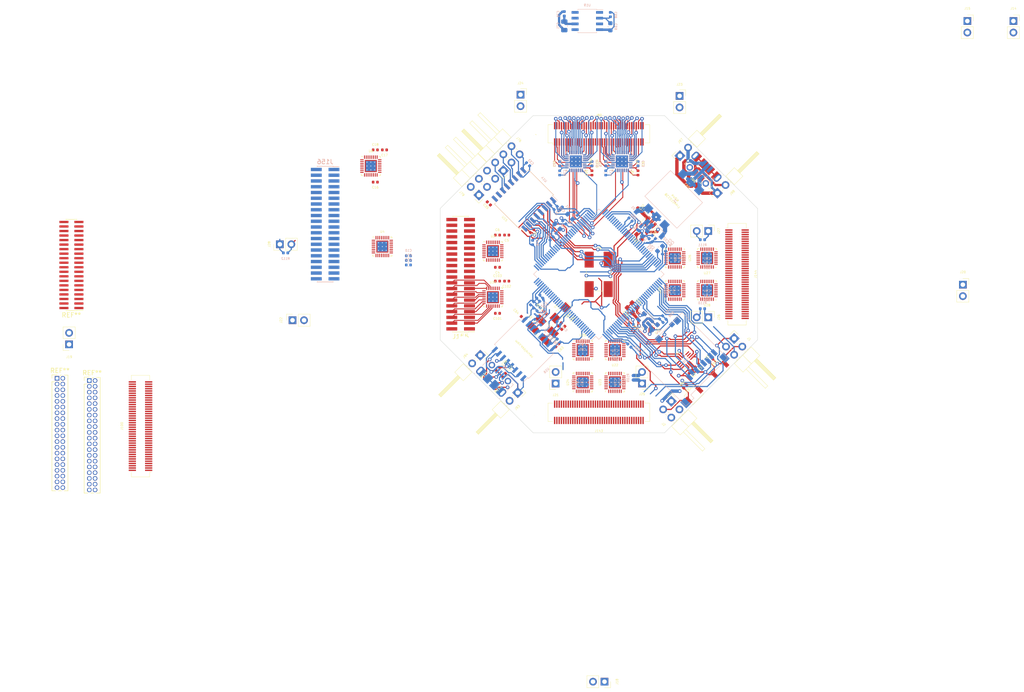
<source format=kicad_pcb>
(kicad_pcb (version 20210623) (generator pcbnew)
  (layers (0 "F.Cu" signal) (1 "In1.Cu" power) (2 "In2.Cu" power) (31 "B.Cu" signal) (34 "B.Paste" user) (35 "F.Paste" user) (36 "B.SilkS" user "B.Silkscreen") (37 "F.SilkS" user "F.Silkscreen") (38 "B.Mask" user) (39 "F.Mask" user) (44 "Edge.Cuts" user))
  (net 0 "")
  (net 1 "Net-(D1-Pad2)")
  (net 2 "Net-(D2-Pad2)")
  (net 3 "ADC1_15_AVDD")
  (net 4 "MCU_120_VSS")
  (net 5 "ADC10_15_AVDD")
  (net 6 "ADC10_13_AGND")
  (net 7 "/ADC_9_10_11_12/ADC10/24_CAP")
  (net 8 "ADC10_25_DGND")
  (net 9 "ADC10_26_DVDD")
  (net 10 "/MCU/71_VCAP_1")
  (net 11 "/MCU/106_VCAP_2")
  (net 12 "ADC1_13_AGND")
  (net 13 "/ADC_1_2_3_4/ADC1/24_CAP")
  (net 14 "ADC1_25_DGND")
  (net 15 "ADC1_26_DVDD")
  (net 16 "/REF/8_TP")
  (net 17 "ADC13_15_AVDD")
  (net 18 "ADC13_13_AGND")
  (net 19 "/CRYSTAL/1_NC")
  (net 20 "/MCU/35_PA1")
  (net 21 "/ADC_13_14_15_16/ADC13/24_CAP")
  (net 22 "/MCU/24_PH1")
  (net 23 "/MCU/9_PC15")
  (net 24 "/MCU/8_PC14")
  (net 25 "/MCU/37_PA3")
  (net 26 "/MCU/44_PC4")
  (net 27 "/MCU/50_PF12")
  (net 28 "/MCU/53_PF13")
  (net 29 "/MCU/56_PG0")
  (net 30 "/MCU/57_PG1")
  (net 31 "/MCU/59_PE8")
  (net 32 "/MCU/63_PE10")
  (net 33 "ADC13_25_DGND")
  (net 34 "ADC13_26_DVDD")
  (net 35 "ADC5_15_AVDD")
  (net 36 "/MCU/86_PD15")
  (net 37 "/MCU/85_PD14")
  (net 38 "/MCU/92_PG7")
  (net 39 "/MCU/91_PG6")
  (net 40 "/MCU/132_PG15")
  (net 41 "ADC5_13_AGND")
  (net 42 "/ADC_5_6_7_8/ADC5/24_CAP")
  (net 43 "/ACCEL&GYRO/3_SCx")
  (net 44 "/ACCEL&GYRO/2_SDx")
  (net 45 "ADC5_25_DGND")
  (net 46 "ADC5_26_DVDD")
  (net 47 "/ADC_9_10_11_12/ADC11/24_CAP")
  (net 48 "/ADC_9_10_11_12/ADC12/24_CAP")
  (net 49 "AVDD")
  (net 50 "AVDD_1_IN")
  (net 51 "ISO_USB_2_GND1")
  (net 52 "ISO_USB_3_VDD1")
  (net 53 "ISO_USB_1_VBUS1")
  (net 54 "ISO_USB_7_UD+")
  (net 55 "ISO_USB_6_UD–")
  (net 56 "/ADC_9_10_11_12/ADC9/24_CAP")
  (net 57 "MCU_138_BOOT0")
  (net 58 "ISO_UART_13_OUTB")
  (net 59 "ISO_UART_11_IND")
  (net 60 "ISO_UART_14_OUTA")
  (net 61 "ISO_UART_12_INC")
  (net 62 "ISO_USB_10_DD+")
  (net 63 "ISO_USB_11_DD–")
  (net 64 "ISO_SPI_12_OUTC")
  (net 65 "ISO_SPI_11_IND")
  (net 66 "ISO_SPI_13_OUTB")
  (net 67 "ISO_SPI_14_OUTA")
  (net 68 "MCU_25_NRST")
  (net 69 "ACC_9_INT2")
  (net 70 "ACC_4_INT1")
  (net 71 "ACC_13_SCL")
  (net 72 "ACC_14_SDA")
  (net 73 "ACC_12_CS")
  (net 74 "ACC_1_SDO_SAO")
  (net 75 "ISO_UART_3_INA")
  (net 76 "ISO_UART_4_INB")
  (net 77 "ISO_UART_6_OUTD")
  (net 78 "ISO_UART_7_EN1")
  (net 79 "ISO_UART_8_GND1")
  (net 80 "ISO_UART_9_GND2")
  (net 81 "ISO_UART_10_EN2")
  (net 82 "ISO_SPI_3_INA")
  (net 83 "ISO_SPI_4_INB")
  (net 84 "ISO_SPI_5_INC")
  (net 85 "ISO_SPI_6_OUTD")
  (net 86 "ISO_SPI_7_EN1")
  (net 87 "ISO_SPI_8_GND1")
  (net 88 "ISO_SPI_9_GND2")
  (net 89 "ISO_SPI_10_EN2")
  (net 90 "POWER_1_GND")
  (net 91 "POWER_2_VCC")
  (net 92 "/USB_POWER/6_Shield")
  (net 93 "/USB_POWER/4_ID")
  (net 94 "/USB_DATA/6_Shield")
  (net 95 "/USB_DATA/4_ID")
  (net 96 "ISO_UART_5_OUTC")
  (net 97 "AINREF-")
  (net 98 "/ADC_13_14_15_16/ADC14/24_CAP")
  (net 99 "/ADC_1_2_3_4/ADC2/24_CAP")
  (net 100 "/ADC_5_6_7_8/ADC6/24_CAP")
  (net 101 "/MCU/126_PG11")
  (net 102 "/MCU/123_PD7")
  (net 103 "MCU_116_PD2_SDMMC1_CMD")
  (net 104 "MCU_113_PC12_SDMMC1_CK")
  (net 105 "MCU_112_PC11_SDMMC1_D3")
  (net 106 "MCU_111_PC10_SDMMC1_D2")
  (net 107 "MCU_109_PA14_SYS_JTCK-SWCLK")
  (net 108 "MCU_105_PA13_SYS_JTMS-SWDIO")
  (net 109 "/ADC_13_14_15_16/ADC15/24_CAP")
  (net 110 "MCU_99_PC9_SDMMC1_D1")
  (net 111 "MCU_98_PC8_SDMMC1_D0")
  (net 112 "MCU_97_PC7_SDMMC1_DETECT")
  (net 113 "/MCU/49_PF11")
  (net 114 "MCU_48_PB2_BOOT1")
  (net 115 "/MCU/26_PC0")
  (net 116 "MCU_11_PF1_I2C2_SCL")
  (net 117 "MCU_10_PF0_I2C2_SDA")
  (net 118 "/MCU/5_PE6")
  (net 119 "/MCU/1_PE2")
  (net 120 "CRYSTAL_3_OUT")
  (net 121 "/USB_POWER/3_D+")
  (net 122 "/USB_POWER/2_D-")
  (net 123 "CRYSTAL_4_Vin")
  (net 124 "/MCU/141_PE0")
  (net 125 "/MCU/90_PG5")
  (net 126 "ISO_SPI_15_GND2")
  (net 127 "ISO_SPI_16_VCC2")
  (net 128 "ISO_UART_15_GND2")
  (net 129 "ISO_UART_16_VCC2")
  (net 130 "/ADC_1_2_3_4/ADC3/24_CAP")
  (net 131 "/ADC_5_6_7_8/ADC7/24_CAP")
  (net 132 "/MCU/55_PF15")
  (net 133 "/MCU/54_PF14")
  (net 134 "ISO_USB_12_PIN")
  (net 135 "Net-(T1-Pad1)")
  (net 136 "Net-(T1-Pad3)")
  (net 137 "/ADC_13_14_15_16/ADC16/24_CAP")
  (net 138 "/ADC_1_2_3_4/ADC4/24_CAP")
  (net 139 "/ADC_5_6_7_8/ADC8/24_CAP")
  (net 140 "IOVDD_5_OUT")
  (net 141 "REF_6_OUT")
  (net 142 "MCU_23_RCC_OSC_IN")
  (net 143 "ADC10_16_SYNC{slash}RESET")
  (net 144 "MCU_118_PD4_ADC1_SYNC{slash}RESET")
  (net 145 "AINREF+")
  (net 146 "ADC13_11_AIN7N")
  (net 147 "ADC13_10_AIN6N")
  (net 148 "ADC13_07_AIN5N")
  (net 149 "ADC13_06_AIN4N")
  (net 150 "ADC13_03_AIN3N")
  (net 151 "ADC13_02_AIN2N")
  (net 152 "ADC13_31_AIN1N")
  (net 153 "ADC13_30_AIN0N")
  (net 154 "AGND")
  (net 155 "ADC14_11_AIN7N")
  (net 156 "ADC14_10_AIN6N")
  (net 157 "ADC14_07_AIN5N")
  (net 158 "ADC14_06_AIN4N")
  (net 159 "ADC14_03_AIN3N")
  (net 160 "ADC14_02_AIN2N")
  (net 161 "ADC14_31_AIN1N")
  (net 162 "ADC14_30_AIN0N")
  (net 163 "ADC15_11_AIN7N")
  (net 164 "ADC15_10_AIN6N")
  (net 165 "ADC15_07_AIN5N")
  (net 166 "ADC15_06_AIN4N")
  (net 167 "ADC15_03_AIN3N")
  (net 168 "ADC15_02_AIN2N")
  (net 169 "ADC15_31_AIN1N")
  (net 170 "ADC15_30_AIN0N")
  (net 171 "ADC16_11_AIN7N")
  (net 172 "ADC16_10_AIN6N")
  (net 173 "ADC16_07_AIN5N")
  (net 174 "ADC16_06_AIN4N")
  (net 175 "ADC16_03_AIN3N")
  (net 176 "ADC16_02_AIN2N")
  (net 177 "ADC16_31_AIN1N")
  (net 178 "ADC16_30_AIN0N")
  (net 179 "ADC13_12_AIN7P")
  (net 180 "ADC13_09_AIN6P")
  (net 181 "ADC13_08_AIN5P")
  (net 182 "ADC13_05_AIN4P")
  (net 183 "ADC13_04_AIN3P")
  (net 184 "ADC13_01_AIN2P")
  (net 185 "ADC13_32_AIN1P")
  (net 186 "ADC13_29_AIN0P")
  (net 187 "ADC14_12_AIN7P")
  (net 188 "ADC14_09_AIN6P")
  (net 189 "ADC14_08_AIN5P")
  (net 190 "ADC14_05_AIN4P")
  (net 191 "ADC14_04_AIN3P")
  (net 192 "ADC14_01_AIN2P")
  (net 193 "ADC14_32_AIN1P")
  (net 194 "ADC14_29_AIN0P")
  (net 195 "ADC15_12_AIN7P")
  (net 196 "ADC15_09_AIN6P")
  (net 197 "ADC15_08_AIN5P")
  (net 198 "ADC15_05_AIN4P")
  (net 199 "ADC15_04_AIN3P")
  (net 200 "ADC15_01_AIN2P")
  (net 201 "ADC15_32_AIN1P")
  (net 202 "ADC15_29_AIN0P")
  (net 203 "ADC16_12_AIN7P")
  (net 204 "ADC16_09_AIN6P")
  (net 205 "ADC16_08_AIN5P")
  (net 206 "ADC16_05_AIN4P")
  (net 207 "ADC16_04_AIN3P")
  (net 208 "ADC16_01_AIN2P")
  (net 209 "ADC16_32_AIN1P")
  (net 210 "ADC16_29_AIN0P")
  (net 211 "ADC1_11_AIN7N")
  (net 212 "ADC1_10_AIN6N")
  (net 213 "ADC1_07_AIN5N")
  (net 214 "ADC1_06_AIN4N")
  (net 215 "ADC1_03_AIN3N")
  (net 216 "ADC1_02_AIN2N")
  (net 217 "ADC1_31_AIN1N")
  (net 218 "ADC1_30_AIN0N")
  (net 219 "ADC2_11_AIN7N")
  (net 220 "ADC2_10_AIN6N")
  (net 221 "ADC2_07_AIN5N")
  (net 222 "ADC2_06_AIN4N")
  (net 223 "ADC2_03_AIN3N")
  (net 224 "ADC2_02_AIN2N")
  (net 225 "ADC2_31_AIN1N")
  (net 226 "ADC2_30_AIN0N")
  (net 227 "ADC3_11_AIN7N")
  (net 228 "ADC3_10_AIN6N")
  (net 229 "ADC3_07_AIN5N")
  (net 230 "ADC3_06_AIN4N")
  (net 231 "ADC3_03_AIN3N")
  (net 232 "ADC3_02_AIN2N")
  (net 233 "ADC3_31_AIN1N")
  (net 234 "ADC3_30_AIN0N")
  (net 235 "ADC4_11_AIN7N")
  (net 236 "ADC4_10_AIN6N")
  (net 237 "ADC4_07_AIN5N")
  (net 238 "ADC4_06_AIN4N")
  (net 239 "ADC4_03_AIN3N")
  (net 240 "ADC4_02_AIN2N")
  (net 241 "ADC4_31_AIN1N")
  (net 242 "ADC4_30_AIN0N")
  (net 243 "ADC1_12_AIN7P")
  (net 244 "ADC1_09_AIN6P")
  (net 245 "ADC1_08_AIN5P")
  (net 246 "ADC1_05_AIN4P")
  (net 247 "ADC1_04_AIN3P")
  (net 248 "ADC1_01_AIN2P")
  (net 249 "ADC1_32_AIN1P")
  (net 250 "ADC1_29_AIN0P")
  (net 251 "ADC2_12_AIN7P")
  (net 252 "ADC2_09_AIN6P")
  (net 253 "ADC2_08_AIN5P")
  (net 254 "ADC2_05_AIN4P")
  (net 255 "ADC2_04_AIN3P")
  (net 256 "ADC2_01_AIN2P")
  (net 257 "ADC2_32_AIN1P")
  (net 258 "ADC2_29_AIN0P")
  (net 259 "ADC3_12_AIN7P")
  (net 260 "ADC3_09_AIN6P")
  (net 261 "ADC3_08_AIN5P")
  (net 262 "ADC3_05_AIN4P")
  (net 263 "ADC3_04_AIN3P")
  (net 264 "ADC3_01_AIN2P")
  (net 265 "ADC3_32_AIN1P")
  (net 266 "ADC3_29_AIN0P")
  (net 267 "ADC4_12_AIN7P")
  (net 268 "ADC4_09_AIN6P")
  (net 269 "ADC4_08_AIN5P")
  (net 270 "ADC4_05_AIN4P")
  (net 271 "ADC4_04_AIN3P")
  (net 272 "ADC4_01_AIN2P")
  (net 273 "ADC4_32_AIN1P")
  (net 274 "ADC4_29_AIN0P")
  (net 275 "ADC5_11_AIN7N")
  (net 276 "ADC5_10_AIN6N")
  (net 277 "ADC5_07_AIN5N")
  (net 278 "ADC5_06_AIN4N")
  (net 279 "ADC5_03_AIN3N")
  (net 280 "ADC5_02_AIN2N")
  (net 281 "ADC5_31_AIN1N")
  (net 282 "ADC5_30_AIN0N")
  (net 283 "ADC6_11_AIN7N")
  (net 284 "ADC6_10_AIN6N")
  (net 285 "ADC6_07_AIN5N")
  (net 286 "ADC6_06_AIN4N")
  (net 287 "ADC6_03_AIN3N")
  (net 288 "ADC6_02_AIN2N")
  (net 289 "ADC6_31_AIN1N")
  (net 290 "ADC6_30_AIN0N")
  (net 291 "ADC7_11_AIN7N")
  (net 292 "ADC7_10_AIN6N")
  (net 293 "ADC7_07_AIN5N")
  (net 294 "ADC7_06_AIN4N")
  (net 295 "ADC7_03_AIN3N")
  (net 296 "ADC7_02_AIN2N")
  (net 297 "ADC7_31_AIN1N")
  (net 298 "ADC7_30_AIN0N")
  (net 299 "ADC8_11_AIN7N")
  (net 300 "ADC8_10_AIN6N")
  (net 301 "ADC8_07_AIN5N")
  (net 302 "ADC8_06_AIN4N")
  (net 303 "ADC8_03_AIN3N")
  (net 304 "ADC8_02_AIN2N")
  (net 305 "ADC8_31_AIN1N")
  (net 306 "ADC8_30_AIN0N")
  (net 307 "ADC5_12_AIN7P")
  (net 308 "ADC5_09_AIN6P")
  (net 309 "ADC5_08_AIN5P")
  (net 310 "ADC5_05_AIN4P")
  (net 311 "ADC5_04_AIN3P")
  (net 312 "ADC5_01_AIN2P")
  (net 313 "ADC5_32_AIN1P")
  (net 314 "ADC5_29_AIN0P")
  (net 315 "ADC6_12_AIN7P")
  (net 316 "ADC6_09_AIN6P")
  (net 317 "ADC6_08_AIN5P")
  (net 318 "ADC6_05_AIN4P")
  (net 319 "ADC6_04_AIN3P")
  (net 320 "ADC6_01_AIN2P")
  (net 321 "ADC6_32_AIN1P")
  (net 322 "ADC6_29_AIN0P")
  (net 323 "ADC7_12_AIN7P")
  (net 324 "ADC7_09_AIN6P")
  (net 325 "ADC7_08_AIN5P")
  (net 326 "ADC7_05_AIN4P")
  (net 327 "ADC7_04_AIN3P")
  (net 328 "ADC7_01_AIN2P")
  (net 329 "ADC7_32_AIN1P")
  (net 330 "ADC7_29_AIN0P")
  (net 331 "ADC8_12_AIN7P")
  (net 332 "ADC8_09_AIN6P")
  (net 333 "ADC8_08_AIN5P")
  (net 334 "ADC8_05_AIN4P")
  (net 335 "ADC8_04_AIN3P")
  (net 336 "ADC8_01_AIN2P")
  (net 337 "ADC8_32_AIN1P")
  (net 338 "ADC8_29_AIN0P")
  (net 339 "ADC9_11_AIN7N")
  (net 340 "ADC9_10_AIN6N")
  (net 341 "ADC9_07_AIN5N")
  (net 342 "ADC9_06_AIN4N")
  (net 343 "ADC9_03_AIN3N")
  (net 344 "ADC9_02_AIN2N")
  (net 345 "ADC9_31_AIN1N")
  (net 346 "ADC9_30_AIN0N")
  (net 347 "ADC9_12_AIN7P")
  (net 348 "ADC9_09_AIN6P")
  (net 349 "ADC9_08_AIN5P")
  (net 350 "ADC9_05_AIN4P")
  (net 351 "ADC9_04_AIN3P")
  (net 352 "ADC9_01_AIN2P")
  (net 353 "ADC9_32_AIN1P")
  (net 354 "ADC9_29_AIN0P")
  (net 355 "ADC1_14_REFIN")
  (net 356 "ADC1_17_CS")
  (net 357 "ADC1_18_DRDY")
  (net 358 "/ADC_1_2_3_4/ADC1/22_XTAL2")
  (net 359 "ADC10_23_XTAL1{slash}CLKIN")
  (net 360 "/ADC_1_2_3_4/ADC1/27_NC")
  (net 361 "ADC13_14_REFIN")
  (net 362 "ADC13_17_CS")
  (net 363 "ADC13_18_DRDY")
  (net 364 "/ADC_13_14_15_16/ADC13/22_XTAL2")
  (net 365 "/ADC_13_14_15_16/ADC13/27_NC")
  (net 366 "ADC5_14_REFIN")
  (net 367 "ADC5_17_CS")
  (net 368 "ADC5_18_DRDY")
  (net 369 "/ADC_5_6_7_8/ADC5/22_XTAL2")
  (net 370 "/ADC_5_6_7_8/ADC5/27_NC")
  (net 371 "ADC9_17_CS")
  (net 372 "ADC9_18_DRDY")
  (net 373 "ADC10_19_SCLK")
  (net 374 "ADC10_21_DIN")
  (net 375 "/ADC_9_10_11_12/ADC9/22_XTAL2")
  (net 376 "/ADC_9_10_11_12/ADC9/27_NC")
  (net 377 "Net-(C64-Pad1)")
  (net 378 "/MCU/2_PE3")
  (net 379 "/MCU/3_PE4")
  (net 380 "/MCU/4_PE5")
  (net 381 "MCU_7_PC13_ADC2_DRDY")
  (net 382 "MCU_22_PF10_ADC3_DRDY")
  (net 383 "/MCU/27_PC1")
  (net 384 "MCU_34_PA0_TIM8_ETR")
  (net 385 "/MCU/36_PA2")
  (net 386 "/MCU/45_PC5")
  (net 387 "/MCU/47_PB1")
  (net 388 "MCU_58_PE7_TIM1_ETR")
  (net 389 "ADC4_18_DRDY")
  (net 390 "ADC14_17_CS")
  (net 391 "ADC15_17_CS")
  (net 392 "ADC16_17_CS")
  (net 393 "ADC10_17_CS")
  (net 394 "ADC11_17_CS")
  (net 395 "ADC12_17_CS")
  (net 396 "/MCU/80_PD11")
  (net 397 "/MCU/81_PD12")
  (net 398 "/MCU/82_PD13")
  (net 399 "/MCU/87_PG2")
  (net 400 "/MCU/88_PG3")
  (net 401 "MCU_89_PG4_ADC4_DRDY")
  (net 402 "MCU_93_PG8_SPI6_NSS")
  (net 403 "/MCU/119_PD5")
  (net 404 "MCU_122_PD6_SAI4_SD_A")
  (net 405 "/MCU/124_PG9")
  (net 406 "/MCU/125_PG10")
  (net 407 "MCU_127_PG12_SPI6_MISO")
  (net 408 "MCU_128_PG13_SPI6_SCK")
  (net 409 "MCU_129_PG14_SPI6_MOSI")
  (net 411 "ADC14_18_DRDY")
  (net 412 "/ADC_13_14_15_16/ADC14/22_XTAL2")
  (net 413 "/ADC_13_14_15_16/ADC14/27_NC")
  (net 414 "ADC2_18_DRDY")
  (net 415 "/ADC_1_2_3_4/ADC2/22_XTAL2")
  (net 416 "/ADC_1_2_3_4/ADC2/27_NC")
  (net 417 "ADC6_18_DRDY")
  (net 418 "/ADC_5_6_7_8/ADC6/22_XTAL2")
  (net 419 "/ADC_5_6_7_8/ADC6/27_NC")
  (net 420 "ADC15_18_DRDY")
  (net 421 "/ADC_13_14_15_16/ADC15/22_XTAL2")
  (net 422 "/ADC_13_14_15_16/ADC15/27_NC")
  (net 423 "ADC3_18_DRDY")
  (net 424 "/ADC_1_2_3_4/ADC3/22_XTAL2")
  (net 425 "/ADC_1_2_3_4/ADC3/27_NC")
  (net 426 "ADC7_18_DRDY")
  (net 427 "/ADC_5_6_7_8/ADC7/22_XTAL2")
  (net 428 "/ADC_5_6_7_8/ADC7/27_NC")
  (net 429 "ADC16_18_DRDY")
  (net 430 "/ADC_13_14_15_16/ADC16/22_XTAL2")
  (net 431 "/ADC_13_14_15_16/ADC16/27_NC")
  (net 432 "/ADC_1_2_3_4/ADC4/22_XTAL2")
  (net 433 "/ADC_1_2_3_4/ADC4/27_NC")
  (net 434 "ADC8_18_DRDY")
  (net 435 "/ADC_5_6_7_8/ADC8/22_XTAL2")
  (net 436 "/ADC_5_6_7_8/ADC8/27_NC")
  (net 439 "unconnected-(J27-Pad1)")
  (net 440 "unconnected-(J27-Pad2)")
  (net 441 "ADC10_11_AIN7N")
  (net 442 "ADC10_10_AIN6N")
  (net 443 "ADC10_07_AIN5N")
  (net 444 "ADC10_06_AIN4N")
  (net 445 "ADC10_03_AIN3N")
  (net 446 "ADC10_02_AIN2N")
  (net 447 "ADC10_31_AIN1N")
  (net 448 "ADC10_30_AIN0N")
  (net 449 "ADC11_11_AIN7N")
  (net 450 "ADC11_10_AIN6N")
  (net 451 "ADC11_07_AIN5N")
  (net 452 "ADC11_06_AIN4N")
  (net 453 "ADC11_03_AIN3N")
  (net 454 "ADC11_02_AIN2N")
  (net 455 "ADC11_31_AIN1N")
  (net 456 "ADC11_30_AIN0N")
  (net 457 "ADC12_11_AIN7N")
  (net 458 "ADC12_10_AIN6N")
  (net 459 "ADC12_07_AIN5N")
  (net 460 "ADC12_06_AIN4N")
  (net 461 "ADC12_03_AIN3N")
  (net 462 "ADC12_02_AIN2N")
  (net 463 "ADC12_31_AIN1N")
  (net 464 "ADC12_30_AIN0N")
  (net 465 "ADC10_12_AIN7P")
  (net 466 "ADC10_09_AIN6P")
  (net 467 "ADC10_08_AIN5P")
  (net 468 "ADC10_05_AIN4P")
  (net 469 "ADC10_04_AIN3P")
  (net 470 "ADC10_01_AIN2P")
  (net 471 "ADC10_32_AIN1P")
  (net 472 "ADC10_29_AIN0P")
  (net 473 "ADC11_12_AIN7P")
  (net 474 "ADC11_09_AIN6P")
  (net 475 "ADC11_08_AIN5P")
  (net 476 "ADC11_05_AIN4P")
  (net 477 "ADC11_04_AIN3P")
  (net 478 "ADC11_01_AIN2P")
  (net 479 "ADC11_32_AIN1P")
  (net 480 "ADC11_29_AIN0P")
  (net 481 "ADC12_12_AIN7P")
  (net 482 "ADC12_09_AIN6P")
  (net 483 "ADC12_08_AIN5P")
  (net 484 "ADC12_05_AIN4P")
  (net 485 "ADC12_04_AIN3P")
  (net 486 "ADC12_01_AIN2P")
  (net 487 "ADC12_32_AIN1P")
  (net 488 "ADC12_29_AIN0P")
  (net 490 "unconnected-(R111-Pad2)")
  (net 491 "Net-(R113-Pad1)")
  (net 492 "Net-(R114-Pad1)")
  (net 493 "Net-(R115-Pad2)")
  (net 494 "Net-(R116-Pad2)")
  (net 497 "ADC10_14_REFIN")
  (net 498 "ADC10_18_DRDY")
  (net 499 "ADC10_20_DOUT")
  (net 500 "/ADC_9_10_11_12/ADC10/22_XTAL2")
  (net 501 "/ADC_9_10_11_12/ADC10/27_NC")
  (net 502 "ADC13_19_SCLK")
  (net 503 "ADC13_20_DOUT")
  (net 504 "ADC13_21_DIN")
  (net 505 "ADC11_18_DRDY")
  (net 506 "/ADC_9_10_11_12/ADC11/22_XTAL2")
  (net 507 "/ADC_9_10_11_12/ADC11/27_NC")
  (net 508 "ADC12_18_DRDY")
  (net 509 "/ADC_9_10_11_12/ADC12/22_XTAL2")
  (net 510 "/ADC_9_10_11_12/ADC12/27_NC")
  (net 512 "ADC4_17_CS")
  (net 513 "ADC3_17_CS")
  (net 514 "ADC2_17_CS")
  (net 515 "ADC1_19_SCLK")
  (net 516 "ADC1_20_DOUT")
  (net 517 "ADC1_21_DIN")
  (net 518 "ADC6_17_CS")
  (net 519 "ADC7_17_CS")
  (net 520 "ADC8_17_CS")
  (net 521 "ADC5_19_SCLK")
  (net 522 "ADC5_20_DOUT")
  (net 523 "ADC5_21_DIN")
  (footprint "LSM6DS3TR:Bosch_LGA-14_3x2.5mm_P0.5mm" (layer "F.Cu") (at 18.995476 19.002938 45)
    (fp_text reference "U1")
    (fp_text value "LSM6DS3")
  )
  (footprint "Capacitor_SMD:C_0402_1005Metric" (layer "F.Cu") (at -24.257 -15.621 -45)
    (fp_text reference "C35")
    (fp_text value "100n")
  )
  (footprint "Capacitor_SMD:C_0402_1005Metric" (layer "F.Cu") (at -9.1694 15.6718 45)
    (fp_text reference "C63")
    (fp_text value "CL1")
  )
  (footprint "Capacitor_SMD:C_0603_1608Metric" (layer "F.Cu") (at 10.287 -14.0208 45)
    (fp_text reference "C22")
    (fp_text value "2.2u")
  )
  (footprint "Resistor_SMD:R_0402_1005Metric" (layer "F.Cu") (at 19.05 24.765 45)
    (fp_text reference "R84")
    (fp_text value "4k7")
  )
  (footprint "MountingHole:MountingHole_3.2mm_M3" (layer "F.Cu") (at -29.845 -15.24)
    (fp_text reference "REF**")
    (fp_text value "MountingHole_3.2mm_M3")
  )
  (footprint "Resistor_SMD:R_0402_1005Metric" (layer "F.Cu") (at -22.86 24.765 45)
    (fp_text reference "R113")
    (fp_text value "24")
  )
  (footprint "Connector_PinHeader_2.54mm:PinHeader_2x01_P2.54mm_Horizontal" (layer "F.Cu") (at 17.888949 -26.143949 45)
    (fp_text reference "J97")
    (fp_text value "Conn_01x02")
  )
  (footprint "Capacitor_SMD:C_0402_1005Metric" (layer "F.Cu") (at -22.225 20.955 -135)
    (fp_text reference "C36")
    (fp_text value "100n")
  )
  (footprint "Capacitor_SMD:C_0402_1005Metric" (layer "F.Cu") (at -7.8486 11.8364 -135)
    (fp_text reference "C61")
    (fp_text value "CL1")
  )
  (footprint "Package_TO_SOT_SMD:SOT-23-5" (layer "F.Cu") (at 10.795 -10.781028 -135)
    (fp_text reference "U8")
    (fp_text value "LP5907")
  )
  (footprint "Capacitor_SMD:C_0402_1005Metric" (layer "F.Cu") (at 24.765 19.05 45)
    (fp_text reference "C1")
    (fp_text value "100n")
  )
  (footprint "smd5032:Crystal_SMD_EuroQuartz_MJ-4Pin_5.0x3.2mm_HandSoldering" (layer "F.Cu") (at -12.319 12.319 135)
    (fp_text reference "Y2")
    (fp_text value "16MHz")
  )
  (footprint "Capacitor_SMD:C_0402_1005Metric" (layer "F.Cu") (at -16.764 9.6774 135)
    (fp_text reference "C64")
    (fp_text value "CL2")
  )
  (footprint "MountingHole:MountingHole_3.2mm_M3" (layer "F.Cu") (at -29.845 15.24 -90)
    (fp_text reference "REF**")
    (fp_text value "MountingHole_3.2mm_M3")
  )
  (footprint "Capacitor_SMD:C_0603_1608Metric" (layer "F.Cu") (at 20.3454 -20.3962 -45)
    (fp_text reference "C65")
    (fp_text value "10u")
  )
  (footprint "Connector_USB:USB_Micro-B_Molex-105017-0001" (layer "F.Cu") (at 22.86 -22.841256 135)
    (fp_text reference "J96")
    (fp_text value "USB_B_Micro")
  )
  (footprint "Connector_PinHeader_2.54mm:PinHeader_2x01_P2.54mm_Horizontal" (layer "F.Cu") (at 26.143949 -17.888949 45)
    (fp_text reference "J98")
    (fp_text value "Conn_01x02")
  )
  (footprint "Button_Switch_SMD:SW_SPST_B3U-1000P-B" (layer "F.Cu") (at 20.955 26.67 -135)
    (fp_text reference "SW1")
    (fp_text value "SW_Push")
  )
  (footprint "Crystal:Crystal_SMD_EuroQuartz_EQ161-2Pin_3.2x1.5mm_HandSoldering" (layer "F.Cu") (at -8.489649 8.540449 -135)
    (fp_text reference "Y1")
    (fp_text value "32768Hz")
  )
  (footprint "Connector_PinHeader_2.54mm:PinHeader_2x01_P2.54mm_Horizontal" (layer "F.Cu") (at -17.888949 26.143949 -135)
    (fp_text reference "J93")
    (fp_text value "Conn_01x02")
  )
  (footprint "Package_TO_SOT_SMD:SOT-23-5" (layer "F.Cu") (at 10.16 10.16 135)
    (fp_text reference "U21")
    (fp_text value "LP5907")
  )
  (footprint "MountingHole:MountingHole_3.2mm_M3" (layer "F.Cu") (at -15.24 29.845 -90)
    (fp_text reference "REF**")
    (fp_text value "MountingHole_3.2mm_M3")
  )
  (footprint "Capacitor_SMD:C_0603_1608Metric" (layer "F.Cu") (at 12.3444 11.7094 -135)
    (fp_text reference "C72")
    (fp_text value "2.2u")
  )
  (footprint "Oscillator:Oscillator_SMD_EuroQuartz_XO91-4Pin_7.0x5.0mm_HandSoldering" (layer "F.Cu") (at -0.037089 0.036647 90)
    (fp_text reference "U9")
    (fp_text value "FXO-SM7_OSC-SMD7050_short")
  )
  (footprint "Capacitor_SMD:C_0402_1005Metric" (layer "F.Cu") (at -20.955 22.225 -135)
    (fp_text reference "C37")
    (fp_text value "100n")
  )
  (footprint "Capacitor_SMD:C_0402_1005Metric" (layer "F.Cu") (at 20.265476 21.542938 45)
    (fp_text reference "C2")
    (fp_text value "100n")
  )
  (footprint "Capacitor_SMD:C_0402_1005Metric" (layer "F.Cu") (at -8.6106 11.0998 -135)
    (fp_text reference "C62")
    (fp_text value "CL2")
  )
  (footprint "Connector_PinHeader_2.54mm:PinHeader_2x01_P2.54mm_Horizontal" (layer "F.Cu") (at -26.143949 17.888949 -135)
    (fp_text reference "J94")
    (fp_text value "Conn_01x02")
  )
  (footprint "Capacitor_SMD:C_0603_1608Metric" (layer "F.Cu") (at 7.874 6.858 135)
    (fp_text reference "C25")
    (fp_text value "2.2u")
  )
  (footprint "MountingHole:MountingHole_3.2mm_M3" (layer "F.Cu") (at 15.24 -29.845 180)
    (fp_text reference "REF**")
    (fp_text value "MountingHole_3.2mm_M3")
  )
  (footprint "MountingHole:MountingHole_3.2mm_M3" (layer "F.Cu") (at 29.845 -15.24 180)
    (fp_text reference "REF**")
    (fp_text value "MountingHole_3.2mm_M3")
  )
  (footprint "Button_Switch_SMD:SW_SPST_B3U-1000P-B" (layer "F.Cu") (at 26.67 20.955 45)
    (fp_text reference "SW2")
    (fp_text value "SW_Push")
  )
  (footprint "MountingHole:MountingHole_3.2mm_M3" (layer "F.Cu") (at -15.24 -29.845)
    (fp_text reference "REF**")
    (fp_text value "MountingHole_3.2mm_M3")
  )
  (footprint "Capacitor_SMD:C_0402_1005Metric" (layer "F.Cu") (at 21.6408 20.1676 -135)
    (fp_text reference "C3")
    (fp_text value "100n")
  )
  (footprint "Capacitor_SMD:C_0603_1608Metric" (layer "F.Cu") (at 6.8072 7.9248 135)
    (fp_text reference "C73")
    (fp_text value "2.2u")
  )
  (footprint "Resistor_SMD:R_0402_1005Metric" (layer "F.Cu") (at -11.811 8.509 135)
    (fp_text reference "R117")
    (fp_text value "R_EXT")
  )
  (footprint "Capacitor_SMD:C_0603_1608Metric" (layer "F.Cu") (at 8.89 -8.241028 135)
    (fp_text reference "C23")
    (fp_text value "2.2u")
  )
  (footprint "Connector_PinHeader_2.54mm:PinHeader_2x02_P2.54mm_Horizontal" (layer "F.Cu") (at 15.983949 28.048949 -45)
    (fp_text reference "J2")
    (fp_text value "Conn_02x02_Odd_Even")
  )
  (footprint "Connector_PinHeader_2.54mm:PinHeader_1x02_P2.54mm_Vertical" (layer "F.Cu") (at 24.13 9.525 -90)
    (fp_text reference "J26")
    (fp_text value "Conn_01x02")
  )
  (footprint "Connector_PinHeader_2.54mm:PinHeader_1x02_P2.54mm_Vertical" (layer "F.Cu") (at 24.13 -9.525 -90)
    (fp_text reference "J27")
    (fp_text value "Conn_01x02")
  )
  (footprint "Connector_PinHeader_2.54mm:PinHeader_1x02_P2.54mm_Vertical" (layer "F.Cu") (at -70.363 -6.604 90)
    (fp_text reference "J28")
    (fp_text value "Conn_01x02")
  )
  (footprint "Connector_PinSocket_2.54mm:PinSocket_1x02_P2.54mm_Vertical" (layer "F.Cu") (at -9.525 24.13 180)
    (fp_text reference "J21")
    (fp_text value "Conn_01x02")
  )
  (footprint "Connector_PinSocket_2.54mm:PinSocket_1x02_P2.54mm_Vertical" (layer "F.Cu") (at -67.564 10.16 90)
    (fp_text reference "J22")
    (fp_text value "Conn_01x02")
  )
  (footprint "Connector_PinHeader_2.54mm:PinHeader_1x02_P2.54mm_Vertical" (layer "F.Cu") (at 9.525 24.13 180)
    (fp_text reference "J25")
    (fp_text value "Conn_01x02")
  )
  (footprint "Connector_PinSocket_2.54mm:PinSocket_1x02_P2.54mm_Vertical" (layer "F.Cu") (at 17.805 -39.35)
    (fp_text reference "J23")
    (fp_text value "Conn_01x02")
  )
  (footprint "Resistor_SMD:R_0402_1005Metric" (layer "F.Cu") (at -24.765 22.86 45)
    (fp_text reference "R114")
    (fp_text value "24")
  )
  (footprint "Connector_PinSocket_2.54mm:PinSocket_1x02_P2.54mm_Vertical" (layer "F.Cu") (at -17.272 -39.624)
    (fp_text reference "J24")
    (fp_text value "Conn_01x02")
  )
  (footprint "Package_SO:SOIC-16W_7.5x10.3mm_P1.27mm" (layer "F.Cu") (at -16.51 -16.51 135)
    (fp_text reference "U15")
    (fp_text value "ADUM1402BRWZ")
  )
  (footprint "Connector_PinSocket_2.54mm:PinSocket_1x02_P2.54mm_Vertical" (layer "F.Cu") (at 1.25 89.941 -90)
    (fp_text reference "J18")
    (fp_text value "Conn_01x02")
  )
  (footprint "Connector_PinSocket_2.54mm:PinSocket_1x02_P2.54mm_Vertical" (layer "F.Cu") (at 80.289 2.306)
    (fp_text reference "J20")
    (fp_text value "Conn_01x02")
  )
  (footprint "Capacitor_SMD:C_0402_1005Metric" (layer "F.Cu") (at -14.732 -9.525 45)
    (fp_text reference "C34")
    (fp_text value "100n")
  )
  (footprint "Connector_PinSocket_2.54mm:PinSocket_1x02_P2.54mm_Vertical" (layer "F.Cu") (at -116.84 15.494 180)
    (fp_text reference "J19")
    (fp_text value "Conn_01x02")
  )
  (footprint "Connector_PinHeader_2.54mm:PinHeader_2x03_P2.54mm_Horizontal" (layer "F.Cu") (at -21.063949 -22.86 135)
    (fp_text reference "J76")
    (fp_text value "Conn_02x03_Odd_Even")
  )
  (footprint "Connector_PinHeader_2.54mm:PinHeader_2x02_P2.54mm_Horizontal" (layer "F.Cu") (at 29.845 14.187898 -45)
    (fp_text reference "J1")
    (fp_text value "Conn_02x02_Odd_Even")
  )
  (footprint "Connector_PinHeader_2.54mm:PinHeader_2x03_P2.54mm_Horizontal" (layer "F.Cu") (at -26.452102 -17.471846 135)
    (fp_text reference "J79")
    (fp_text value "Conn_02x03_Odd_Even")
  )
  (footprint "Package_DFN_QFN:QFN-32-1EP_4x4mm_P0.4mm_EP2.65x2.65mm_ThermalVias" (layer "F.Cu") (at -23.368 5.08)
    (fp_text reference "U31")
    (fp_text value "ADS131M08IRSN")
  )
  (footprint "Capacitor_SMD:C_0402_1005Metric" (layer "F.Cu") (at -22.352 -1.524 180)
    (fp_text reference "C4")
    (fp_text value "1u")
  )
  (footprint "Connector_PinHeader_1.27mm:PinHeader_2x20_P1.27mm_Vertical" (layer "F.Cu") (at -112.385 23.485)
    (fp_text reference "REF**")
    (fp_text value "PinHeader_2x20_P1.27mm_Vertical")
  )
  (footprint "Capacitor_SMD:C_0402_1005Metric" (layer "F.Cu") (at -20.32 -8.636 180)
    (fp_text reference "C5")
    (fp_text value "220nF")
  )
  (footprint "Capacitor_SMD:C_0402_1005Metric" (layer "F.Cu") (at -22.352 -8.636)
    (fp_text reference "C6")
    (fp_text value "1u")
  )
  (footprint "Capacitor_SMD:C_0402_1005Metric" (layer "F.Cu") (at -47.272 -27.434 180)
    (fp_text reference "C17")
    (fp_text value "220nF")
  )
  (footprint "Capacitor_SMD:C_0402_1005Metric" (layer "F.Cu") (at 8.636 -24.384 -90)
    (fp_text reference "C9")
    (fp_text value "1u")
  )
  (footprint "Capacitor_SMD:C_0402_1005Metric" (layer "F.Cu") (at -8.636 -24.384 90)
    (fp_text reference "C98")
    (fp_text value "1u")
  )
  (footprint "Package_DFN_QFN:QFN-32-1EP_4x4mm_P0.4mm_EP2.65x2.65mm_ThermalVias" (layer "F.Cu") (at 16.764 3.556 90)
    (fp_text reference "U29")
    (fp_text value "ADS131M08IRSN")
  )
  (footprint "Package_DFN_QFN:QFN-32-1EP_4x4mm_P0.4mm_EP2.65x2.65mm_ThermalVias" (layer "F.Cu") (at 23.876 3.556 180)
    (fp_text reference "U28")
    (fp_text value "ADS131M08IRSN")
  )
  (footprint "Connector_PinHeader_1.27mm:PinHeader_2x20_P1.27mm_Vertical_SMD" (layer "F.Cu") (at -30.48 0 180)
    (fp_text reference "J155")
    (fp_text value "Conn_02x20_Odd_Even")
  )
  (footprint "Package_DFN_QFN:QFN-32-1EP_4x4mm_P0.4mm_EP2.65x2.65mm_ThermalVias" (layer "F.Cu") (at 3.556 23.876 90)
    (fp_text reference "U23")
    (fp_text value "ADS131M08IRSN")
  )
  (footprint "Package_DFN_QFN:QFN-32-1EP_4x4mm_P0.4mm_EP2.65x2.65mm_ThermalVias" (layer "F.Cu") (at -5.08 -24.892 -90)
    (fp_text reference "U30")
    (fp_text value "ADS131M08IRSN")
  )
  (footprint "Connector_PinHeader_1.27mm:PinHeader_2x20_P1.27mm_Vertical" (layer "F.Cu") (at -119.497 22.977)
    (fp_text reference "REF**")
    (fp_text value "PinHeader_2x20_P1.27mm_Vertical")
  )
  (footprint "Package_DFN_QFN:QFN-32-1EP_4x4mm_P0.4mm_EP2.65x2.65mm_ThermalVias" (layer "F.Cu") (at -3.556 23.876 90)
    (fp_text reference "U24")
    (fp_text value "ADS131M08IRSN")
  )
  (footprint "Package_DFN_QFN:QFN-32-1EP_4x4mm_P0.4mm_EP2.65x2.65mm_ThermalVias" (layer "F.Cu") (at 3.556 16.764 180)
    (fp_text reference "U22")
    (fp_text value "ADS131M08IRSN")
  )
  (footprint "Connector_Hirose:Hirose_DF12_DF12E3.0-80DP-0.5V_2x40_P0.50mm_Vertical" (layer "F.Cu") (at 0 30.48 180)
    (fp_text reference "J143")
    (fp_text value "Conn_02x40_Top_Bottom")
  )
  (footprint "Capacitor_SMD:C_0402_1005Metric" (layer "F.Cu") (at 8.636 -22.352 90)
    (fp_text reference "C8")
    (fp_text value "220nF")
  )
  (footprint "Connector_Hirose:Hirose_DF12_DF12E3.0-80DP-0.5V_2x40_P0.50mm_Vertical" (layer "F.Cu") (at 30.48 0 -90)
    (fp_text reference "J144")
    (fp_text value "Conn_02x40_Top_Bottom")
  )
  (footprint "Capacitor_SMD:C_0402_1005Metric" (layer "F.Cu") (at -49.304 -27.434)
    (fp_text reference "C18")
    (fp_text value "1u")
  )
  (footprint "Connector_PinHeader_1.00mm:PinHeader_2x20_P1.00mm_Vertical_SMD" (layer "F.Cu") (at -116.332 -2.032 180)
    (fp_text reference "REF**")
    (fp_text value "PinHeader_2x20_P1.00mm_Vertical_SMD")
  )
  (footprint "Package_DFN_QFN:QFN-32-1EP_4x4mm_P0.4mm_EP2.65x2.65mm_ThermalVias" (layer "F.Cu") (at -47.752 -6.096)
    (fp_text reference "U4")
    (fp_text value "ADS131M08IRSN")
  )
  (footprint "Package_DFN_QFN:QFN-32-1EP_4x4mm_P0.4mm_EP2.65x2.65mm_ThermalVias" (layer "F.Cu") (at 16.764 -3.556 -90)
    (fp_text reference "U26")
    (fp_text value "ADS131M08IRSN")
  )
  (footprint "Connector_PinSocket_2.54mm:PinSocket_1x02_P2.54mm_Vertical" (layer "F.Cu") (at 91.44 -55.88)
    (fp_text reference "J14")
    (fp_text value "Conn_01x02")
  )
  (footprint "Connector_Hirose:Hirose_DF12_DF12E3.0-80DP-0.5V_2x40_P0.50mm_Vertical" (layer "F.Cu") (at 0 -30.988)
    (fp_text reference "J80")
    (fp_text value "Conn_02x40_Top_Bottom")
  )
  (footprint "Connector_Hirose:Hirose_DF12_DF12E3.0-80DP-0.5V_2x40_P0.50mm_Vertical" (layer "F.Cu") (at -101.092 33.528 90)
    (fp_text reference "J100")
    (fp_text value "Conn_02x40_Top_Bottom")
  )
  (footprint "Capacitor_SMD:C_0402_1005Metric" (layer "F.Cu") (at -22.352 1.524)
    (fp_text reference "C103")
    (fp_text value "1u")
  )
  (footprint "Package_DFN_QFN:QFN-32-1EP_4x4mm_P0.4mm_EP2.65x2.65mm_ThermalVias" (layer "F.Cu") (at -3.556 16.764)
    (fp_text reference "U25")
    (fp_text value "ADS131M08IRSN")
  )
  (footprint "Package_DFN_QFN:QFN-32-1EP_4x4mm_P0.4mm_EP2.65x2.65mm_ThermalVias" (layer "F.Cu") (at -23.368 -5.08)
    (fp_text reference "U2")
    (fp_text value "ADS131M08IRSN")
  )
  (footprint "Package_DFN_QFN:QFN-32-1EP_4x4mm_P0.4mm_EP2.65x2.65mm_ThermalVias" (layer "F.Cu") (at -50.292 -23.876)
    (fp_text reference "U6")
    (fp_text value "ADS131M08IRSN")
  )
  (footprint "Package_DFN_QFN:QFN-32-1EP_4x4mm_P0.4mm_EP2.65x2.65mm_ThermalVias" (layer "F.Cu") (at 5.08 -24.892 -90)
    (fp_text reference "U3")
    (fp_text value "ADS131M08IRSN")
  )
  (footprint "Capacitor_SMD:C_0402_1005Metric" (layer "F.Cu") (at -49.304 -20.322 180)
    (fp_text reference "C16")
    (fp_text value "1u")
  )
  (footprint "Package_DFN_QFN:QFN-32-1EP_4x4mm_P0.4mm_EP2.65x2.65mm_ThermalVias" (layer "F.Cu") (at 23.876 -3.556 180)
    (fp_text reference "U27")
    (fp_text value "ADS131M08IRSN")
  )
  (footprint "Capacitor_SMD:C_0402_1005Metric" (layer "F.Cu") (at -1.524 -24.384 -90)
    (fp_text reference "C100")
    (fp_text value "1u")
  )
  (footprint "Connector_PinSocket_2.54mm:PinSocket_1x02_P2.54mm_Vertical" (layer "F.Cu") (at 81.28 -55.88)
    (fp_text reference "J15")
    (fp_text value "Conn_01x02")
  )
  (footprint "Capacitor_SMD:C_0402_1005Metric" (layer "F.Cu") (at -22.352 8.636 180)
    (fp_text reference "C101")
    (fp_text value "1u")
  )
  (footprint "Capacitor_SMD:C_0402_1005Metric" (layer "F.Cu") (at -20.32 1.524 180)
    (fp_text reference "C102")
    (fp_text value "220nF")
  )
  (footprint "Capacitor_SMD:C_0402_1005Metric" (layer "F.Cu") (at -1.524 -22.352 90)
    (fp_text reference "C99")
    (fp_text value "220nF")
  )
  (footprint "Capacitor_SMD:C_0402_1005Metric" (layer "F.Cu") (at 1.524 -24.384 90)
    (fp_text reference "C7")
    (fp_text value "1u")
  )
  (footprint "Package_TO_SOT_SMD:SOT-23-6_Handsoldering" (layer "B.Cu") (at 22.86 -22.841256 45)
    (fp_text reference "U18")
    (fp_text value "SN6505B")
  )
  (footprint "Capacitor_SMD:C_0402_1005Metric" (layer "B.Cu") (at -14.732 6.4262 -135)
    (fp_text reference "C44")
    (fp_text value "100n")
  )
  (footprint "Capacitor_SMD:C_0603_1608Metric" (layer "B.Cu") (at -9.144 -10.541 135)
    (fp_text reference "C48")
    (fp_text value "4.7u")
  )
  (footprint "Capacitor_SMD:C_0402_1005Metric" (layer "B.Cu") (at 14.5034 10.3124 45)
    (fp_text reference "C58")
    (fp_text value "1u")
  )
  (footprint "Capacitor_SMD:C_0402_1005Metric" (layer "B.Cu") (at -12.7 5.6388 45)
    (fp_text reference "C43")
    (fp_text value "1u")
  )
  (footprint "Capacitor_SMD:C_0402_1005Metric" (layer "B.Cu") (at -9.779 -9.398 135)
    (fp_text reference "C47")
    (fp_text value "100n")
  )
  (footprint "Package_QFP:LQFP-144_20x20mm_P0.5mm" (layer "B.Cu") (at 0 0 45)
    (fp_text reference "U17")
    (fp_text value "STM32H743ZITx")
  )
  (footprint "Resistor_SMD:R_0402_1005Metric" (layer "B.Cu") (at -13.7668 9.652 -135)
    (fp_text reference "R116")
    (fp_text value "24")
  )
  (footprint "Package_SO:SOIC-16W_7.5x10.3mm_P1.27mm" (layer "B.Cu") (at -16.51 16.51 45)
    (fp_text reference "U16")
    (fp_text value "ADuM3160")
  )
  (footprint "Capacitor_SMD:C_0805_2012Metric" (layer "B.Cu") (at -7.62 -54.8132 -90)
    (fp_text reference "C71")
    (fp_text value "22u")
  )
  (footprint "Capacitor_SMD:C_0603_1608Metric" (layer "B.Cu") (at 12.3444 11.7094 -135)
    (fp_text reference "C24")
    (fp_text value "2.2u")
  )
  (footprint "Capacitor_SMD:C_0402_1005Metric" (layer "B.Cu") (at 14.38897 -4.762119 -135)
    (fp_text reference "C56")
    (fp_text value "100n")
  )
  (footprint "Diode_SMD:D_SOD-123" (layer "B.Cu") (at 12.7 -9.506256 -45)
    (fp_text reference "D2")
    (fp_text value "D_Schottky")
  )
  (footprint "Capacitor_SMD:C_0402_1005Metric" (layer "B.Cu") (at 12.1412 -8.2042 135)
    (fp_text reference "C54")
    (fp_text value "1u")
  )
  (footprint "Capacitor_SMD:C_0603_1608Metric" (layer "B.Cu") (at 2.54 -54.61 -90)
    (fp_text reference "C69")
    (fp_text value "10u")
  )
  (footprint "Capacitor_SMD:C_0402_1005Metric" (layer "B.Cu") (at -8.89 10.795 -45)
    (fp_text reference "C40")
    (fp_text value "100n")
  )
  (footprint "Capacitor_SMD:C_0603_1608Metric" (layer "B.Cu") (at 10.16 -8.94941 -135)
    (fp_text reference "C67")
    (fp_text value "10u")
  )
  (footprint "Capacitor_SMD:C_0402_1005Metric" (layer "B.Cu") (at 6.985 -12.065 135)
    (fp_text reference "C52")
    (fp_text value "100n")
  )
  (footprint "Capacitor_SMD:C_0402_1005Metric" (layer "B.Cu") (at -10.2108 13.2842 -45)
    (fp_text reference "C39")
    (fp_text value "100n")
  )
  (footprint "Resistor_SMD:R_0402_1005Metric" (layer "B.Cu") (at -12.4714 10.8458 -135)
    (fp_text reference "R115")
    (fp_text value "24")
  )
  (footprint "Capacitor_SMD:C_0603_1608Metric" (layer "B.Cu") (at -6.35 -12.7 135)
    (fp_text reference "C50")
    (fp_text value "2.2u")
  )
  (footprint "Capacitor_SMD:C_0402_1005Metric" (layer "B.Cu") (at -14.0462 7.112 -135)
    (fp_text reference "C45")
    (fp_text value "1u")
  )
  (footprint "Package_SO:SOIC-16W_7.5x10.3mm_P1.27mm" (layer "B.Cu") (at -16.51 -16.51 135)
    (fp_text reference "U14")
    (fp_text value "ISO7341c")
  )
  (footprint "Capacitor_SMD:C_0402_1005Metric" (layer "B.Cu") (at -9.525 -14.605 -135)
    (fp_text reference "C32")
    (fp_text value "100n")
  )
  (footprint "Connector_USB:USB_Micro-B_Molex-105017-0001" (layer "B.Cu") (at -22.86 22.86 135)
    (fp_text reference "J92")
    (fp_text value "USB_B_Micro")
  )
  (footprint "473521001:473521001" (layer "B.Cu") (at 18.365248 18.367938 -135)
    (fp_text reference "U20")
    (fp_text value "473521001")
  )
  (footprint "Capacitor_SMD:C_0402_1005Metric" (layer "B.Cu") (at 6.731 15.748 -45)
    (fp_text reference "C60")
    (fp_text value "100n")
  )
  (footprint "Capacitor_SMD:C_0402_1005Metric" (layer "B.Cu") (at -5.08 -13.335 135)
    (fp_text reference "C51")
    (fp_text value "100n")
  )
  (footprint "Diode_SMD:D_SOD-123" (layer "B.Cu") (at 9.525 -12.681256 135)
    (fp_text reference "D1")
    (fp_text value "D_Schottky")
  )
  (footprint "Capacitor_SMD:C_0402_1005Metric" (layer "B.Cu") (at 7.112 11.0998)
    (fp_text reference "C59")
    (fp_text value "100n")
  )
  (footprint "Resistor_SMD:R_0402_1005Metric" (layer "B.Cu") (at -10.414 -7.874 45)
    (fp_text reference "R85")
    (fp_text value "4k7")
  )
  (footprint "Package_TO_SOT_SMD:SOT-23-5" (layer "B.Cu") (at 10.16 10.16 135)
    (fp_text reference "U10")
    (fp_text value "LP5907")
  )
  (footprint "Capacitor_SMD:C_0402_1005Metric" (layer "B.Cu") (at 8.89 -10.146028 -135)
    (fp_text reference "C66")
    (fp_text value "100n")
  )
  (footprint "Package_SO:SOIC-8_3.9x4.9mm_P1.27mm" (layer "B.Cu") (at -2.54 -55.88 180)
    (fp_text reference "U19")
    (fp_text value "ADR4525")
  )
  (footprint "Capacitor_SMD:C_0402_1005Metric" (layer "B.Cu") (at 11.43 -7.493 135)
    (fp_text reference "C53")
    (fp_text value "100n")
  )
  (footprint "Capacitor_SMD:C_0402_1005Metric" (layer "B.Cu") (at -14.605 -6.985 90)
    (fp_text reference "C46")
    (fp_text value "100n")
  )
  (footprint "Capacitor_SMD:C_0603_1608Metric" (layer "B.Cu") (at 13.498952 -5.651119 45)
    (fp_text reference "C55")
    (fp_text value "2.2u")
  )
  (footprint "Capacitor_SMD:C_0402_1005Metric" (layer "B.Cu") (at -13.2842 7.747 -135)
    (fp_text reference "C41")
    (fp_text value "100n")
  )
  (footprint "Capacitor_SMD:C_0402_1005Metric" (layer "B.Cu") (at -13.3604 4.9276 45)
    (fp_text reference "C42")
    (fp_text value "100n")
  )
  (footprint "Capacitor_SMD:C_0402_1005Metric" (layer "B.Cu") (at -15.621 -24.257 -45)
    (fp_text reference "C33")
    (fp_text value "100n")
  )
  (footprint "Capacitor_SMD:C_0402_1005Metric" (layer "B.Cu") (at -8.8392 14.6558 135)
    (fp_text reference "C38")
    (fp_text value "100n")
  )
  (footprint "Capacitor_SMD:C_0402_1005Metric" (layer "B.Cu") (at 2.54 -57.3 90)
    (fp_text reference "C68")
    (fp_text value "100n")
  )
  (footprint "Capacitor_SMD:C_0402_1005Metric" (layer "B.Cu") (at -7.62 -57.4802 90)
    (fp_text reference "C70")
    (fp_text value "100n")
  )
  (footprint "Capacitor_SMD:C_0402_1005Metric" (layer "B.Cu") (at 13.716 9.525 45)
    (fp_text reference "C57")
    (fp_text value "100n")
  )
  (footprint "Capacitor_SMD:C_0402_1005Metric" (layer "B.Cu") (at -7.62 -11.43 -45)
    (fp_text reference "C49")
    (fp_text value "100n")
  )
  (footprint "Resistor_SMD:R_0402_1005Metric" (layer "B.Cu") (at 7.62 22.86 -90)
    (fp_text reference "R109")
    (fp_text value "0")
  )
  (footprint "Resistor_SMD:R_0402_1005Metric" (layer "B.Cu") (at 22.86 7.62)
    (fp_text reference "R110")
    (fp_text value "0")
  )
  (footprint "Resistor_SMD:R_0402_1005Metric" (layer "B.Cu") (at 22.86 -7.62)
    (fp_text reference "R111")
    (fp_text value "0")
  )
  (footprint "Resistor_SMD:R_0402_1005Metric" (layer "B.Cu") (at -69.093 -4.699 180)
    (fp_text reference "R112")
    (fp_text value "0")
  )
  (footprint "750315371:750315371" (layer "B.Cu") (at 16.51 -16.51 -135)
    (fp_text reference "T1")
    (fp_text value "750315371")
  )
  (footprint "Capacitor_SMD:C_0402_1005Metric" (layer "B.Cu") (at 23.876 -2.54)
    (fp_text reference "C89")
    (fp_text value "1u")
  )
  (footprint "Capacitor_SMD:C_0402_1005Metric" (layer "B.Cu") (at 17.78 3.556 -90)
    (fp_text reference "C97")
    (fp_text value "1u")
  )
  (footprint "Capacitor_SMD:C_0402_1005Metric" (layer "B.Cu") (at -4.572 23.876 -90)
    (fp_text reference "C80")
    (fp_text value "1u")
  )
  (footprint "Capacitor_SMD:C_0402_1005Metric" (layer "B.Cu") (at 2.54 23.876 90)
    (fp_text reference "C79")
    (fp_text value "1u")
  )
  (footprint "Capacitor_SMD:C_0402_1005Metric" (layer "B.Cu") (at -3.556 15.748 180)
    (fp_text reference "C83")
    (fp_text value "1u")
  )
  (footprint "Capacitor_SMD:C_0402_1005Metric" (layer "B.Cu") (at 3.556 15.748)
    (fp_text reference "C76")
    (fp_text value "1u")
  )
  (footprint "Capacitor_SMD:C_0402_1005Metric" (layer "B.Cu") (at 8.636 -24.384 90)
    (fp_text reference "C13")
    (fp_text value "1u")
  )
  (footprint "Capacitor_SMD:C_0402_1005Metric" (layer "B.Cu") (at 23.876 3.556)
    (fp_text reference "C93")
    (fp_text value "220nF")
  )
  (footprint "Capacitor_SMD:C_0402_1005Metric" (layer "B.Cu") (at 23.876 4.572)
    (fp_text reference "C92")
    (fp_text value "1u")
  )
  (footprint "Capacitor_SMD:C_0402_1005Metric" (layer "B.Cu") (at 23.876 -4.572)
    (fp_text reference "C91")
    (fp_text value "1u")
  )
  (footprint "Capacitor_SMD:C_0402_1005Metric" (layer "B.Cu") (at -8.636 -24.384 -90)
    (fp_text reference "C21")
    (fp_text value "1u")
  )
  (footprint "Capacitor_SMD:C_0402_1005Metric" (layer "B.Cu") (at -8.636 -22.352 90)
    (fp_text reference "C20")
    (fp_text value "220nF")
  )
  (footprint "Capacitor_SMD:C_0402_1005Metric" (layer "B.Cu") (at -41.998 -2.034 180)
    (fp_text reference "C12")
    (fp_text value "1u")
  )
  (footprint "Capacitor_SMD:C_0402_1005Metric" (layer "B.Cu") (at -3.556 23.876 -90)
    (fp_text reference "C81")
    (fp_text value "220nF")
  )
  (footprint "Connector_PinHeader_1.27mm:PinHeader_2x20_P1.27mm_Vertical_SMD" (layer "B.Cu") (at -60.37 -11.049 180)
    (fp_text reference "J156")
    (fp_text value "Conn_02x20_Odd_Even")
  )
  (footprint "Capacitor_SMD:C_0402_1005Metric" (layer "B.Cu") (at 3.556 16.764)
    (fp_text reference "C75")
    (fp_text value "220nF")
  )
  (footprint "Capacitor_SMD:C_0402_1005Metric" (layer "B.Cu") (at -3.556 17.78 180)
    (fp_text reference "C85")
    (fp_text value "1u")
  )
  (footprint "Package_DFN_QFN:QFN-32-1EP_4x4mm_P0.4mm_EP2.65x2.65mm_ThermalVias" (layer "B.Cu") (at -5.08 -24.892 -90)
    (fp_text reference "U7")
    (fp_text value "ADS131M08IRSN")
  )
  (footprint "Capacitor_SMD:C_0402_1005Metric" (layer "B.Cu") (at 16.764 3.556 -90)
    (fp_text reference "C96")
    (fp_text value "220nF")
  )
  (footprint "Capacitor_SMD:C_0402_1005Metric" (layer "B.Cu") (at -3.556 16.764 180)
    (fp_text reference "C84")
    (fp_text value "220nF")
  )
  (footprint "Capacitor_SMD:C_0402_1005Metric" (layer "B.Cu") (at 4.572 23.876 90)
    (fp_text reference "C77")
    (fp_text value "1u")
  )
  (footprint "Capacitor_SMD:C_0402_1005Metric" (layer "B.Cu") (at 23.876 -3.556)
    (fp_text reference "C90")
    (fp_text value "220nF")
  )
  (footprint "Capacitor_SMD:C_0402_1005Metric" (layer "B.Cu") (at -2.54 23.876 -90)
    (fp_text reference "C82")
    (fp_text value "1u")
  )
  (footprint "Capacitor_SMD:C_0402_1005Metric" (layer "B.Cu") (at -1.524 -24.384 90)
    (fp_text reference "C19")
    (fp_text value "1u")
  )
  (footprint "Capacitor_SMD:C_0402_1005Metric" (layer "B.Cu") (at 15.748 -3.556 90)
    (fp_text reference "C88")
    (fp_text value "1u")
  )
  (footprint "Capacitor_SMD:C_0402_1005Metric" (layer "B.Cu") (at 3.556 17.78)
    (fp_text reference "C74")
    (fp_text value "1u")
  )
  (footprint "Capacitor_SMD:C_0402_1005Metric" (layer "B.Cu") (at 23.876 2.54)
    (fp_text reference "C94")
    (fp_text value "1u")
  )
  (footprint "Capacitor_SMD:C_0402_1005Metric" (layer "B.Cu") (at 15.748 3.556 -90)
    (fp_text reference "C95")
    (fp_text value "1u")
  )
  (footprint "Capacitor_SMD:C_0402_1005Metric" (layer "B.Cu") (at -41.998 -4.066 180)
    (fp_text reference "C10")
    (fp_text value "1u")
  )
  (footprint "Capacitor_SMD:C_0402_1005Metric" (layer "B.Cu") (at 16.764 -3.556 90)
    (fp_text reference "C87")
    (fp_text value "220nF")
  )
  (footprint "Package_DFN_QFN:QFN-32-1EP_4x4mm_P0.4mm_EP2.65x2.65mm_ThermalVias" (layer "B.Cu") (at 5.08 -24.892 -90)
    (fp_text reference "U5")
    (fp_text value "ADS131M08IRSN")
  )
  (footprint "Capacitor_SMD:C_0402_1005Metric" (layer "B.Cu") (at 17.78 -3.556 90)
    (fp_text reference "C86")
    (fp_text value "1u")
  )
  (footprint "Capacitor_SMD:C_0402_1005Metric" (layer "B.Cu") (at 1.524 -24.384 -90)
    (fp_text reference "C15")
    (fp_text value "1u")
  )
  (footprint "Capacitor_SMD:C_0402_1005Metric" (layer "B.Cu") (at -41.998 -3.05 180)
    (fp_text reference "C11")
    (fp_text value "220nF")
  )
  (footprint "Capacitor_SMD:C_0402_1005Metric" (layer "B.Cu") (at 1.524 -22.352 90)
    (fp_text reference "C14")
    (fp_text value "220nF")
  )
  (footprint "Capacitor_SMD:C_0402_1005Metric" (layer "B.Cu") (at 3.556 23.876 90)
    (fp_text reference "C78")
    (fp_text value "220nF")
  )
  (gr_line (start -35 -14.5) (end -35 14.5) (layer "Edge.Cuts") (width 0.075))
  (gr_line (start -35 14.5) (end -14.5 35) (layer "Edge.Cuts") (width 0.075))
  (gr_line (start -14.5 35) (end 14.5 35) (layer "Edge.Cuts") (width 0.075))
  (gr_line (start 14.5 35) (end 35 14.5) (layer "Edge.Cuts") (width 0.075))
  (gr_line (start 35 14.5) (end 35 -14.5) (layer "Edge.Cuts") (width 0.075))
  (gr_line (start 35 -14.5) (end 14.5 -35) (layer "Edge.Cuts") (width 0.075))
  (gr_line (start 14.5 -35) (end -14.5 -35) (layer "Edge.Cuts") (width 0.075))
  (gr_line (start -14.5 -35) (end -35 -14.5) (layer "Edge.Cuts") (width 0.075))
  (gr_text "FreeEEG128\nalpha" (at 16.51 -16.51 135) (layer "F.SilkS") (effects (font (size 0.5 0.5) (thickness 0.075))))
  (gr_text "neuroidss.com" (at -16.51 16.505228 135) (layer "F.SilkS") (effects (font (size 0.5 0.5) (thickness 0.075))))
  (segment (start 12.576291 24.626886) (end 11.337238 23.387833) (width 0.25) (layer "F.Cu") (net 0))
  (segment (start 11.337238 23.387833) (end 11.337238 21.55424) (width 0.25) (layer "F.Cu") (net 0))
  (segment (start 12.576291 25.192571) (end 12.576291 24.626886) (width 0.25) (layer "F.Cu") (net 0))
  (segment (start 8.35008 17.78) (end 8.35008 18.567082) (width 0.25) (layer "F.Cu") (net 0))
  (segment (start 9.525 19.742002) (end 11.337238 21.55424) (width 0.25) (layer "F.Cu") (net 0))
  (segment (start 8.35008 18.567082) (end 9.525 19.742002) (width 0.25) (layer "F.Cu") (net 0))
  (segment (start -7.899989 21.057421) (end -7.899989 19.541317) (width 0.25) (layer "B.Cu") (net 0))
  (segment (start 12.576291 25.192571) (end 11.352862 26.416) (width 0.25) (layer "B.Cu") (net 0))
  (segment (start 8.439591 -13.766665) (end 9.524024 -13.766665) (width 0.5) (layer "B.Cu") (net 1))
  (segment (start 9.524024 -13.766665) (end 10.570303 -14.812944) (width 0.5) (layer "B.Cu") (net 1))
  (segment (start 10.570303 -14.7942) (end 9.542768 -13.766665) (width 0.25) (layer "B.Cu") (net 1))
  (segment (start 9.542768 -13.766665) (end 8.439591 -13.766665) (width 0.25) (layer "B.Cu") (net 1))
  (segment (start 10.895572 -14.487675) (end 9.160601 -14.487675) (width 0.75) (layer "B.Cu") (net 1))
  (segment (start 9.160601 -14.487675) (end 8.439591 -13.766665) (width 0.75) (layer "B.Cu") (net 1))
  (segment (start 14.812944 -10.570303) (end 14.812944 -9.448382) (width 0.5) (layer "B.Cu") (net 2))
  (segment (start 14.812944 -9.448382) (end 13.785409 -8.420847) (width 0.5) (layer "B.Cu") (net 2))
  (segment (start 14.487675 -10.895572) (end 14.487675 -9.123113) (width 0.75) (layer "B.Cu") (net 2))
  (segment (start 14.487675 -9.123113) (end 13.785409 -8.420847) (width 0.75) (layer "B.Cu") (net 2))
  (segment (start 8.333153 -8.145861) (end 8.333153 -8.797875) (width 0.25) (layer "F.Cu") (net 4))
  (segment (start 12.778153 -12.607875) (end 12.621847 -12.607875) (width 0.25) (layer "F.Cu") (net 4))
  (segment (start 12.621847 -12.607875) (end 11.572817 -11.558845) (width 0.25) (layer "F.Cu") (net 4))
  (segment (start 12.065 -12.051028) (end 11.572817 -11.558845) (width 0.25) (layer "F.Cu") (net 4))
  (segment (start 12.7 -12.686028) (end 12.065 -12.051028) (width 0.25) (layer "F.Cu") (net 4))
  (segment (start 8.333153 -8.797875) (end 8.811847 -8.797875) (width 0.25) (layer "F.Cu") (net 4))
  (segment (start 8.811847 -8.797875) (end 9.525 -9.511028) (width 0.25) (layer "F.Cu") (net 4))
  (segment (start 25.467918 20.438812) (end 24.422053 19.392947) (width 0.25) (layer "F.Cu") (net 4))
  (segment (start 6.301153 7.317153) (end 7.317153 6.301153) (width 0.25) (layer "F.Cu") (net 4))
  (segment (start 10.937817 10.937817) (end 11.094123 10.937817) (width 0.25) (layer "F.Cu") (net 4))
  (segment (start 11.094123 10.937817) (end 12.143153 11.986847) (width 0.25) (layer "F.Cu") (net 4))
  (segment (start 6.428153 8.903026) (end 6.428153 7.219459) (width 0.25) (layer "F.Cu") (net 4))
  (segment (start 20.608423 21.199992) (end 20.608423 20.615885) (width 0.25) (layer "F.Cu") (net 4))
  (segment (start 20.608423 20.615885) (end 19.782132 19.789594) (width 0.25) (layer "F.Cu") (net 4))
  (segment (start 21.192529 20.615885) (end 21.192529 20.492884) (width 0.25) (layer "F.Cu") (net 4))
  (segment (start 21.192529 20.492884) (end 20.135686 19.436041) (width 0.25) (layer "F.Cu") (net 4))
  (segment (start 12.065 -12.051028) (end 12.621847 -12.607875) (width 0.5) (layer "F.Cu") (net 4))
  (segment (start 10.843847 -14.577647) (end 12.065 -13.356494) (width 0.5) (layer "F.Cu") (net 4))
  (segment (start 12.065 -13.356494) (end 12.065 -12.051028) (width 0.5) (layer "F.Cu") (net 4))
  (segment (start 11.572817 -11.558845) (end 12.018293 -12.004321) (width 0.5) (layer "F.Cu") (net 4))
  (segment (start 12.018293 -13.428601) (end 11.555233 -13.891661) (width 0.5) (layer "F.Cu") (net 4))
  (segment (start 12.018293 -12.004321) (end 12.018293 -13.428601) (width 0.5) (layer "F.Cu") (net 4))
  (segment (start 11.555233 -13.891661) (end 11.148647 -14.298247) (width 0.5) (layer "F.Cu") (net 4))
  (segment (start 11.2014 13.208) (end 11.2014 12.060181) (width 0.5) (layer "F.Cu") (net 4))
  (segment (start 11.2014 12.060181) (end 11.383293 11.878288) (width 0.5) (layer "F.Cu") (net 4))
  (segment (start 11.383293 11.878288) (end 11.383293 11.383293) (width 0.5) (layer "F.Cu") (net 4))
  (segment (start 11.383293 11.383293) (end 10.937817 10.937817) (width 0.5) (layer "F.Cu") (net 4))
  (segment (start 11.2014 13.208) (end 11.2014 12.9286) (width 0.5) (layer "F.Cu") (net 4))
  (segment (start 11.2014 12.9286) (end 12.143153 11.986847) (width 0.5) (layer "F.Cu") (net 4))
  (segment (start 9.144 18.288) (end 9.144 16.25964) (width 0.25) (layer "F.Cu") (net 4))
  (segment (start 9.144 16.25964) (end 9.14764 16.256) (width 0.25) (layer "F.Cu") (net 4))
  (segment (start 25.467918 22.157082) (end 24.062082 22.157082) (width 0.25) (layer "F.Cu") (net 4))
  (segment (start 24.062082 22.157082) (end 23.495 21.59) (width 0.25) (layer "F.Cu") (net 4))
  (segment (start 25.467918 22.157082) (end 25.467918 20.438812) (width 0.25) (layer "F.Cu") (net 4))
  (segment (start 23.495 21.59) (end 20.998432 21.59) (width 0.25) (layer "F.Cu") (net 4))
  (segment (start 20.998432 21.59) (end 20.608423 21.199991) (width 0.25) (layer "F.Cu") (net 4))
  (segment (start 23.495 21.59) (end 22.166643 21.59) (width 0.25) (layer "F.Cu") (net 4))
  (segment (start 22.166643 21.59) (end 21.192529 20.615886) (width 0.25) (layer "F.Cu") (net 4))
  (segment (start 8.333153 -7.666487) (end 8.333153 -8.145861) (width 0.25) (layer "F.Cu") (net 4))
  (segment (start 11.572817 -11.558845) (end 11.729122 -11.558845) (width 0.5) (layer "F.Cu") (net 4))
  (segment (start 11.729122 -11.558845) (end 12.778152 -12.607875) (width 0.5) (layer "F.Cu") (net 4))
  (segment (start 9.14764 16.0526) (end 9.14764 14.99246) (width 0.25) (layer "F.Cu") (net 4))
  (segment (start -13.550693 -9.427001) (end -13.948107 -9.427001) (width 0.25) (layer "F.Cu") (net 4))
  (segment (start 2.062911 -3.213353) (end 1.308353 -3.213353) (width 0.25) (layer "F.Cu") (net 4))
  (segment (start 7.62 10.094873) (end 7.431127 9.906) (width 0.25) (layer "F.Cu") (net 4))
  (segment (start 9.14764 14.99246) (end 9.13766 14.99246) (width 0.25) (layer "F.Cu") (net 4))
  (segment (start -13.948107 -9.427001) (end -14.389053 -9.867947) (width 0.25) (layer "F.Cu") (net 4))
  (segment (start 19.392947 24.422053) (end 19.342053 24.422053) (width 0.25) (layer "F.Cu") (net 4))
  (segment (start -14.389053 -9.867947) (end -14.389053 -9.898925) (width 0.25) (layer "F.Cu") (net 4))
  (segment (start 9.14764 16.0526) (end 9.14764 16.256) (width 0.25) (layer "F.Cu") (net 4))
  (segment (start 1.308353 -3.213353) (end 0.508 -2.413) (width 0.25) (layer "F.Cu") (net 4))
  (segment (start 7.431127 9.906) (end 6.428153 8.903026) (width 0.25) (layer "F.Cu") (net 4))
  (segment (start -14.389053 -9.898925) (end -15.467017 -10.976889) (width 0.25) (layer "F.Cu") (net 4))
  (segment (start 19.342053 24.422053) (end 18.415 23.495) (width 0.25) (layer "F.Cu") (net 4))
  (via (at 9.525 -9.511028) (size 0.8) (drill 0.4) (layers "F.Cu" "B.Cu") (net 4))
  (via (at 12.621847 -12.607875) (size 0.8) (drill 0.4) (layers "F.Cu" "B.Cu") (net 4))
  (via (at 11.2014 13.208) (size 0.8) (drill 0.4) (layers "F.Cu" "B.Cu") (net 4))
  (via (at 9.144 18.288) (size 0.8) (drill 0.4) (layers "F.Cu" "B.Cu") (net 4))
  (via (at 23.495 21.59) (size 0.8) (drill 0.4) (layers "F.Cu" "B.Cu") (net 4))
  (via (at 7.466105 10.054834) (size 0.8) (drill 0.4) (layers "F.Cu" "B.Cu") (net 4))
  (via (at -13.550693 -9.427001) (size 0.8) (drill 0.4) (layers "F.Cu" "B.Cu") (net 4))
  (via (at 0.508 -2.413) (size 0.8) (drill 0.4) (layers "F.Cu" "B.Cu") (net 4))
  (via (at -9.398 -11.811) (size 0.8) (drill 0.4) (layers "F.Cu" "B.Cu") (net 4))
  (via (at 18.415 23.495) (size 0.8) (drill 0.4) (layers "F.Cu" "B.Cu") (net 4))
  (segment (start 0.16 -53.975) (end 2.21 -53.975) (width 0.5) (layer "B.Cu") (net 4))
  (segment (start 9.525 -9.511028) (end 9.525 -8.470716) (width 0.5) (layer "B.Cu") (net 4))
  (segment (start 9.525 -8.470716) (end 9.603153 -8.392563) (width 0.5) (layer "B.Cu") (net 4))
  (segment (start 8.547053 -9.803081) (end 8.839106 -9.511028) (width 0.5) (layer "B.Cu") (net 4))
  (segment (start 11.984517 -13.379986) (end 13.39873 -11.965773) (width 0.25) (layer "B.Cu") (net 4))
  (segment (start -12.357053 5.705969) (end -12.065 5.998022) (width 0.25) (layer "B.Cu") (net 4))
  (segment (start -12.357053 5.372053) (end -12.357053 5.705969) (width 0.25) (layer "B.Cu") (net 4))
  (segment (start -14.312947 7.327947) (end -13.677947 7.962947) (width 0.25) (layer "B.Cu") (net 4))
  (segment (start 11.984517 -12.131511) (end 12.065 -12.051028) (width 0.25) (layer "B.Cu") (net 4))
  (segment (start 13.39873 -11.965773) (end 12.150255 -11.965773) (width 0.25) (layer "B.Cu") (net 4))
  (segment (start 12.150255 -11.965773) (end 12.065 -12.051028) (width 0.25) (layer "B.Cu") (net 4))
  (segment (start 4.914392 -10.217693) (end 5.752025 -11.055326) (width 0.25) (layer "B.Cu") (net 4))
  (segment (start 8.547053 -9.803081) (end 9.019085 -9.803081) (width 0.25) (layer "B.Cu") (net 4))
  (segment (start 9.019085 -9.803081) (end 9.603153 -9.219013) (width 0.25) (layer "B.Cu") (net 4))
  (segment (start 9.603153 -9.219013) (end 9.603153 -9.044577) (width 0.25) (layer "B.Cu") (net 4))
  (segment (start 9.603153 -9.044577) (end 9.603154 -8.392563) (width 0.25) (layer "B.Cu") (net 4))
  (segment (start 13.39873 -11.965773) (end 13.39873 -11.987298) (width 0.25) (layer "B.Cu") (net 4))
  (segment (start 13.39873 -11.987298) (end 12.7 -12.686028) (width 0.25) (layer "B.Cu") (net 4))
  (segment (start 11.984517 -13.379986) (end 12.006042 -13.379986) (width 0.25) (layer "B.Cu") (net 4))
  (segment (start 12.006042 -13.379986) (end 12.7 -12.686028) (width 0.25) (layer "B.Cu") (net 4))
  (segment (start 24.036244 19.004334) (end 24.637284 19.605374) (width 0.25) (layer "B.Cu") (net 4))
  (segment (start -6.906847 -13.256847) (end -9.446847 -13.256847) (width 0.25) (layer "B.Cu") (net 4))
  (segment (start -9.446847 -13.256847) (end -9.525 -13.335) (width 0.25) (layer "B.Cu") (net 4))
  (segment (start -5.422947 -13.677947) (end -6.485747 -13.677947) (width 0.25) (layer "B.Cu") (net 4))
  (segment (start -6.485747 -13.677947) (end -6.906847 -13.256847) (width 0.25) (layer "B.Cu") (net 4))
  (segment (start -8.77001 -57.23519) (end -8.77001 -55.02571) (width 0.5) (layer "B.Cu") (net 4))
  (segment (start -8.77001 -55.02571) (end -8.176237 -54.431937) (width 0.5) (layer "B.Cu") (net 4))
  (segment (start 11.984517 -13.379986) (end 11.984517 -12.131511) (width 0.25) (layer "B.Cu") (net 4))
  (segment (start -15.764003 9.477824) (end -16.365043 10.078864) (width 0.25) (layer "B.Cu") (net 4))
  (segment (start 14.846347 9.969453) (end 14.135147 9.258253) (width 0.25) (layer "B.Cu") (net 4))
  (segment (start 11.787553 12.266247) (end 11.787553 11.787553) (width 0.25) (layer "B.Cu") (net 4))
  (segment (start 11.787553 11.787553) (end 10.937817 10.937817) (width 0.25) (layer "B.Cu") (net 4))
  (segment (start 5.752025 -11.055326) (end 5.752025 -11.308282) (width 0.25) (layer "B.Cu") (net 4))
  (segment (start 5.752025 -11.308282) (end 5.752025 -11.517919) (width 0.25) (layer "B.Cu") (net 4))
  (segment (start 5.752025 -11.517919) (end 6.642053 -12.407947) (width 0.25) (layer "B.Cu") (net 4))
  (segment (start 14.046023 -4.419172) (end 14.046023 -4.891204) (width 0.25) (layer "B.Cu") (net 4))
  (segment (start -5.267946 -9.86414) (end -5.893476 -10.48967) (width 0.25) (layer "B.Cu") (net 4))
  (segment (start -5.893476 -10.48967) (end -6.67967 -10.48967) (width 0.25) (layer "B.Cu") (net 4))
  (segment (start -6.67967 -10.48967) (end -7.277053 -11.087053) (width 0.25) (layer "B.Cu") (net 4))
  (segment (start 9.525 -9.511028) (end 9.525 -8.89) (width 0.25) (layer "B.Cu") (net 4))
  (segment (start -10.976889 15.467017) (end -10.437911 15.467017) (width 0.25) (layer "B.Cu") (net 4))
  (segment (start -7.62 -57.9652) (end -8.04 -57.9652) (width 0.5) (layer "B.Cu") (net 4))
  (segment (start -8.176237 -54.431937) (end -7.62 -53.8757) (width 0.5) (layer "B.Cu") (net 4))
  (segment (start -8.04 -57.9652) (end -8.77001 -57.23519) (width 0.5) (layer "B.Cu") (net 4))
  (segment (start -14.9606 7.9756) (end -14.312947 7.327947) (width 0.25) (layer "B.Cu") (net 4))
  (segment (start -12.075692 5.801892) (end -12.075692 5.653414) (width 0.25) (layer "B.Cu") (net 4))
  (segment (start -12.075692 5.653414) (end -12.357053 5.372053) (width 0.25) (layer "B.Cu") (net 4))
  (segment (start 10.937817 10.937817) (end 11.383293 11.383293) (width 0.5) (layer "B.Cu") (net 4))
  (segment (start 11.383293 11.383293) (end 11.383293 13.026107) (width 0.5) (layer "B.Cu") (net 4))
  (segment (start 11.383293 13.026107) (end 11.2014 13.208) (width 0.5) (layer "B.Cu") (net 4))
  (segment (start -12.075692 8.062492) (end -12.476331 8.463131) (width 0.25) (layer "B.Cu") (net 4))
  (segment (start -12.476331 8.463131) (end -13.406363 8.463131) (width 0.25) (layer "B.Cu") (net 4))
  (segment (start -13.406363 8.463131) (end -13.703347 8.166147) (width 0.25) (layer "B.Cu") (net 4))
  (segment (start -12.075692 5.801892) (end -12.075692 8.062492) (width 0.25) (layer "B.Cu") (net 4))
  (segment (start -14.9606 7.9756) (end -14.9606 8.948236) (width 0.25) (layer "B.Cu") (net 4))
  (segment (start -15.490188 9.477824) (end -15.764003 9.477824) (width 0.25) (layer "B.Cu") (net 4))
  (segment (start -14.9606 8.948236) (end -15.490188 9.477824) (width 0.25) (layer "B.Cu") (net 4))
  (segment (start 8.128 17.272) (end 9.144 18.288) (width 0.25) (layer "B.Cu") (net 4))
  (segment (start 8.128 17.145) (end 8.128 17.272) (width 0.25) (layer "B.Cu") (net 4))
  (segment (start 8.128 17.145) (end 7.073947 16.090947) (width 0.25) (layer "B.Cu") (net 4))
  (segment (start -12.357053 5.372053) (end -12.357053 5.674268) (width 0.25) (layer "B.Cu") (net 4))
  (segment (start -12.357053 5.674268) (end -12.068313 5.963008) (width 0.25) (layer "B.Cu") (net 4))
  (segment (start -14.312947 7.327947) (end -14.312948 7.327947) (width 0.25) (layer "B.Cu") (net 4))
  (segment (start -14.312948 7.327947) (end -14.947948 6.692947) (width 0.25) (layer "B.Cu") (net 4))
  (segment (start -12.992053 4.737052) (end -12.992053 4.737053) (width 0.25) (layer "B.Cu") (net 4))
  (segment (start -12.992053 4.737053) (end -12.357053 5.372053) (width 0.25) (layer "B.Cu") (net 4))
  (segment (start -11.98546 3.146625) (end -12.992053 4.153218) (width 0.25) (layer "B.Cu") (net 4))
  (segment (start -12.992053 4.153218) (end -12.992053 4.737052) (width 0.25) (layer "B.Cu") (net 4))
  (segment (start 24.637284 19.605374) (end 24.637284 20.447716) (width 0.25) (layer "B.Cu") (net 4))
  (segment (start 24.637284 20.447716) (end 23.495 21.59) (width 0.25) (layer "B.Cu") (net 4))
  (segment (start 14.046023 -4.891204) (end 14.033133 -4.904094) (width 0.25) (layer "B.Cu") (net 4))
  (segment (start 14.033133 -4.904094) (end 14.033133 -5.533286) (width 0.25) (layer "B.Cu") (net 4))
  (segment (start 14.033133 -5.533286) (end 14.055799 -5.555952) (width 0.25) (layer "B.Cu") (net 4))
  (segment (start 14.055799 -5.555952) (end 14.055799 -6.207966) (width 0.25) (layer "B.Cu") (net 4))
  (segment (start -10.437911 15.467017) (end -9.232947 14.262053) (width 0.25) (layer "B.Cu") (net 4))
  (segment (start -10.976889 15.467017) (end -10.976889 14.837783) (width 0.25) (layer "B.Cu") (net 4))
  (segment (start -10.976889 14.837783) (end -9.817053 13.677947) (width 0.25) (layer "B.Cu") (net 4))
  (segment (start 8.839106 -9.511028) (end 9.525 -9.511028) (width 0.5) (layer "B.Cu") (net 4))
  (segment (start 11.984517 -13.39873) (end 13.39873 -11.984517) (width 0.5) (layer "B.Cu") (net 4))
  (segment (start 12.065 -12.051028) (end 13.332219 -12.051028) (width 0.5) (layer "B.Cu") (net 4))
  (segment (start 13.332219 -12.051028) (end 13.39873 -11.984517) (width 0.5) (layer "B.Cu") (net 4))
  (segment (start 12.065 -12.051028) (end 12.065 -13.318247) (width 0.5) (layer "B.Cu") (net 4))
  (segment (start 12.065 -13.318247) (end 11.984517 -13.39873) (width 0.5) (layer "B.Cu") (net 4))
  (segment (start 13.399674 -1.732412) (end 12.23471 -0.567448) (width 0.25) (layer "B.Cu") (net 4))
  (segment (start -8.547053 11.849053) (end -8.864877 12.166877) (width 0.25) (layer "B.Cu") (net 4))
  (segment (start -9.867947 -14.262053) (end -9.867947 -13.677947) (width 0.25) (layer "B.Cu") (net 4))
  (segment (start 9.135079 -7.552658) (end 9.42901 -7.258727) (width 0.25) (layer "B.Cu") (net 4))
  (segment (start 18.415 23.495) (end 18.814999 23.894999) (width 0.25) (layer "B.Cu") (net 4))
  (segment (start -14.270832 -7.804168) (end -13.992136 -7.804168) (width 0.25) (layer "B.Cu") (net 4))
  (segment (start -10.121947 -9.740947) (end -10.418931 -9.443963) (width 0.25) (layer "B.Cu") (net 4))
  (segment (start -8.661163 -11.074163) (end -7.761975 -11.074163) (width 0.25) (layer "B.Cu") (net 4))
  (segment (start 7.597 11.0998) (end 7.597 10.071873) (width 0.25) (layer "B.Cu") (net 4))
  (segment (start -9.700847 -11.508153) (end -9.398 -11.811) (width 0.25) (layer "B.Cu") (net 4))
  (segment (start -9.700847 -11.097847) (end -9.700847 -11.508153) (width 0.25) (layer "B.Cu") (net 4))
  (segment (start 14.846347 9.969453) (end 15.143331 10.266437) (width 0.25) (layer "B.Cu") (net 4))
  (segment (start 0.508 -1.847315) (end 0.508 -2.413) (width 0.25) (layer "B.Cu") (net 4))
  (segment (start 10.530437 -8.392563) (end 11.087053 -7.835947) (width 0.25) (layer "B.Cu") (net 4))
  (segment (start -8.547053 11.137947) (end -8.547053 11.849053) (width 0.25) (layer "B.Cu") (net 4))
  (segment (start -6.294895 -5.703075) (end -5.63669 -5.04487) (width 0.25) (layer "B.Cu") (net 4))
  (segment (start 12.078369 9.169163) (end 13.574025 9.169163) (width 0.25) (layer "B.Cu") (net 4))
  (segment (start -6.682159 8.449926) (end -7.746856 9.514623) (width 0.25) (layer "B.Cu") (net 4))
  (segment (start 9.603153 -8.392563) (end 10.530437 -8.392563) (width 0.25) (layer "B.Cu") (net 4))
  (segment (start 2.163391 -1.651) (end 0.704315 -1.651) (width 0.25) (layer "B.Cu") (net 4))
  (segment (start -9.525467 -7.050594) (end -9.525467 -7.671361) (width 0.25) (layer "B.Cu") (net 4))
  (segment (start -10.368037 -8.513931) (end -10.071053 -8.216947) (width 0.25) (layer "B.Cu") (net 4))
  (segment (start 11.798253 -8.547147) (end 9.757737 -8.547147) (width 0.25) (layer "B.Cu") (net 4))
  (segment (start 3.34001 -57.40499) (end 3.34001 -54.62251) (width 0.25) (layer "B.Cu") (net 4))
  (segment (start -10.976889 -15.370995) (end -9.867947 -14.262053) (width 0.25) (layer "B.Cu") (net 4))
  (segment (start 14.046023 -4.419172) (end 14.046023 -2.378761) (width 0.25) (layer "B.Cu") (net 4))
  (segment (start -7.749085 -11.087053) (end -7.277053 -11.087053) (width 0.25) (layer "B.Cu") (net 4))
  (segment (start 9.757737 -8.547147) (end 9.603153 -8.392563) (width 0.25) (layer "B.Cu") (net 4))
  (segment (start 9.135079 -7.924489) (end 9.135079 -7.552658) (width 0.25) (layer "B.Cu") (net 4))
  (segment (start -6.81583 -1.43002) (end -7.413657 -0.832193) (width 0.25) (layer "B.Cu") (net 4))
  (segment (start 21.190001 23.894999) (end 23.095001 21.989999) (width 0.25) (layer "B.Cu") (net 4))
  (segment (start 0.704315 -1.651) (end 0.508 -1.847315) (width 0.25) (layer "B.Cu") (net 4))
  (segment (start 23.095001 21.989999) (end 23.495 21.59) (width 0.25) (layer "B.Cu") (net 4))
  (segment (start -8.177948 -5.703075) (end -6.294895 -5.703075) (width 0.25) (layer "B.Cu") (net 4))
  (segment (start 13.574025 9.169163) (end 13.586915 9.182053) (width 0.25) (layer "B.Cu") (net 4))
  (segment (start 13.461735 12.266247) (end 12.439567 12.266247) (width 0.25) (layer "B.Cu") (net 4))
  (segment (start -13.550693 -9.089947) (end -13.550693 -9.427001) (width 0.25) (layer "B.Cu") (net 4))
  (segment (start 9.86414 5.267946) (end 10.586127 5.989933) (width 0.25) (layer "B.Cu") (net 4))
  (segment (start -7.746856 9.514623) (end -7.746856 10.33775) (width 0.25) (layer "B.Cu") (net 4))
  (segment (start 12.23471 -0.567448) (end 3.246935 -0.567448) (width 0.25) (layer "B.Cu") (net 4))
  (segment (start -7.413657 -0.832193) (end -8.777872 -0.832193) (width 0.25) (layer "B.Cu") (net 4))
  (segment (start -5.63669 -5.04487) (end -5.65912 -5.02244) (width 0.25) (layer "B.Cu") (net 4))
  (segment (start -8.777872 -0.832193) (end -9.05256 -1.106881) (width 0.25) (layer "B.Cu") (net 4))
  (segment (start 3.34001 -54.62251) (end 3.001612 -54.284112) (width 0.25) (layer "B.Cu") (net 4))
  (segment (start -9.867853 13.627147) (end -9.182147 14.312853) (width 0.25) (layer "B.Cu") (net 4))
  (segment (start -10.418931 -9.443963) (end -10.418931 -8.564825) (width 0.25) (layer "B.Cu") (net 4))
  (segment (start -8.250069 10.840963) (end -8.547053 11.137947) (width 0.25) (layer "B.Cu") (net 4))
  (segment (start 18.814999 23.894999) (end 21.190001 23.894999) (width 0.25) (layer "B.Cu") (net 4))
  (segment (start 15.143331 10.584651) (end 13.461735 12.266247) (width 0.25) (layer "B.Cu") (net 4))
  (segment (start 12.439567 12.266247) (end 11.787553 12.266247) (width 0.25) (layer "B.Cu") (net 4))
  (segment (start -10.121947 -10.676747) (end -9.700847 -11.097847) (width 0.25) (layer "B.Cu") (net 4))
  (segment (start -5.65912 -2.17932) (end -6.430602 -1.407838) (width 0.25) (layer "B.Cu") (net 4))
  (segment (start -10.976889 -15.467017) (end -10.976889 -15.370995) (width 0.25) (layer "B.Cu") (net 4))
  (segment (start -7.761975 -11.074163) (end -7.749085 -11.087053) (width 0.25) (layer "B.Cu") (net 4))
  (segment (start 7.597 10.071873) (end 6.328606 8.803479) (width 0.25) (layer "B.Cu") (net 4))
  (segment (start 3.246935 -0.567448) (end 2.163391 -1.651) (width 0.25) (layer "B.Cu") (net 4))
  (segment (start -10.121947 -9.740947) (end -10.121947 -10.676747) (width 0.25) (layer "B.Cu") (net 4))
  (segment (start -6.452784 -1.43002) (end -6.81583 -1.43002) (width 0.25) (layer "B.Cu") (net 4))
  (segment (start 0.35049 -53.8225) (end 2.54 -53.8225) (width 0.25) (layer "B.Cu") (net 4))
  (segment (start 10.586127 5.989933) (end 10.586127 7.676921) (width 0.25) (layer "B.Cu") (net 4))
  (segment (start 9.422197 -6.947324) (end 8.803479 -6.328606) (width 0.25) (layer "B.Cu") (net 4))
  (segment (start -5.65912 -5.02244) (end -5.65912 -2.17932) (width 0.25) (layer "B.Cu") (net 4))
  (segment (start 14.046023 -2.378761) (end 13.399674 -1.732412) (width 0.25) (layer "B.Cu") (net 4))
  (segment (start -9.398 -11.811) (end -8.661163 -11.074163) (width 0.25) (layer "B.Cu") (net 4))
  (segment (start -13.476526 -9.01578) (end -13.550693 -9.089947) (width 0.25) (layer "B.Cu") (net 4))
  (segment (start 10.586127 7.676921) (end 12.078369 9.169163) (width 0.25) (layer "B.Cu") (net 4))
  (segment (start -6.430602 -1.407838) (end -6.452784 -1.43002) (width 0.25) (layer "B.Cu") (net 4))
  (segment (start -9.774069 -7.919963) (end -10.071053 -8.216947) (width 0.25) (layer "B.Cu") (net 4))
  (segment (start -8.803479 -6.328606) (end -8.177948 -5.703075) (width 0.25) (layer "B.Cu") (net 4))
  (segment (start -10.418931 -8.564825) (end -10.368037 -8.513931) (width 0.25) (layer "B.Cu") (net 4))
  (segment (start 15.143331 10.266437) (end 15.143331 10.584651) (width 0.25) (layer "B.Cu") (net 4))
  (segment (start 2.96 -57.785) (end 3.34001 -57.40499) (width 0.25) (layer "B.Cu") (net 4))
  (segment (start -14.605 -7.47) (end -14.270832 -7.804168) (width 0.25) (layer "B.Cu") (net 4))
  (segment (start -8.803479 -6.328606) (end -9.525467 -7.050594) (width 0.25) (layer "B.Cu") (net 4))
  (segment (start -9.867853 13.169853) (end -8.864877 12.166877) (width 0.25) (layer "B.Cu") (net 4))
  (segment (start 2.54 -57.785) (end 2.96 -57.785) (width 0.25) (layer "B.Cu") (net 4))
  (segment (start 9.42901 -6.954137) (end 9.422197 -6.947324) (width 0.25) (layer "B.Cu") (net 4))
  (segment (start -9.867947 -13.677947) (end -9.525 -13.335) (width 0.25) (layer "B.Cu") (net 4))
  (segment (start -13.992136 -7.804168) (end -13.476526 -8.319778) (width 0.25) (layer "B.Cu") (net 4))
  (segment (start -13.476526 -8.319778) (end -13.476526 -9.01578) (width 0.25) (layer "B.Cu") (net 4))
  (segment (start 9.42901 -7.258727) (end 9.42901 -6.954137) (width 0.25) (layer "B.Cu") (net 4))
  (segment (start 3.001612 -54.284112) (end 2.54 -53.8225) (width 0.25) (layer "B.Cu") (net 4))
  (segment (start -9.05256 -1.106881) (end -12.774143 -1.106881) (width 0.25) (layer "B.Cu") (net 4))
  (segment (start -9.867853 13.627147) (end -9.867853 13.169853) (width 0.25) (layer "B.Cu") (net 4))
  (segment (start -7.746856 10.33775) (end -8.250069 10.840963) (width 0.25) (layer "B.Cu") (net 4))
  (segment (start -12.774143 -1.106881) (end -13.399674 -1.732412) (width 0.25) (layer "B.Cu") (net 4))
  (segment (start 13.586915 9.182053) (end 14.058947 9.182053) (width 0.25) (layer "B.Cu") (net 4))
  (segment (start 9.603153 -8.392563) (end 9.135079 -7.924489) (width 0.25) (layer "B.Cu") (net 4))
  (segment (start -9.525467 -7.671361) (end -9.774069 -7.919963) (width 0.25) (layer "B.Cu") (net 4))
  (segment (start -5.793153 -12.143153) (end -4.709125 -12.143153) (width 0.25) (layer "B.Cu") (net 10))
  (segment (start -4.709125 -12.143153) (end -2.827074 -14.025204) (width 0.25) (layer "B.Cu") (net 10))
  (segment (start -2.827074 -14.025204) (end -2.357942 -14.025204) (width 0.25) (layer "B.Cu") (net 10))
  (segment (start -2.357942 -14.025204) (end -2.35113 -14.018392) (width 0.25) (layer "B.Cu") (net 10))
  (segment (start -2.35113 -14.018392) (end -1.732412 -13.399674) (width 0.25) (layer "B.Cu") (net 10))
  (segment (start 13.621161 -2.661006) (end 13.04612 -2.085965) (width 0.25) (layer "B.Cu") (net 11))
  (segment (start 13.621161 -2.99517) (end 13.621161 -2.661006) (width 0.25) (layer "B.Cu") (net 11))
  (segment (start 12.942105 -3.674226) (end 13.621161 -2.99517) (width 0.25) (layer "B.Cu") (net 11))
  (segment (start 12.942105 -5.094272) (end 12.942105 -3.674226) (width 0.25) (layer "B.Cu") (net 11))
  (segment (start 1.536 -23.892) (end 1.524 -23.904) (width 0.2) (layer "F.Cu") (net 17))
  (segment (start -9.75 -25.018) (end -9.75 -29.188) (width 0.2) (layer "F.Cu") (net 17))
  (segment (start -8.636 -23.904) (end -9.75 -25.018) (width 0.2) (layer "F.Cu") (net 17))
  (segment (start -7.03 -23.892) (end -8.624 -23.892) (width 0.2) (layer "F.Cu") (net 17))
  (segment (start 3.13 -23.892) (end 1.536 -23.892) (width 0.2) (layer "F.Cu") (net 17))
  (segment (start 1.524 -23.904) (end 1.214 -23.904) (width 0.2) (layer "F.Cu") (net 17))
  (segment (start 0.25 -24.868) (end 0.25 -29.188) (width 0.2) (layer "F.Cu") (net 17))
  (segment (start 1.214 -23.904) (end 0.25 -24.868) (width 0.2) (layer "F.Cu") (net 17))
  (segment (start -8.624 -23.892) (end -8.636 -23.904) (width 0.2) (layer "F.Cu") (net 17))
  (segment (start -3.13 -23.892) (end -1.536 -23.892) (width 0.2) (layer "B.Cu") (net 17))
  (segment (start -1.536 -23.892) (end -1.524 -23.904) (width 0.2) (layer "B.Cu") (net 17))
  (segment (start 5.28 -24.692) (end 5.08 -24.892) (width 0.2) (layer "F.Cu") (net 18))
  (segment (start 1.016 -25.372) (end 1.016 -27.94) (width 0.2) (layer "F.Cu") (net 18))
  (segment (start -9.25 -28.046) (end -9.25 -29.188) (width 0.2) (layer "F.Cu") (net 18))
  (segment (start 4.88 -24.692) (end 5.08 -24.892) (width 0.2) (layer "F.Cu") (net 18))
  (segment (start -9.144 -27.94) (end -9.25 -28.046) (width 0.2) (layer "F.Cu") (net 18))
  (segment (start -7.03 -24.692) (end -5.28 -24.692) (width 0.2) (layer "F.Cu") (net 18))
  (segment (start 1.524 -24.864) (end 1.016 -25.372) (width 0.2) (layer "F.Cu") (net 18))
  (segment (start -7.03 -24.692) (end -8.464 -24.692) (width 0.2) (layer "F.Cu") (net 18))
  (segment (start 7.03 -24.692) (end 5.28 -24.692) (width 0.2) (layer "F.Cu") (net 18))
  (segment (start -4.88 -24.692) (end -5.08 -24.892) (width 0.2) (layer "F.Cu") (net 18))
  (segment (start -3.13 -24.692) (end -4.88 -24.692) (width 0.2) (layer "F.Cu") (net 18))
  (segment (start 3.13 -24.692) (end 1.696 -24.692) (width 0.2) (layer "F.Cu") (net 18))
  (segment (start -8.464 -24.692) (end -8.636 -24.864) (width 0.2) (layer "F.Cu") (net 18))
  (segment (start -9.144 -25.372) (end -9.144 -27.94) (width 0.2) (layer "F.Cu") (net 18))
  (segment (start 0.75 -28.206) (end 0.75 -29.188) (width 0.2) (layer "F.Cu") (net 18))
  (segment (start 3.13 -24.692) (end 4.88 -24.692) (width 0.2) (layer "F.Cu") (net 18))
  (segment (start -5.28 -24.692) (end -5.08 -24.892) (width 0.2) (layer "F.Cu") (net 18))
  (segment (start 1.696 -24.692) (end 1.524 -24.864) (width 0.2) (layer "F.Cu") (net 18))
  (segment (start -8.636 -24.864) (end -9.144 -25.372) (width 0.2) (layer "F.Cu") (net 18))
  (segment (start 1.016 -27.94) (end 0.75 -28.206) (width 0.2) (layer "F.Cu") (net 18))
  (segment (start -4.88 -24.692) (end -5.08 -24.892) (width 0.2) (layer "B.Cu") (net 18))
  (segment (start 5.28 -24.692) (end 5.08 -24.892) (width 0.2) (layer "B.Cu") (net 18))
  (segment (start -5.28 -24.692) (end -5.08 -24.892) (width 0.2) (layer "B.Cu") (net 18))
  (segment (start -3.13 -24.692) (end -4.88 -24.692) (width 0.2) (layer "B.Cu") (net 18))
  (segment (start -3.13 -24.692) (end -1.696 -24.692) (width 0.2) (layer "B.Cu") (net 18))
  (segment (start 4.88 -24.692) (end 5.08 -24.892) (width 0.2) (layer "B.Cu") (net 18))
  (segment (start 7.03 -24.692) (end 5.28 -24.692) (width 0.2) (layer "B.Cu") (net 18))
  (segment (start 3.13 -24.692) (end 4.88 -24.692) (width 0.2) (layer "B.Cu") (net 18))
  (segment (start -1.696 -24.692) (end -1.524 -24.864) (width 0.2) (layer "B.Cu") (net 18))
  (segment (start -7.03 -24.692) (end -5.28 -24.692) (width 0.2) (layer "B.Cu") (net 18))
  (segment (start -3.68 -22.942) (end -2.61 -21.872) (width 0.2) (layer "F.Cu") (net 21))
  (segment (start -2.61 -21.872) (end -1.524 -21.872) (width 0.2) (layer "F.Cu") (net 21))
  (segment (start 7.976 -23.492) (end 8.636 -22.832) (width 0.2) (layer "F.Cu") (net 33))
  (segment (start 8.224 -23.492) (end 8.636 -23.904) (width 0.2) (layer "F.Cu") (net 33))
  (segment (start -3.13 -23.492) (end -2.184 -23.492) (width 0.2) (layer "F.Cu") (net 33))
  (segment (start -2.184 -23.492) (end -1.524 -22.832) (width 0.2) (layer "F.Cu") (net 33))
  (segment (start 7.03 -23.492) (end 7.976 -23.492) (width 0.2) (layer "F.Cu") (net 33))
  (segment (start -1.936 -23.492) (end -1.524 -23.904) (width 0.2) (layer "F.Cu") (net 33))
  (segment (start 7.03 -23.492) (end 8.224 -23.492) (width 0.2) (layer "F.Cu") (net 33))
  (segment (start -3.13 -23.492) (end -1.936 -23.492) (width 0.2) (layer "F.Cu") (net 33))
  (segment (start -7.976 -23.492) (end -8.636 -22.832) (width 0.2) (layer "B.Cu") (net 33))
  (segment (start -7.03 -23.492) (end -8.224 -23.492) (width 0.2) (layer "B.Cu") (net 33))
  (segment (start -7.03 -23.492) (end -7.976 -23.492) (width 0.2) (layer "B.Cu") (net 33))
  (segment (start 2.184 -23.492) (end 1.524 -22.832) (width 0.2) (layer "B.Cu") (net 33))
  (segment (start -8.224 -23.492) (end -8.636 -23.904) (width 0.2) (layer "B.Cu") (net 33))
  (segment (start 3.13 -23.492) (end 1.936 -23.492) (width 0.2) (layer "B.Cu") (net 33))
  (segment (start 3.13 -23.492) (end 2.184 -23.492) (width 0.2) (layer "B.Cu") (net 33))
  (segment (start 1.936 -23.492) (end 1.524 -23.904) (width 0.2) (layer "B.Cu") (net 33))
  (segment (start -3.13 -23.892) (end -2.496 -23.892) (width 0.2) (layer "F.Cu") (net 34))
  (segment (start -2.496 -23.892) (end -1.524 -24.864) (width 0.2) (layer "F.Cu") (net 34))
  (segment (start 7.664 -23.892) (end 8.636 -24.864) (width 0.2) (layer "F.Cu") (net 34))
  (segment (start 7.03 -23.892) (end 7.664 -23.892) (width 0.2) (layer "F.Cu") (net 34))
  (segment (start 3.13 -23.892) (end 2.496 -23.892) (width 0.2) (layer "B.Cu") (net 34))
  (segment (start 2.496 -23.892) (end 1.524 -24.864) (width 0.2) (layer "B.Cu") (net 34))
  (segment (start -7.664 -23.892) (end -8.636 -24.864) (width 0.2) (layer "B.Cu") (net 34))
  (segment (start -7.03 -23.892) (end -7.664 -23.892) (width 0.2) (layer "B.Cu") (net 34))
  (segment (start 13.044473 -9.869473) (end 12.506459 -9.331459) (width 0.5) (layer "F.Cu") (net 49))
  (segment (start 12.506459 -9.331459) (end 10.688934 -9.331459) (width 0.5) (layer "F.Cu") (net 49))
  (segment (start 10.688934 -9.331459) (end 12.887459 -9.331459) (width 0.5) (layer "F.Cu") (net 49))
  (segment (start 12.887459 -9.331459) (end 12.954 -9.398) (width 0.5) (layer "F.Cu") (net 49))
  (segment (start 10.688934 -9.331459) (end 10.688934 -8.926268) (width 0.25) (layer "F.Cu") (net 49))
  (segment (start 10.688934 -8.926268) (end 9.446847 -7.684181) (width 0.25) (layer "F.Cu") (net 49))
  (via (at 13.044473 -9.869473) (size 0.8) (drill 0.4) (layers "F.Cu" "B.Cu") (net 49))
  (segment (start 0.16 -56.515) (end 0.635 -56.515) (width 0.25) (layer "B.Cu") (net 49))
  (segment (start 0.16 -56.515) (end -0.173001 -56.515) (width 0.5) (layer "B.Cu") (net 49))
  (segment (start 1.4225 -56.515) (end 2.54 -55.3975) (width 0.25) (layer "B.Cu") (net 49))
  (segment (start 0.16 -56.515) (end 2.24 -56.515) (width 0.25) (layer "B.Cu") (net 49))
  (segment (start 2.24 -56.515) (end 2.54 -56.815) (width 0.25) (layer "B.Cu") (net 49))
  (segment (start 0.16 -56.515) (end 1.4225 -56.515) (width 0.25) (layer "B.Cu") (net 49))
  (segment (start 12.901247 11.152553) (end 12.496056 11.152553) (width 0.25) (layer "F.Cu") (net 50))
  (segment (start 12.496056 11.152553) (end 11.609569 10.266066) (width 0.25) (layer "F.Cu") (net 50))
  (segment (start 12.244569 -10.887094) (end 11.841084 -10.483609) (width 0.25) (layer "F.Cu") (net 50))
  (segment (start 10.901066 -12.230597) (end 10.569504 -11.899035) (width 0.25) (layer "F.Cu") (net 50))
  (segment (start 10.569504 -11.899035) (end 10.569504 -10.483609) (width 0.25) (layer "F.Cu") (net 50))
  (segment (start 11.841084 -10.483609) (end 10.569504 -10.483609) (width 0.25) (layer "F.Cu") (net 50))
  (segment (start 10.266066 11.609569) (end 10.266066 12.466934) (width 0.5) (layer "F.Cu") (net 50))
  (segment (start 10.266066 12.466934) (end 10.16 12.573) (width 0.5) (layer "F.Cu") (net 50))
  (segment (start 10.901066 -12.230597) (end 10.901066 -12.31844) (width 0.5) (layer "F.Cu") (net 50))
  (segment (start 10.901066 -12.31844) (end 10.034953 -13.184553) (width 0.5) (layer "F.Cu") (net 50))
  (segment (start 10.669098 9.82059) (end 11.164093 9.82059) (width 0.5) (layer "F.Cu") (net 50))
  (segment (start 10.21421 -10.235592) (end 10.364663 -10.386045) (width 0.5) (layer "F.Cu") (net 50))
  (segment (start 10.364663 -10.386045) (end 11.74352 -10.386045) (width 0.5) (layer "F.Cu") (net 50))
  (segment (start 11.74352 -10.386045) (end 11.799093 -10.441618) (width 0.5) (layer "F.Cu") (net 50))
  (segment (start 11.799093 -10.441618) (end 12.244569 -10.887094) (width 0.5) (layer "F.Cu") (net 50))
  (segment (start 10.21421 -10.235592) (end 10.400017 -10.421399) (width 0.5) (layer "F.Cu") (net 50))
  (segment (start 10.400017 -10.421399) (end 10.400017 -11.729548) (width 0.5) (layer "F.Cu") (net 50))
  (segment (start 10.45559 -11.785121) (end 10.901066 -12.230597) (width 0.5) (layer "F.Cu") (net 50))
  (segment (start 10.400017 -11.729548) (end 10.45559 -11.785121) (width 0.5) (layer "F.Cu") (net 50))
  (segment (start 10.266066 11.609569) (end 9.82059 11.164093) (width 0.5) (layer "F.Cu") (net 50))
  (segment (start 9.82059 11.164093) (end 9.82059 10.669098) (width 0.5) (layer "F.Cu") (net 50))
  (segment (start 9.82059 10.669098) (end 10.669098 9.82059) (width 0.5) (layer "F.Cu") (net 50))
  (segment (start 11.164093 9.82059) (end 11.609569 10.266066) (width 0.5) (layer "F.Cu") (net 50))
  (segment (start 8.600078 -14.594028) (end 9.323567 -13.870539) (width 0.75) (layer "F.Cu") (net 50))
  (segment (start 9.730153 -13.40151) (end 10.901066 -12.230597) (width 0.75) (layer "F.Cu") (net 50))
  (segment (start 9.323567 -13.870539) (end 9.730153 -13.463953) (width 0.75) (layer "F.Cu") (net 50))
  (segment (start 9.730153 -13.463953) (end 9.730153 -13.40151) (width 0.75) (layer "F.Cu") (net 50))
  (via (at 10.21421 -10.235592) (size 0.8) (drill 0.4) (layers "F.Cu" "B.Cu") (net 50))
  (via (at 10.16 12.573) (size 0.8) (drill 0.4) (layers "F.Cu" "B.Cu") (net 50))
  (via (at 17.8319 25.810098) (size 0.8) (drill 0.4) (layers "F.Cu" "B.Cu") (net 50))
  (via (at 13.97 27.94) (size 0.8) (drill 0.4) (layers "F.Cu" "B.Cu") (net 50))
  (segment (start 10.610409 -11.595847) (end 10.344591 -11.595846) (width 0.25) (layer "B.Cu") (net 50))
  (segment (start 10.344591 -11.595846) (end 9.232947 -10.484202) (width 0.25) (layer "B.Cu") (net 50))
  (segment (start 11.614591 -10.591665) (end 11.614591 -10.404) (width 0.25) (layer "B.Cu") (net 50))
  (segment (start 11.614591 -10.404) (end 10.716847 -9.506256) (width 0.25) (layer "B.Cu") (net 50))
  (segment (start 10.610409 -11.595847) (end 10.610409 -10.631791) (width 0.5) (layer "B.Cu") (net 50))
  (segment (start 10.610409 -10.631791) (end 10.21421 -10.235592) (width 0.5) (layer "B.Cu") (net 50))
  (segment (start 11.614591 -10.591665) (end 10.67756 -10.591665) (width 0.25) (layer "B.Cu") (net 50))
  (segment (start 10.67756 -10.591665) (end 10.569504 -10.483609) (width 0.25) (layer "B.Cu") (net 50))
  (segment (start 10.610409 -11.595847) (end 10.610409 -10.524514) (width 0.25) (layer "B.Cu") (net 50))
  (segment (start 10.610409 -10.524514) (end 10.569504 -10.483609) (width 0.25) (layer "B.Cu") (net 50))
  (segment (start 10.610409 -11.595847) (end 10.339819 -11.595847) (width 0.5) (layer "B.Cu") (net 50))
  (segment (start 10.339819 -11.595847) (end 9.232947 -10.488975) (width 0.5) (layer "B.Cu") (net 50))
  (segment (start 10.716847 -9.506257) (end 10.716847 -9.693921) (width 0.5) (layer "B.Cu") (net 50))
  (segment (start 10.716847 -9.693921) (end 11.614591 -10.591665) (width 0.5) (layer "B.Cu") (net 50))
  (segment (start 10.266066 11.609569) (end 10.266066 12.466934) (width 0.5) (layer "B.Cu") (net 50))
  (segment (start 10.266066 12.466934) (end 10.16 12.573) (width 0.5) (layer "B.Cu") (net 50))
  (segment (start 10.21421 -10.235592) (end 11.258518 -10.235592) (width 0.5) (layer "B.Cu") (net 50))
  (segment (start 11.258518 -10.235592) (end 11.614591 -10.591665) (width 0.5) (layer "B.Cu") (net 50))
  (segment (start 11.609569 10.266066) (end 11.164093 9.82059) (width 0.5) (layer "B.Cu") (net 50))
  (segment (start 11.164093 9.82059) (end 10.669098 9.82059) (width 0.5) (layer "B.Cu") (net 50))
  (segment (start 10.669098 9.82059) (end 9.82059 10.669098) (width 0.5) (layer "B.Cu") (net 50))
  (segment (start 9.82059 10.669098) (end 9.82059 11.164093) (width 0.5) (layer "B.Cu") (net 50))
  (segment (start 9.82059 11.164093) (end 10.266066 11.609569) (width 0.5) (layer "B.Cu") (net 50))
  (segment (start 12.901247 11.152553) (end 12.496056 11.152553) (width 0.25) (layer "B.Cu") (net 50))
  (segment (start 12.496056 11.152553) (end 11.609569 10.266066) (width 0.25) (layer "B.Cu") (net 50))
  (segment (start 16.099902 25.810098) (end 13.97 27.94) (width 0.75) (layer "B.Cu") (net 50))
  (segment (start 17.8319 25.810098) (end 16.099902 25.810098) (width 0.75) (layer "B.Cu") (net 50))
  (segment (start -23.463655 21.297947) (end -23.721882 21.556174) (width 0.25) (layer "F.Cu") (net 51))
  (segment (start -22.567947 21.297947) (end -23.463655 21.297947) (width 0.25) (layer "F.Cu") (net 51))
  (segment (start -22.567947 21.297947) (end -21.297947 22.567947) (width 0.25) (layer "F.Cu") (net 51))
  (via (at -23.721882 21.556174) (size 0.8) (drill 0.4) (layers "F.Cu" "B.Cu") (net 51))
  (segment (start -23.542176 17.255997) (end -22.941136 16.654957) (width 0.25) (layer "B.Cu") (net 51))
  (segment (start -22.197088 20.358611) (end -21.313751 20.358611) (width 0.25) (layer "B.Cu") (net 51))
  (segment (start -19.925284 21.747078) (end -19.369311 21.747078) (width 0.25) (layer "B.Cu") (net 51))
  (segment (start -21.313751 20.358611) (end -19.925284 21.747078) (width 0.25) (layer "B.Cu") (net 51))
  (segment (start -18.154023 22.644151) (end -17.552983 22.043111) (width 0.25) (layer "B.Cu") (net 51))
  (segment (start -24.781341 20.424373) (end -24.781341 18.495162) (width 0.25) (layer "B.Cu") (net 51))
  (segment (start -24.781341 20.496715) (end -24.781341 18.495162) (width 0.25) (layer "B.Cu") (net 51))
  (segment (start -23.721882 21.556174) (end -24.781341 20.496715) (width 0.25) (layer "B.Cu") (net 51))
  (segment (start -19.369311 21.747078) (end -18.472238 22.644151) (width 0.25) (layer "B.Cu") (net 51))
  (segment (start -24.781341 18.495162) (end -23.542176 17.255997) (width 0.25) (layer "B.Cu") (net 51))
  (segment (start -23.751089 21.454625) (end -24.781341 20.424373) (width 0.25) (layer "B.Cu") (net 51))
  (segment (start -23.293102 21.454625) (end -23.751089 21.454625) (width 0.25) (layer "B.Cu") (net 51))
  (segment (start -22.745095 20.906618) (end -23.394651 21.556174) (width 0.25) (layer "B.Cu") (net 51))
  (segment (start -23.394651 21.556174) (end -23.721882 21.556174) (width 0.25) (layer "B.Cu") (net 51))
  (segment (start -22.745095 20.906618) (end -23.293102 21.454625) (width 0.25) (layer "B.Cu") (net 51))
  (segment (start -18.472238 22.644151) (end -18.154023 22.644151) (width 0.25) (layer "B.Cu") (net 51))
  (segment (start -22.745095 20.906618) (end -22.197088 20.358611) (width 0.25) (layer "B.Cu") (net 51))
  (segment (start -20.637453 20.612053) (end -20.31238 20.28698) (width 0.25) (layer "F.Cu") (net 52))
  (segment (start -21.882053 20.612053) (end -20.637453 20.612053) (width 0.25) (layer "F.Cu") (net 52))
  (via (at -20.31238 20.28698) (size 0.8) (drill 0.4) (layers "F.Cu" "B.Cu") (net 52))
  (segment (start -19.682493 19.9136) (end -20.247059 19.349034) (width 0.25) (layer "B.Cu") (net 52))
  (segment (start -18.451008 21.145085) (end -19.682493 19.9136) (width 0.25) (layer "B.Cu") (net 52))
  (segment (start -20.31238 20.28698) (end -19.388955 20.28698) (width 0.25) (layer "B.Cu") (net 52))
  (segment (start -20.31238 19.414355) (end -20.247059 19.349034) (width 0.25) (layer "B.Cu") (net 52))
  (segment (start -20.31238 20.28698) (end -20.31238 19.414355) (width 0.25) (layer "B.Cu") (net 52))
  (segment (start -20.31238 20.28698) (end -19.309113 20.28698) (width 0.25) (layer "B.Cu") (net 52))
  (segment (start -19.388955 20.28698) (end -19.349034 20.247059) (width 0.25) (layer "B.Cu") (net 52))
  (segment (start -19.309113 20.28698) (end -18.451008 21.145085) (width 0.25) (layer "B.Cu") (net 52))
  (segment (start -17.888949 24.208761) (end -19.918673 22.179037) (width 0.25) (layer "F.Cu") (net 53))
  (segment (start -17.888949 26.143949) (end -17.888949 24.208761) (width 0.25) (layer "F.Cu") (net 53))
  (segment (start -19.918673 22.179037) (end -20.315069 22.179037) (width 0.25) (layer "F.Cu") (net 53))
  (segment (start -20.315069 22.179037) (end -20.612053 21.882053) (width 0.25) (layer "F.Cu") (net 53))
  (segment (start -20.358611 22.197088) (end -20.906618 22.745095) (width 0.25) (layer "B.Cu") (net 53))
  (segment (start -17.888949 24.208761) (end -19.900622 22.197088) (width 0.25) (layer "B.Cu") (net 53))
  (segment (start -19.900622 22.197088) (end -20.358611 22.197088) (width 0.25) (layer "B.Cu") (net 53))
  (segment (start -17.888949 26.143949) (end -17.888949 24.208761) (width 0.25) (layer "B.Cu") (net 53))
  (segment (start -16.654957 22.941136) (end -16.654957 24.909957) (width 0.25) (layer "B.Cu") (net 53))
  (segment (start -16.654957 24.909957) (end -17.888949 26.143949) (width 0.25) (layer "B.Cu") (net 53))
  (segment (start -24.245235 22.693871) (end -24.422053 22.517053) (width 0.25) (layer "F.Cu") (net 54))
  (segment (start -22.638184 22.693871) (end -24.245235 22.693871) (width 0.25) (layer "F.Cu") (net 54))
  (via (at -22.638184 22.693871) (size 0.8) (drill 0.4) (layers "F.Cu" "B.Cu") (net 54))
  (segment (start -21.825856 21.825856) (end -21.825856 21.975716) (width 0.25) (layer "B.Cu") (net 54))
  (segment (start -21.825856 21.975716) (end -22.5679 22.71776) (width 0.25) (layer "B.Cu") (net 54))
  (segment (start -21.331501 23.959753) (end -22.054753 23.959753) (width 0.25) (layer "F.Cu") (net 55))
  (segment (start -22.054753 23.959753) (end -22.517053 24.422053) (width 0.25) (layer "F.Cu") (net 55))
  (via (at -21.331501 23.959753) (size 0.8) (drill 0.4) (layers "F.Cu" "B.Cu") (net 55))
  (segment (start -21.914244 23.37701) (end -21.914244 22.833483) (width 0.25) (layer "B.Cu") (net 55))
  (segment (start -21.914244 22.833483) (end -21.366237 22.285476) (width 0.25) (layer "B.Cu") (net 55))
  (segment (start -21.331501 23.959753) (end -21.914244 23.37701) (width 0.25) (layer "B.Cu") (net 55))
  (segment (start 19.752918 26.153812) (end 18.707053 25.107947) (width 0.25) (layer "F.Cu") (net 57))
  (segment (start 15.9269 29.845) (end 15.48998 29.845) (width 0.25) (layer "F.Cu") (net 57))
  (segment (start 18.707053 25.107947) (end 15.875 22.275894) (width 0.25) (layer "F.Cu") (net 57))
  (segment (start 19.752918 27.872082) (end 17.899818 27.872082) (width 0.25) (layer "F.Cu") (net 57))
  (segment (start 17.899818 27.872082) (end 15.9269 29.845) (width 0.25) (layer "F.Cu") (net 57))
  (segment (start 15.48998 29.845) (end 14.187898 29.845) (width 0.25) (layer "F.Cu") (net 57))
  (segment (start 19.752918 27.872082) (end 19.752918 26.153812) (width 0.25) (layer "F.Cu") (net 57))
  (segment (start 15.875 22.275894) (end 15.875 21.60177) (width 0.25) (layer "F.Cu") (net 57))
  (via (at 15.875 21.60177) (size 0.8) (drill 0.4) (layers "F.Cu" "B.Cu") (net 57))
  (segment (start 14.658001 18.595001) (end 15.875 19.812) (width 0.25) (layer "B.Cu") (net 57))
  (segment (start 12.279891 18.595001) (end 14.658001 18.595001) (width 0.25) (layer "B.Cu") (net 57))
  (segment (start 3.500179 11.631907) (end 4.513102 12.64483) (width 0.25) (layer "B.Cu") (net 57))
  (segment (start 6.21581 12.64483) (end 6.72818 13.1572) (width 0.25) (layer "B.Cu") (net 57))
  (segment (start 11.79509 18.1102) (end 12.279891 18.595001) (width 0.25) (layer "B.Cu") (net 57))
  (segment (start 11.79509 16.95129) (end 11.79509 18.1102) (width 0.25) (layer "B.Cu") (net 57))
  (segment (start 8.001 13.1572) (end 11.79509 16.95129) (width 0.25) (layer "B.Cu") (net 57))
  (segment (start 4.513102 12.64483) (end 6.21581 12.64483) (width 0.25) (layer "B.Cu") (net 57))
  (segment (start 6.72818 13.1572) (end 8.001 13.1572) (width 0.25) (layer "B.Cu") (net 57))
  (segment (start 15.875 19.812) (end 15.875 21.60177) (width 0.25) (layer "B.Cu") (net 57))
  (segment (start 3.219559 -1.034999) (end 2.939997 -1.034999) (width 0.25) (layer "F.Cu") (net 62))
  (segment (start 2.939997 -1.034999) (end 2.382748 -0.47775) (width 0.25) (layer "F.Cu") (net 62))
  (segment (start 7.239 -10.104481) (end 6.913519 -9.779) (width 0.25) (layer "F.Cu") (net 62))
  (segment (start 3.356489 -6.243057) (end 3.356489 -2.947127) (width 0.25) (layer "F.Cu") (net 62))
  (segment (start 6.892432 -9.779) (end 3.356489 -6.243057) (width 0.25) (layer "F.Cu") (net 62))
  (segment (start 3.387912 -2.915705) (end 3.387912 -1.203352) (width 0.25) (layer "F.Cu") (net 62))
  (segment (start 7.239 -10.4648) (end 7.239 -10.104481) (width 0.25) (layer "F.Cu") (net 62))
  (segment (start 3.356489 -2.947127) (end 3.387912 -2.915705) (width 0.25) (layer "F.Cu") (net 62))
  (segment (start 6.913519 -9.779) (end 6.892432 -9.779) (width 0.25) (layer "F.Cu") (net 62))
  (segment (start 3.387912 -1.203352) (end 3.219559 -1.034999) (width 0.25) (layer "F.Cu") (net 62))
  (via (at 7.239 -10.4648) (size 0.8) (drill 0.4) (layers "F.Cu" "B.Cu") (net 62))
  (via (at 2.382748 -0.47775) (size 0.8) (drill 0.4) (layers "F.Cu" "B.Cu") (net 62))
  (segment (start -13.677947 9.309053) (end -14.224 8.763) (width 0.25) (layer "B.Cu") (net 62))
  (segment (start 8.026731 -11.7602) (end 8.026731 -11.935451) (width 0.25) (layer "B.Cu") (net 62))
  (segment (start 8.026731 -11.252531) (end 8.026731 -11.7602) (width 0.25) (layer "B.Cu") (net 62))
  (segment (start 7.239 -10.4648) (end 8.026731 -11.252531) (width 0.25) (layer "B.Cu") (net 62))
  (segment (start 8.026731 -11.935451) (end 6.644085 -13.318097) (width 0.25) (layer "B.Cu") (net 62))
  (segment (start 6.644085 -13.318097) (end 3.065048 -13.318097) (width 0.25) (layer "B.Cu") (net 62))
  (segment (start 3.065048 -13.318097) (end 2.439518 -12.692567) (width 0.25) (layer "B.Cu") (net 62))
  (segment (start -13.423853 9.309053) (end -13.677947 9.309053) (width 0.25) (layer "B.Cu") (net 62))
  (segment (start -14.224 8.763) (end -14.046106 8.763) (width 0.25) (layer "B.Cu") (net 62))
  (segment (start -14.046106 8.763) (end -13.627053 9.182053) (width 0.25) (layer "B.Cu") (net 62))
  (segment (start -4.064 -0.508) (end 2.352498 -0.508) (width 0.25) (layer "B.Cu") (net 62))
  (segment (start 2.352498 -0.508) (end 2.382748 -0.47775) (width 0.25) (layer "B.Cu") (net 62))
  (segment (start 3.837922 -3.030688) (end 3.837922 -1.016952) (width 0.25) (layer "F.Cu") (net 63))
  (segment (start 8.84116 -11.47884) (end 8.382 -11.01968) (width 0.25) (layer "F.Cu") (net 63))
  (segment (start 3.484999 -0.506997) (end 2.556913 0.421089) (width 0.25) (layer "F.Cu") (net 63))
  (segment (start 2.556913 0.421089) (end 2.556913 0.455643) (width 0.25) (layer "F.Cu") (net 63))
  (segment (start 8.382 -10.033) (end 4.151111 -5.802111) (width 0.25) (layer "F.Cu") (net 63))
  (segment (start 3.755999 -3.671389) (end 3.755999 -3.112611) (width 0.25) (layer "F.Cu") (net 63))
  (segment (start 8.382 -11.01968) (end 8.382 -10.033) (width 0.25) (layer "F.Cu") (net 63))
  (segment (start 3.837922 -1.016952) (end 3.484999 -0.664029) (width 0.25) (layer "F.Cu") (net 63))
  (segment (start 4.151111 -4.066501) (end 3.755999 -3.671389) (width 0.25) (layer "F.Cu") (net 63))
  (segment (start 4.151111 -5.802111) (end 4.151111 -4.066501) (width 0.25) (layer "F.Cu") (net 63))
  (segment (start 3.484999 -0.664029) (end 3.484999 -0.506997) (width 0.25) (layer "F.Cu") (net 63))
  (segment (start 3.755999 -3.112611) (end 3.837922 -3.030688) (width 0.25) (layer "F.Cu") (net 63))
  (via (at 2.556913 0.455643) (size 0.8) (drill 0.4) (layers "F.Cu" "B.Cu") (net 63))
  (via (at -2.735585 0.316121) (size 0.8) (drill 0.4) (layers "F.Cu" "B.Cu") (net 63))
  (via (at 8.84116 -11.47884) (size 0.8) (drill 0.4) (layers "F.Cu" "B.Cu") (net 63))
  (segment (start 6.830486 -13.768106) (end 8.84116 -11.757432) (width 0.25) (layer "B.Cu") (net 63))
  (segment (start 8.84116 -11.757432) (end 8.84116 -11.47884) (width 0.25) (layer "B.Cu") (net 63))
  (segment (start 2.807951 -13.768106) (end 6.830486 -13.768106) (width 0.25) (layer "B.Cu") (net 63))
  (segment (start 2.085965 -13.04612) (end 2.807951 -13.768106) (width 0.25) (layer "B.Cu") (net 63))
  (segment (start -12.128453 10.502853) (end -12.128453 9.813079) (width 0.25) (layer "B.Cu") (net 63))
  (segment (start -12.128453 9.813079) (end -10.900574 8.5852) (width 0.25) (layer "B.Cu") (net 63))
  (segment (start -2.686703 0.365003) (end 2.466273 0.365003) (width 0.25) (layer "B.Cu") (net 63))
  (segment (start -2.735585 0.316121) (end -2.686703 0.365003) (width 0.25) (layer "B.Cu") (net 63))
  (segment (start 2.466273 0.365003) (end 2.556913 0.455643) (width 0.25) (layer "B.Cu") (net 63))
  (segment (start -10.900574 7.843269) (end -10.900574 8.5852) (width 0.25) (layer "B.Cu") (net 63))
  (segment (start -21.063948 -21.657919) (end -21.063948 -22.86) (width 0.25) (layer "B.Cu") (net 64))
  (segment (start -20.848099 -21.44207) (end -21.063948 -21.657919) (width 0.25) (layer "B.Cu") (net 64))
  (segment (start -20.848099 -19.950074) (end -20.848099 -21.44207) (width 0.25) (layer "B.Cu") (net 64))
  (segment (start -20.247059 -19.349034) (end -20.848099 -19.950074) (width 0.25) (layer "B.Cu") (net 64))
  (segment (start -22.86 -22.725667) (end -21.332908 -21.198575) (width 0.25) (layer "B.Cu") (net 65))
  (segment (start -21.332908 -19.163095) (end -21.145085 -18.975272) (width 0.25) (layer "B.Cu") (net 65))
  (segment (start -21.145085 -18.975272) (end -21.145085 -18.451008) (width 0.25) (layer "B.Cu") (net 65))
  (segment (start -22.86 -24.656051) (end -22.86 -22.725667) (width 0.25) (layer "B.Cu") (net 65))
  (segment (start -21.332908 -21.198575) (end -21.332908 -19.163095) (width 0.25) (layer "B.Cu") (net 65))
  (segment (start -19.51848 -23.053534) (end -19.51848 -20.940769) (width 0.25) (layer "B.Cu") (net 66))
  (segment (start -19.51848 -20.940769) (end -19.349034 -20.771323) (width 0.25) (layer "B.Cu") (net 66))
  (segment (start -21.063948 -26.452102) (end -21.063948 -24.599002) (width 0.25) (layer "B.Cu") (net 66))
  (segment (start -19.349034 -20.771323) (end -19.349034 -20.247059) (width 0.25) (layer "B.Cu") (net 66))
  (segment (start -21.063948 -24.599002) (end -19.51848 -23.053534) (width 0.25) (layer "B.Cu") (net 66))
  (segment (start -19.052048 -21.746125) (end -19.052048 -23.238121) (width 0.25) (layer "B.Cu") (net 67))
  (segment (start -19.052048 -23.238121) (end -19.267897 -23.45397) (width 0.25) (layer "B.Cu") (net 67))
  (segment (start -18.451008 -21.145085) (end -19.052048 -21.746125) (width 0.25) (layer "B.Cu") (net 67))
  (segment (start -19.267897 -23.45397) (end -19.267897 -24.656051) (width 0.25) (layer "B.Cu") (net 67))
  (segment (start 27.872082 19.752918) (end 26.153812 19.752918) (width 0.25) (layer "F.Cu") (net 68))
  (segment (start 26.153812 19.752918) (end 25.107947 18.707053) (width 0.25) (layer "F.Cu") (net 68))
  (segment (start 31.641051 15.983949) (end 29.902049 15.983949) (width 0.25) (layer "F.Cu") (net 68))
  (segment (start 29.902049 15.983949) (end 27.872082 18.013916) (width 0.25) (layer "F.Cu") (net 68))
  (segment (start 27.872082 18.013916) (end 27.872082 19.016522) (width 0.25) (layer "F.Cu") (net 68))
  (segment (start 27.872082 19.016522) (end 27.872082 19.752918) (width 0.25) (layer "F.Cu") (net 68))
  (via (at 26.153812 19.752918) (size 0.8) (drill 0.4) (layers "F.Cu" "B.Cu") (net 68))
  (segment (start -15.636464 12.327739) (end -15.636464 12.030236) (width 0.25) (layer "B.Cu") (net 68))
  (segment (start -14.413671 10.807443) (end -13.982443 10.807443) (width 0.25) (layer "B.Cu") (net 68))
  (segment (start 21.59141 24.13) (end 21.376401 24.345009) (width 0.25) (layer "B.Cu") (net 68))
  (segment (start -15.636464 12.030236) (end -14.413671 10.807443) (width 0.25) (layer "B.Cu") (net 68))
  (segment (start -11.625575 8.450575) (end -11.625575 7.029381) (width 0.25) (layer "B.Cu") (net 68))
  (segment (start -11.625575 7.029381) (end -9.86414 5.267946) (width 0.25) (layer "B.Cu") (net 68))
  (segment (start -8.983485 17.432515) (end -11.176213 17.432515) (width 0.25) (layer "B.Cu") (net 68))
  (segment (start -8.001 18.415) (end -8.983485 17.432515) (width 0.25) (layer "B.Cu") (net 68))
  (segment (start -11.176213 17.432515) (end -12.925965 15.682763) (width 0.25) (layer "B.Cu") (net 68))
  (segment (start 26.153812 20.00419) (end 22.028002 24.13) (width 0.25) (layer "B.Cu") (net 68))
  (segment (start 21.376401 24.345009) (end 11.594993 24.345009) (width 0.25) (layer "B.Cu") (net 68))
  (segment (start 11.594993 24.345009) (end 10.000001 25.940001) (width 0.25) (layer "B.Cu") (net 68))
  (segment (start -13.982443 10.807443) (end -11.625575 8.450575) (width 0.25) (layer "B.Cu") (net 68))
  (segment (start 26.153812 19.752918) (end 26.153812 20.00419) (width 0.25) (layer "B.Cu") (net 68))
  (segment (start -8.001 18.803896) (end -8.001 18.415) (width 0.25) (layer "B.Cu") (net 68))
  (segment (start 22.028002 24.13) (end 21.59141 24.13) (width 0.25) (layer "B.Cu") (net 68))
  (segment (start -12.925965 15.682763) (end -12.925965 15.038238) (width 0.25) (layer "B.Cu") (net 68))
  (segment (start -12.925965 15.038238) (end -15.636464 12.327739) (width 0.25) (layer "B.Cu") (net 68))
  (segment (start 12.764601 16.623199) (end 13.552407 15.835393) (width 0.25) (layer "F.Cu") (net 69))
  (segment (start 12.7508 16.623199) (end 12.764601 16.623199) (width 0.25) (layer "F.Cu") (net 69))
  (segment (start 13.552407 15.835393) (end 18.629393 15.835393) (width 0.25) (layer "F.Cu") (net 69))
  (segment (start 18.629393 15.835393) (end 19.645393 15.835393) (width 0.25) (layer "F.Cu") (net 69))
  (segment (start 10.133952 18.429421) (end 10.944578 18.429421) (width 0.25) (layer "F.Cu") (net 69))
  (segment (start 19.645393 15.835393) (end 20.828 17.018) (width 0.25) (layer "F.Cu") (net 69))
  (segment (start 20.828 17.018) (end 20.828 17.523967) (width 0.25) (layer "F.Cu") (net 69))
  (segment (start 20.828 17.523967) (end 20.206396 18.145571) (width 0.25) (layer "F.Cu") (net 69))
  (segment (start 10.944578 18.429421) (end 12.7508 16.623199) (width 0.25) (layer "F.Cu") (net 69))
  (via (at 10.133952 18.429421) (size 0.8) (drill 0.4) (layers "F.Cu" "B.Cu") (net 69))
  (segment (start 10.133952 18.429421) (end 10.133952 18.23877) (width 0.25) (layer "B.Cu") (net 69))
  (segment (start 3.321835 14.28199) (end 2.832045 13.7922) (width 0.25) (layer "B.Cu") (net 69))
  (segment (start 5.1394 14.28199) (end 3.321835 14.28199) (width 0.25) (layer "B.Cu") (net 69))
  (segment (start 6.431172 14.53599) (end 5.3934 14.53599) (width 0.25) (layer "B.Cu") (net 69))
  (segment (start 2.832045 13.7922) (end 2.085965 13.04612) (width 0.25) (layer "B.Cu") (net 69))
  (segment (start 10.133952 18.23877) (end 6.431172 14.53599) (width 0.25) (layer "B.Cu") (net 69))
  (segment (start 5.3934 14.53599) (end 5.1394 14.28199) (width 0.25) (layer "B.Cu") (net 69))
  (segment (start 14.52677 20.87677) (end 16.223001 20.876769) (width 0.25) (layer "F.Cu") (net 70))
  (segment (start 18.0975 21.0185) (end 18.182304 20.933696) (width 0.25) (layer "F.Cu") (net 70))
  (segment (start 16.223001 20.876769) (end 16.353558 21.007326) (width 0.25) (layer "F.Cu") (net 70))
  (segment (start 13.335 19.685) (end 14.52677 20.87677) (width 0.25) (layer "F.Cu") (net 70))
  (segment (start 18.182304 20.933696) (end 18.182304 20.87677) (width 0.25) (layer "F.Cu") (net 70))
  (segment (start 18.086326 21.007326) (end 18.0975 21.0185) (width 0.25) (layer "F.Cu") (net 70))
  (segment (start 18.182304 20.87677) (end 18.562373 20.496701) (width 0.25) (layer "F.Cu") (net 70))
  (segment (start 16.353558 21.007326) (end 18.086326 21.007326) (width 0.25) (layer "F.Cu") (net 70))
  (via (at 13.335 19.685) (size 0.8) (drill 0.4) (layers "F.Cu" "B.Cu") (net 70))
  (segment (start 7.79061 13.60721) (end 11.34508 17.16168) (width 0.25) (layer "B.Cu") (net 70))
  (segment (start 6.00824 13.09484) (end 6.520609 13.607209) (width 0.25) (layer "B.Cu") (net 70))
  (segment (start 11.3284 17.17836) (end 11.3284 18.27992) (width 0.25) (layer "B.Cu") (net 70))
  (segment (start 11.3284 18.27992) (end 12.73348 19.685) (width 0.25) (layer "B.Cu") (net 70))
  (segment (start 4.256005 13.09484) (end 6.00824 13.09484) (width 0.25) (layer "B.Cu") (net 70))
  (segment (start 3.146625 11.98546) (end 4.256005 13.09484) (width 0.25) (layer "B.Cu") (net 70))
  (segment (start 12.769315 19.685) (end 13.335 19.685) (width 0.25) (layer "B.Cu") (net 70))
  (segment (start 12.73348 19.685) (end 12.769315 19.685) (width 0.25) (layer "B.Cu") (net 70))
  (segment (start 11.34508 17.16168) (end 11.3284 17.17836) (width 0.25) (layer "B.Cu") (net 70))
  (segment (start 6.54178 13.60721) (end 7.79061 13.60721) (width 0.25) (layer "B.Cu") (net 70))
  (segment (start 6.520609 13.607209) (end 6.54178 13.60721) (width 0.25) (layer "B.Cu") (net 70))
  (segment (start 14.383285 17.6276) (end 17.620138 17.6276) (width 0.25) (layer "F.Cu") (net 71))
  (segment (start 13.900685 17.145) (end 14.383285 17.6276) (width 0.25) (layer "F.Cu") (net 71))
  (segment (start 13.335 17.145) (end 13.900685 17.145) (width 0.25) (layer "F.Cu") (net 71))
  (segment (start 17.620138 17.6276) (end 18.20882 18.216282) (width 0.25) (layer "F.Cu") (net 71))
  (via (at 13.335 17.145) (size 0.8) (drill 0.4) (layers "F.Cu" "B.Cu") (net 71))
  (segment (start 4.207285 10.9248) (end 4.832815 11.55033) (width 0.25) (layer "B.Cu") (net 71))
  (segment (start 4.832815 11.55033) (end 4.826003 11.543518) (width 0.25) (layer "B.Cu") (net 71))
  (segment (start 4.826003 11.543518) (end 4.207285 10.9248) (width 0.25) (layer "B.Cu") (net 71))
  (segment (start 4.207285 10.9248) (end 5.027295 11.74481) (width 0.25) (layer "B.Cu") (net 71))
  (segment (start 7.562685 12.222957) (end 7.582528 12.2428) (width 0.25) (layer "B.Cu") (net 71))
  (segment (start 7.066757 12.222957) (end 7.562685 12.222957) (width 0.25) (layer "B.Cu") (net 71))
  (segment (start 6.612506 11.768706) (end 7.066757 12.222957) (width 0.25) (layer "B.Cu") (net 71))
  (segment (start 8.7376 12.2428) (end 8.7376 12.5476) (width 0.25) (layer "B.Cu") (net 71))
  (segment (start 7.582528 12.2428) (end 8.7376 12.2428) (width 0.25) (layer "B.Cu") (net 71))
  (segment (start 8.7376 12.5476) (end 13.335 17.145) (width 0.25) (layer "B.Cu") (net 71))
  (segment (start 5.027295 11.74481) (end 6.612506 11.74481) (width 0.25) (layer "B.Cu") (net 71))
  (segment (start 6.612506 11.74481) (end 6.612506 11.768706) (width 0.25) (layer "B.Cu") (net 71))
  (segment (start 17.855266 18.569835) (end 17.421031 18.1356) (width 0.25) (layer "F.Cu") (net 72))
  (segment (start 17.421031 18.1356) (end 13.7784 18.1356) (width 0.25) (layer "F.Cu") (net 72))
  (segment (start 13.5128 17.87) (end 12.627892 17.87) (width 0.25) (layer "F.Cu") (net 72))
  (segment (start 13.7784 18.1356) (end 13.5128 17.87) (width 0.25) (layer "F.Cu") (net 72))
  (via (at 12.627892 17.87) (size 0.8) (drill 0.4) (layers "F.Cu" "B.Cu") (net 72))
  (segment (start 12.627892 17.504692) (end 12.627892 17.87) (width 0.25) (layer "B.Cu") (net 72))
  (segment (start 4.770199 12.19482) (end 6.40221 12.19482) (width 0.25) (layer "B.Cu") (net 72))
  (segment (start 6.9002 12.69281) (end 8.3058 12.69281) (width 0.25) (layer "B.Cu") (net 72))
  (segment (start 3.853732 11.278353) (end 4.770199 12.19482) (width 0.25) (layer "B.Cu") (net 72))
  (segment (start 8.3058 12.69281) (end 8.3058 12.7762) (width 0.25) (layer "B.Cu") (net 72))
  (segment (start 12.5222 17.399) (end 12.627892 17.504692) (width 0.25) (layer "B.Cu") (net 72))
  (segment (start 8.3058 12.7762) (end 12.5222 16.9926) (width 0.25) (layer "B.Cu") (net 72))
  (segment (start 12.5222 16.9926) (end 12.5222 17.399) (width 0.25) (layer "B.Cu") (net 72))
  (segment (start 6.40221 12.19482) (end 6.9002 12.69281) (width 0.25) (layer "B.Cu") (net 72))
  (segment (start 7.414847 8.430847) (end 7.414847 8.75835) (width 0.5) (layer "F.Cu") (net 73))
  (segment (start 7.414847 8.75835) (end 8.710431 10.053934) (width 0.5) (layer "F.Cu") (net 73))
  (segment (start 8.087733 9.078569) (end 8.087733 8.879039) (width 0.25) (layer "F.Cu") (net 73))
  (segment (start 8.087733 8.879039) (end 7.541847 8.333153) (width 0.25) (layer "F.Cu") (net 73))
  (segment (start 8.710431 10.053934) (end 8.710431 9.701267) (width 0.25) (layer "F.Cu") (net 73))
  (segment (start 8.710431 9.701267) (end 8.153164 9.144) (width 0.25) (layer "F.Cu") (net 73))
  (segment (start 8.153164 9.144) (end 8.087733 9.078569) (width 0.25) (layer "F.Cu") (net 73))
  (segment (start 8.710431 10.053934) (end 8.710431 11.250431) (width 0.5) (layer "F.Cu") (net 73))
  (segment (start 8.710431 11.250431) (end 8.89 11.43) (width 0.5) (layer "F.Cu") (net 73))
  (segment (start 21.618291 17.440783) (end 21.618291 17.116709) (width 0.25) (layer "F.Cu") (net 73))
  (segment (start -15.074947 -9.182053) (end -14.715801 -9.182053) (width 0.25) (layer "F.Cu") (net 73))
  (segment (start -15.971758 -10.078864) (end -15.074947 -9.182053) (width 0.25) (layer "F.Cu") (net 73))
  (segment (start 19.428579 20.143148) (end 19.808648 20.523217) (width 0.25) (layer "F.Cu") (net 73))
  (segment (start 17.734003 17.034358) (end 18.562373 17.862728) (width 0.25) (layer "F.Cu") (net 73))
  (segment (start 19.808648 20.523217) (end 19.808648 20.9296) (width 0.25) (layer "F.Cu") (net 73))
  (segment (start 20.489239 18.569835) (end 20.8788 18.180274) (width 0.25) (layer "F.Cu") (net 73))
  (segment (start 20.8788 18.180274) (end 21.1328 17.926274) (width 0.25) (layer "F.Cu") (net 73))
  (segment (start 21.1328 17.926274) (end 21.618291 17.440783) (width 0.25) (layer "F.Cu") (net 73))
  (segment (start 17.604054 22.400946) (end 18.337302 22.400946) (width 0.25) (layer "F.Cu") (net 73))
  (segment (start 22.157082 25.467918) (end 19.09011 22.400946) (width 0.25) (layer "F.Cu") (net 73))
  (segment (start 21.983747 19.824653) (end 21.983747 18.777221) (width 0.25) (layer "F.Cu") (net 73))
  (segment (start 17.734003 16.911597) (end 17.734003 17.034358) (width 0.25) (layer "F.Cu") (net 73))
  (segment (start -16.365043 -10.078864) (end -15.971758 -10.078864) (width 0.25) (layer "F.Cu") (net 73))
  (segment (start 21.983747 18.777221) (end 21.443726 18.2372) (width 0.25) (layer "F.Cu") (net 73))
  (segment (start -14.715801 -9.182053) (end -14.201527 -8.667779) (width 0.25) (layer "F.Cu") (net 73))
  (segment (start 18.337302 22.400946) (end 19.808648 20.9296) (width 0.25) (layer "F.Cu") (net 73))
  (segment (start 21.443726 18.2372) (end 20.935726 18.2372) (width 0.25) (layer "F.Cu") (net 73))
  (segment (start 19.808648 20.9296) (end 19.808648 21.299972) (width 0.25) (layer "F.Cu") (net 73))
  (segment (start 19.09011 22.400946) (end 17.604054 22.400946) (width 0.25) (layer "F.Cu") (net 73))
  (segment (start 19.922529 21.413853) (end 19.922529 21.885885) (width 0.25) (layer "F.Cu") (net 73))
  (segment (start 20.935726 18.2372) (end 20.8788 18.180274) (width 0.25) (layer "F.Cu") (net 73))
  (segment (start 19.808648 21.299972) (end 19.922529 21.413853) (width 0.25) (layer "F.Cu") (net 73))
  (via (at 8.89 11.43) (size 0.8) (drill 0.4) (layers "F.Cu" "B.Cu") (net 73))
  (via (at 21.618291 17.116709) (size 0.8) (drill 0.4) (layers "F.Cu" "B.Cu") (net 73))
  (via (at 17.604054 22.400946) (size 0.8) (drill 0.4) (layers "F.Cu" "B.Cu") (net 73))
  (via (at -14.201527 -8.667779) (size 0.8) (drill 0.4) (layers "F.Cu" "B.Cu") (net 73))
  (via (at -8.255 -12.37488) (size 0.8) (drill 0.4) (layers "F.Cu" "B.Cu") (net 73))
  (via (at -7.855001 -9.760001) (size 0.8) (drill 0.4) (layers "F.Cu" "B.Cu") (net 73))
  (via (at 17.734003 16.911597) (size 0.8) (drill 0.4) (layers "F.Cu" "B.Cu") (net 73))
  (segment (start 5.975052 9.157033) (end 6.600583 9.782564) (width 0.25) (layer "B.Cu") (net 73))
  (segment (start 6.600583 11.096477) (end 6.980069 11.475963) (width 0.25) (layer "B.Cu") (net 73))
  (segment (start 6.600583 9.782564) (end 6.600583 10.795) (width 0.25) (layer "B.Cu") (net 73))
  (segment (start 6.980069 11.475963) (end 7.277053 11.772947) (width 0.25) (layer "B.Cu") (net 73))
  (segment (start 5.982033 9.157033) (end 5.975052 9.157033) (width 0.25) (layer "B.Cu") (net 73))
  (segment (start -13.974931 4.42899) (end -12.339013 2.793072) (width 0.25) (layer "B.Cu") (net 73))
  (segment (start -13.974931 5.125962) (end -13.974931 4.42899) (width 0.25) (layer "B.Cu") (net 73))
  (segment (start -3.81 -13.919106) (end -4.440069 -13.289037) (width 0.25) (layer "B.Cu") (net 73))
  (segment (start -3.253893 -14.475213) (end -3.81 -13.919106) (width 0.25) (layer "B.Cu") (net 73))
  (segment (start -1.378858 -13.753227) (end -2.100844 -14.475213) (width 0.25) (layer "B.Cu") (net 73))
  (segment (start -2.100844 -14.475213) (end -3.253893 -14.475213) (width 0.25) (layer "B.Cu") (net 73))
  (segment (start 8.534163 11.785837) (end 8.89 11.43) (width 0.25) (layer "B.Cu") (net 73))
  (segment (start 7.761975 11.785837) (end 8.534163 11.785837) (width 0.25) (layer "B.Cu") (net 73))
  (segment (start 7.749085 11.772947) (end 7.761975 11.785837) (width 0.25) (layer "B.Cu") (net 73))
  (segment (start 7.277053 11.772947) (end 7.749085 11.772947) (width 0.25) (layer "B.Cu") (net 73))
  (segment (start 11.277987 -7.150053) (end 11.112934 -6.985) (width 0.25) (layer "B.Cu") (net 73))
  (segment (start 14.192066 -7.150053) (end 12.573 -7.150053) (width 0.25) (layer "B.Cu") (net 73))
  (segment (start 12.573 -7.150053) (end 11.277987 -7.150053) (width 0.25) (layer "B.Cu") (net 73))
  (segment (start -4.737053 -12.992053) (end -4.440069 -13.289037) (width 0.25) (layer "B.Cu") (net 73))
  (segment (start -4.440069 -13.289037) (end -4.440069 -13.607251) (width 0.25) (layer "B.Cu") (net 73))
  (segment (start -4.440069 -13.607251) (end -5.274925 -14.442107) (width 0.25) (layer "B.Cu") (net 73))
  (segment (start -5.274925 -14.442107) (end -8.417893 -14.442107) (width 0.25) (layer "B.Cu") (net 73))
  (segment (start -12.475955 15.170032) (end -11.874915 14.568992) (width 0.25) (layer "B.Cu") (net 73))
  (segment (start -8.547053 14.947947) (end -8.661768 14.947947) (width 0.25) (layer "B.Cu") (net 73))
  (segment (start -8.661768 14.947947) (end -10.078864 16.365043) (width 0.25) (layer "B.Cu") (net 73))
  (segment (start -12.992053 7.277053) (end -13.627053 6.642053) (width 0.25) (layer "B.Cu") (net 73))
  (segment (start 7.327947 -11.722053) (end 6.189175 -10.583281) (width 0.25) (layer "B.Cu") (net 73))
  (segment (start 6.189175 -10.583281) (end 5.987087 -10.583281) (width 0.25) (layer "B.Cu") (net 73))
  (segment (start 5.987087 -10.583281) (end 5.886664 -10.482858) (width 0.25) (layer "B.Cu") (net 73))
  (segment (start 5.886664 -10.482858) (end 5.267946 -9.86414) (width 0.25) (layer "B.Cu") (net 73))
  (segment (start 14.731917 -5.105066) (end 14.731917 -5.752696) (width 0.25) (layer "B.Cu") (net 73))
  (segment (start 11.112934 -6.985) (end 11.106685 -6.985) (width 0.25) (layer "B.Cu") (net 73))
  (segment (start 11.106685 -6.985) (end 10.541 -6.985) (width 0.25) (layer "B.Cu") (net 73))
  (segment (start 14.935435 -6.406684) (end 14.192066 -7.150053) (width 0.25) (layer "B.Cu") (net 73))
  (segment (start 14.731917 -5.752696) (end 14.935435 -5.956214) (width 0.25) (layer "B.Cu") (net 73))
  (segment (start 14.935435 -5.956214) (end 14.935435 -6.406684) (width 0.25) (layer "B.Cu") (net 73))
  (segment (start 12.573 -7.150053) (end 12.738053 -7.150053) (width 0.25) (layer "B.Cu") (net 73))
  (segment (start -15.026983 5.809001) (end -15.773731 6.555749) (width 0.25) (layer "B.Cu") (net 73))
  (segment (start -14.989999 5.809001) (end -15.026983 5.809001) (width 0.25) (layer "B.Cu") (net 73))
  (segment (start -15.773731 8.561775) (end -15.710436 8.62507) (width 0.25) (layer "B.Cu") (net 73))
  (segment (start -15.773731 6.555749) (end -15.773731 8.561775) (width 0.25) (layer "B.Cu") (net 73))
  (segment (start 10.136117 6.24703) (end 10.136117 6.604) (width 0.25) (layer "B.Cu") (net 73))
  (segment (start -7.035712 8.096373) (end -5.879 6.939661) (width 0.25) (layer "B.Cu") (net 73))
  (segment (start -5.879 6.939661) (end -5.879 6.713931) (width 0.25) (layer "B.Cu") (net 73))
  (segment (start -13.627053 6.642053) (end -13.627054 6.642053) (width 0.25) (layer "B.Cu") (net 73))
  (segment (start -13.627054 6.642053) (end -14.262054 6.007053) (width 0.25) (layer "B.Cu") (net 73))
  (segment (start -13.042947 6.057947) (end -13.042947 6.057946) (width 0.25) (layer "B.Cu") (net 73))
  (segment (start -13.042947 6.057946) (end -13.677947 5.422946) (width 0.25) (layer "B.Cu") (net 73))
  (segment (start -14.262054 6.007053) (end -14.559038 5.710069) (width 0.25) (layer "B.Cu") (net 73))
  (segment (start -14.559038 5.710069) (end -14.559038 4.305989) (width 0.25) (layer "B.Cu") (net 73))
  (segment (start -14.559038 4.305989) (end -13.311285 3.058236) (width 0.25) (layer "B.Cu") (net 73))
  (segment (start -13.311285 3.058236) (end -12.692567 2.439518) (width 0.25) (layer "B.Cu") (net 73))
  (segment (start -13.677947 5.422946) (end -13.974931 5.125962) (width 0.25) (layer "B.Cu") (net 73))
  (segment (start 9.510586 5.621499) (end 10.136117 6.24703) (width 0.25) (layer "B.Cu") (net 73))
  (segment (start 10.382359 -6.826359) (end 10.541 -6.985) (width 0.25) (layer "B.Cu") (net 73))
  (segment (start 11.449253 -6.826359) (end 10.16 -6.826359) (width 0.25) (layer "B.Cu") (net 73))
  (segment (start 10.16 -6.826359) (end 10.382359 -6.826359) (width 0.25) (layer "B.Cu") (net 73))
  (segment (start 3.064738 14.732) (end 3.556 14.732) (width 0.25) (layer "B.Cu") (net 73))
  (segment (start 1.732412 13.399674) (end 3.064738 14.732) (width 0.25) (layer "B.Cu") (net 73))
  (segment (start 1.378858 13.753227) (end 2.357631 14.732) (width 0.25) (layer "B.Cu") (net 73))
  (segment (start -10.502947 12.992053) (end -11.18186 13.670966) (width 0.25) (layer "B.Cu") (net 73))
  (segment (start -11.18186 13.670966) (end -12.772941 13.670966) (width 0.25) (layer "B.Cu") (net 73))
  (segment (start -11.874915 14.568992) (end -11.874915 14.364021) (width 0.25) (layer "B.Cu") (net 73))
  (segment (start -11.874915 14.364021) (end -10.502947 12.992053) (width 0.25) (layer "B.Cu") (net 73))
  (segment (start -4.914392 -10.217693) (end -5.53311 -10.836411) (width 0.25) (layer "B.Cu") (net 73))
  (segment (start -6.032489 -11.300451) (end -6.578269 -11.300451) (width 0.25) (layer "B.Cu") (net 73))
  (segment (start -5.53311 -10.836411) (end -5.568449 -10.836411) (width 0.25) (layer "B.Cu") (net 73))
  (segment (start -5.568449 -10.836411) (end -6.032489 -11.300451) (width 0.25) (layer "B.Cu") (net 73))
  (segment (start -6.578269 -11.300451) (end -7.347749 -12.069931) (width 0.25) (layer "B.Cu") (net 73))
  (segment (start -7.347749 -12.069931) (end -7.665963 -12.069931) (width 0.25) (layer "B.Cu") (net 73))
  (segment (start -7.665963 -12.069931) (end -7.962947 -11.772947) (width 0.25) (layer "B.Cu") (net 73))
  (segment (start -15.25001 -6.72501) (end -15.025 -6.5) (width 0.25) (layer "B.Cu") (net 73))
  (segment (start -15.025 -6.5) (end -14.605 -6.5) (width 0.25) (layer "B.Cu") (net 73))
  (segment (start -13.627053 6.642053) (end -13.042947 6.057947) (width 0.25) (layer "B.Cu") (net 73))
  (segment (start -14.262054 6.007053) (end -13.677947 5.422946) (width 0.25) (layer "B.Cu") (net 73))
  (segment (start -10.078864 16.365043) (end -10.679904 16.966083) (width 0.25) (layer "B.Cu") (net 73))
  (segment (start -10.679904 16.966083) (end -10.998119 16.966083) (width 0.25) (layer "B.Cu") (net 73))
  (segment (start -10.998119 16.966083) (end -12.475955 15.488247) (width 0.25) (layer "B.Cu") (net 73))
  (segment (start -12.475955 15.488247) (end -12.475955 15.170032) (width 0.25) (layer "B.Cu") (net 73))
  (segment (start 6.600583 10.795) (end 6.600583 11.096477) (width 0.25) (layer "B.Cu") (net 73))
  (segment (start 10.16 -6.826359) (end 10.00834 -6.826359) (width 0.25) (layer "B.Cu") (net 73))
  (segment (start 12.407947 -7.785053) (end 11.772947 -7.150053) (width 0.25) (layer "B.Cu") (net 73))
  (segment (start 11.772947 -7.150053) (end 11.449253 -6.826359) (width 0.25) (layer "B.Cu") (net 73))
  (segment (start 10.00834 -6.826359) (end 9.775751 -6.59377) (width 0.25) (layer "B.Cu") (net 73))
  (segment (start 9.775751 -6.59377) (end 9.157033 -5.975052) (width 0.25) (layer "B.Cu") (net 73))
  (segment (start -14.097 -3.136845) (end -14.097 -5.992) (width 0.25) (layer "B.Cu") (net 73))
  (segment (start 22.480609 20.559969) (end 21.618291 19.697651) (width 0.25) (layer "B.Cu") (net 73))
  (segment (start 21.618291 19.697651) (end 21.618291 17.116709) (width 0.25) (layer "B.Cu") (net 73))
  (segment (start -14.389053 6.083253) (end -14.686037 5.786269) (width 0.25) (layer "B.Cu") (net 73))
  (segment (start -14.686037 5.786269) (end -14.989999 5.786269) (width 0.25) (layer "B.Cu") (net 73))
  (segment (start -14.989999 5.786269) (end -14.989999 5.809001) (width 0.25) (layer "B.Cu") (net 73))
  (segment (start -14.097 -5.992) (end -14.605 -6.5) (width 0.25) (layer "B.Cu") (net 73))
  (segment (start -13.04612 -2.085965) (end -14.097 -3.136845) (width 0.25) (layer "B.Cu") (net 73))
  (segment (start 13.500053 9.994947) (end 14.135053 10.629947) (width 0.25) (layer "B.Cu") (net 73))
  (segment (start 5.210999 14.989999) (end 5.214998 14.986) (width 0.25) (layer "B.Cu") (net 73))
  (segment (start 5.969 14.986) (end 6.388053 15.405053) (width 0.25) (layer "B.Cu") (net 73))
  (segment (start 4.953 14.732) (end 5.210999 14.989999) (width 0.25) (layer "B.Cu") (net 73))
  (segment (start 5.214998 14.986) (end 5.969 14.986) (width 0.25) (layer "B.Cu") (net 73))
  (segment (start 3.556 14.732) (end 4.953 14.732) (width 0.25) (layer "B.Cu") (net 73))
  (segment (start 2.357631 14.732) (end 3.556 14.732) (width 0.25) (layer "B.Cu") (net 73))
  (segment (start -8.080399 -14.779601) (end -8.417893 -14.442107) (width 0.75) (layer "B.Cu") (net 73))
  (segment (start -0.117287 7.710001) (end 0.681812 8.5091) (width 0.25) (layer "B.Cu") (net 73))
  (segment (start -9.232947 10.924085) (end -9.245837 10.936975) (width 0.25) (layer "B.Cu") (net 73))
  (segment (start -15.25001 -8.184981) (end -15.25001 -7.493) (width 0.25) (layer "B.Cu") (net 73))
  (segment (start -10.078864 -16.365043) (end -10.078864 -15.844758) (width 0.25) (layer "B.Cu") (net 73))
  (segment (start 1.324947 9.986758) (end 1.106881 10.204824) (width 0.25) (layer "B.Cu") (net 73))
  (segment (start -5.775392 14.31998) (end -6.695412 15.24) (width 0.25) (layer "B.Cu") (net 73))
  (segment (start -1.745988 6.297999) (end -1.745988 7.328014) (width 0.25) (layer "B.Cu") (net 73))
  (segment (start 9.157033 -5.975052) (end 10.033 -6.851019) (width 0.25) (layer "B.Cu") (net 73))
  (segment (start 10.033 -6.851019) (end 10.033 -6.985) (width 0.25) (layer "B.Cu") (net 73))
  (segment (start -9.245837 10.936975) (end -9.245837 11.378963) (width 0.25) (layer "B.Cu") (net 73))
  (segment (start -3.772156 13.805156) (end -4.28698 14.31998) (width 0.25) (layer "B.Cu") (net 73))
  (segment (start 0.681812 8.5091) (end 0.681812 8.647621) (width 0.25) (layer "B.Cu") (net 73))
  (segment (start 9.813492 7.550735) (end 12.130704 9.867947) (width 0.25) (layer "B.Cu") (net 73))
  (segment (start 10.136117 6.60469) (end 10.136117 6.24703) (width 0.25) (layer "B.Cu") (net 73))
  (segment (start -7.988253 14.998747) (end -8.496253 14.998747) (width 0.25) (layer "B.Cu") (net 73))
  (segment (start -3.146625 11.98546) (end -3.772156 12.610991) (width 0.25) (layer "B.Cu") (net 73))
  (segment (start -4.445 5.704632) (end -4.360759 5.620391) (width 0.25) (layer "B.Cu") (net 73))
  (segment (start -8.079153 -9.984153) (end -7.855001 -9.760001) (width 0.25) (layer "B.Cu") (net 73))
  (segment (start -9.182053 -14.406269) (end -8.817892 -14.042108) (width 0.25) (layer "B.Cu") (net 73))
  (segment (start -3.772156 12.610991) (end -3.772156 13.805156) (width 0.25) (layer "B.Cu") (net 73))
  (segment (start -1.745988 7.328014) (end -1.364001 7.710001) (width 0.25) (layer "B.Cu") (net 73))
  (segment (start -7.962947 -12.082827) (end -8.255 -12.37488) (width 0.25) (layer "B.Cu") (net 73))
  (segment (start -8.449926 -6.682159) (end -9.075457 -7.30769) (width 0.25) (layer "B.Cu") (net 73))
  (segment (start -9.436053 -9.055053) (end -8.763 -8.382) (width 0.25) (layer "B.Cu") (net 73))
  (segment (start -10.256763 12.644269) (end -10.256763 12.491963) (width 0.25) (layer "B.Cu") (net 73))
  (segment (start -9.245837 11.378963) (end -10.256763 12.389889) (width 0.25) (layer "B.Cu") (net 73))
  (segment (start -9.232947 10.293608) (end -9.232947 10.452053) (width 0.25) (layer "B.Cu") (net 73))
  (segment (start 14.731917 -5.105066) (end 14.731917 -2.357548) (width 0.25) (layer "B.Cu") (net 73))
  (segment (start 9.813492 7.493) (end 9.813492 6.927315) (width 0.25) (layer "B.Cu") (net 73))
  (segment (start -1.364001 7.710001) (end -0.117287 7.710001) (width 0.25) (layer "B.Cu") (net 73))
  (segment (start -10.256763 12.644269) (end -10.553747 12.941253) (width 0.25) (layer "B.Cu") (net 73))
  (segment (start -4.28698 14.31998) (end -5.775392 14.31998) (width 0.25) (layer "B.Cu") (net 73))
  (segment (start 9.813492 6.927315) (end 10.136117 6.60469) (width 0.25) (layer "B.Cu") (net 73))
  (segment (start -9.232947 10.452053) (end -9.232947 10.924085) (width 0.25) (layer "B.Cu") (net 73))
  (segment (start -8.763 -8.382) (end -8.763 -7.924737) (width 0.25) (layer "B.Cu") (net 73))
  (segment (start -9.075457 -7.61228) (end -8.763 -7.924737) (width 0.25) (layer "B.Cu") (net 73))
  (segment (start -9.182053 -14.947947) (end -9.182053 -14.406269) (width 0.25) (layer "B.Cu") (net 73))
  (segment (start -5.435386 5.704632) (end -4.445 5.704632) (width 0.25) (layer "B.Cu") (net 73))
  (segment (start -7.035712 8.096373) (end -9.232947 10.293608) (width 0.25) (layer "B.Cu") (net 73))
  (segment (start -6.695412 15.24) (end -7.747 15.24) (width 0.25) (layer "B.Cu") (net 73))
  (segment (start 9.813492 7.493) (end 9.813492 7.550735) (width 0.25) (layer "B.Cu") (net 73))
  (segment (start 1.106881 12.774143) (end 1.732412 13.399674) (width 0.25) (layer "B.Cu") (net 73))
  (segment (start -15.25001 -7.493) (end -15.25001 -6.72501) (width 0.25) (layer "B.Cu") (net 73))
  (segment (start -10.256763 12.389889) (end -10.256763 12.644269) (width 0.25) (layer "B.Cu") (net 73))
  (segment (start 1.106881 10.204824) (end 1.106881 12.774143) (width 0.25) (layer "B.Cu") (net 73))
  (segment (start -9.436053 -9.055053) (end -9.436053 -9.135253) (width 0.25) (layer "B.Cu") (net 73))
  (segment (start -5.879 6.713931) (end -5.879 6.148246) (width 0.25) (layer "B.Cu") (net 73))
  (segment (start -8.417893 -14.442107) (end -8.817892 -14.042108) (width 0.75) (layer "B.Cu") (net 73))
  (segment (start 0.681812 8.647621) (end 1.324947 9.290756) (width 0.25) (layer "B.Cu") (net 73))
  (segment (start -9.075457 -7.30769) (end -9.075457 -7.61228) (width 0.25) (layer "B.Cu") (net 73))
  (segment (start -10.078864 -15.844758) (end -9.182053 -14.947947) (width 0.25) (layer "B.Cu") (net 73))
  (segment (start 12.130704 9.867947) (end 13.373053 9.867947) (width 0.25) (layer "B.Cu") (net 73))
  (segment (start -8.587153 -9.984153) (end -8.079153 -9.984153) (width 0.25) (layer "B.Cu") (net 73))
  (segment (start -5.879 6.148246) (end -5.435386 5.704632) (width 0.25) (layer "B.Cu") (net 73))
  (segment (start 1.324947 9.290756) (end 1.324947 9.986758) (width 0.25) (layer "B.Cu") (net 73))
  (segment (start -7.962947 -11.772947) (end -7.962947 -12.082827) (width 0.25) (layer "B.Cu") (net 73))
  (segment (start 14.731917 -2.357548) (end 13.753227 -1.378858) (width 0.25) (layer "B.Cu") (net 73))
  (segment (start -7.747 15.24) (end -7.988253 14.998747) (width 0.25) (layer "B.Cu") (net 73))
  (segment (start -4.360759 5.620391) (end -2.423596 5.620391) (width 0.25) (layer "B.Cu") (net 73))
  (segment (start -9.436053 -9.135253) (end -8.587153 -9.984153) (width 0.25) (layer "B.Cu") (net 73))
  (segment (start -2.423596 5.620391) (end -1.745988 6.297999) (width 0.25) (layer "B.Cu") (net 73))
  (segment (start -14.767212 -8.667779) (end -15.25001 -8.184981) (width 0.25) (layer "B.Cu") (net 73))
  (segment (start -14.201527 -8.667779) (end -14.767212 -8.667779) (width 0.25) (layer "B.Cu") (net 73))
  (segment (start 14.8082 20.0914) (end 16.846354 20.0914) (width 0.25) (layer "F.Cu") (net 74))
  (segment (start 16.846354 20.0914) (end 17.501713 19.436041) (width 0.25) (layer "F.Cu") (net 74))
  (via (at 14.8082 20.0914) (size 0.8) (drill 0.4) (layers "F.Cu" "B.Cu") (net 74))
  (segment (start 10.858953 18.08142) (end 6.863513 14.08598) (width 0.25) (layer "B.Cu") (net 74))
  (segment (start 6.31358 14.08598) (end 6.05958 13.83198) (width 0.25) (layer "B.Cu") (net 74))
  (segment (start 10.858953 18.446883) (end 10.858953 18.08142) (width 0.25) (layer "B.Cu") (net 74))
  (segment (start 14.001602 20.0914) (end 13.683001 20.410001) (width 0.25) (layer "B.Cu") (net 74))
  (segment (start 4.286039 13.83198) (end 2.793072 12.339013) (width 0.25) (layer "B.Cu") (net 74))
  (segment (start 13.683001 20.410001) (end 12.822071 20.410001) (width 0.25) (layer "B.Cu") (net 74))
  (segment (start 14.8082 20.0914) (end 14.001602 20.0914) (width 0.25) (layer "B.Cu") (net 74))
  (segment (start 6.05958 13.83198) (end 4.286039 13.83198) (width 0.25) (layer "B.Cu") (net 74))
  (segment (start 6.863513 14.08598) (end 6.31358 14.08598) (width 0.25) (layer "B.Cu") (net 74))
  (segment (start 12.822071 20.410001) (end 10.858953 18.446883) (width 0.25) (layer "B.Cu") (net 74))
  (segment (start -4.890579 -3.99152) (end -4.01167 -3.99152) (width 0.25) (layer "F.Cu") (net 75))
  (segment (start -7.900454 -7.001395) (end -4.890579 -3.99152) (width 0.25) (layer "F.Cu") (net 75))
  (segment (start -13.65684 -11.874915) (end -8.78332 -7.001395) (width 0.25) (layer "F.Cu") (net 75))
  (segment (start -8.78332 -7.001395) (end -7.900454 -7.001395) (width 0.25) (layer "F.Cu") (net 75))
  (segment (start -14.568992 -11.874915) (end -13.65684 -11.874915) (width 0.25) (layer "F.Cu") (net 75))
  (via (at -4.01167 -3.99152) (size 0.8) (drill 0.4) (layers "F.Cu" "B.Cu") (net 75))
  (segment (start 10.512897 -0.966956) (end 4.715572 -0.966956) (width 0.25) (layer "B.Cu") (net 75))
  (segment (start 1.241377 -3.138001) (end -3.188801 -3.138001) (width 0.25) (layer "B.Cu") (net 75))
  (segment (start -3.9624 -3.94225) (end -4.01167 -3.99152) (width 0.25) (layer "B.Cu") (net 75))
  (segment (start -3.9624 -3.9116) (end -3.9624 -3.94225) (width 0.25) (layer "B.Cu") (net 75))
  (segment (start 4.715572 -0.966956) (end 3.41242 -0.966958) (width 0.25) (layer "B.Cu") (net 75))
  (segment (start 12.339013 -2.793072) (end 10.512897 -0.966956) (width 0.25) (layer "B.Cu") (net 75))
  (segment (start -3.188801 -3.138001) (end -3.9624 -3.9116) (width 0.25) (layer "B.Cu") (net 75))
  (segment (start 3.41242 -0.966958) (end 1.241377 -3.138001) (width 0.25) (layer "B.Cu") (net 75))
  (segment (start -10.807443 -12.147441) (end -10.807443 -14.38542) (width 0.25) (layer "F.Cu") (net 76))
  (segment (start -14.272006 -13.373981) (end -13.670966 -12.772941) (width 0.25) (layer "F.Cu") (net 76))
  (segment (start -12.327739 -15.636464) (end -14.272006 -13.692197) (width 0.25) (layer "F.Cu") (net 76))
  (segment (start -5.266197 -6.28099) (end -7.13 -8.144793) (width 0.25) (layer "F.Cu") (net 76))
  (segment (start -8.107997 -11.085999) (end -9.746001 -11.085999) (width 0.25) (layer "F.Cu") (net 76))
  (segment (start -9.746001 -11.085999) (end -10.807443 -12.147441) (width 0.25) (layer "F.Cu") (net 76))
  (segment (start -7.13 -10.108002) (end -8.107997 -11.085999) (width 0.25) (layer "F.Cu") (net 76))
  (segment (start -1.310316 -6.320157) (end -1.349483 -6.28099) (width 0.25) (layer "F.Cu") (net 76))
  (segment (start -14.272006 -13.692197) (end -14.272006 -13.373981) (width 0.25) (layer "F.Cu") (net 76))
  (segment (start -0.744631 -6.320157) (end -1.310316 -6.320157) (width 0.25) (layer "F.Cu") (net 76))
  (segment (start -12.058487 -15.636464) (end -12.327739 -15.636464) (width 0.25) (layer "F.Cu") (net 76))
  (segment (start -10.807443 -14.38542) (end -12.058487 -15.636464) (width 0.25) (layer "F.Cu") (net 76))
  (segment (start -1.349483 -6.28099) (end -5.266197 -6.28099) (width 0.25) (layer "F.Cu") (net 76))
  (segment (start -7.13 -8.144793) (end -7.13 -10.108002) (width 0.25) (layer "F.Cu") (net 76))
  (via (at -0.744631 -6.320157) (size 0.8) (drill 0.4) (layers "F.Cu" "B.Cu") (net 76))
  (segment (start 3.908873 -2.165489) (end 3.689489 -2.384873) (width 0.25) (layer "B.Cu") (net 76))
  (segment (start 2.629186 -5.783294) (end 0.706406 -5.783294) (width 0.25) (layer "B.Cu") (net 76))
  (segment (start 0.169543 -6.320157) (end -0.744631 -6.320157) (width 0.25) (layer "B.Cu") (net 76))
  (segment (start 3.689489 -2.384873) (end 3.689489 -4.722991) (width 0.25) (layer "B.Cu") (net 76))
  (segment (start 0.706406 -5.783294) (end 0.169543 -6.320157) (width 0.25) (layer "B.Cu") (net 76))
  (segment (start 11.278353 -3.853732) (end 9.59011 -2.165489) (width 0.25) (layer "B.Cu") (net 76))
  (segment (start 3.689489 -4.722991) (end 2.629186 -5.783294) (width 0.25) (layer "B.Cu") (net 76))
  (segment (start 9.59011 -2.165489) (end 3.908873 -2.165489) (width 0.25) (layer "B.Cu") (net 76))
  (segment (start -1.132957 -5.447557) (end -1.51638 -5.83098) (width 0.25) (layer "F.Cu") (net 77))
  (segment (start -0.203134 -5.447557) (end -1.132957 -5.447557) (width 0.25) (layer "F.Cu") (net 77))
  (segment (start -1.51638 -5.83098) (end -4.09194 -5.83098) (width 0.25) (layer "F.Cu") (net 77))
  (segment (start -11.874915 -14.568992) (end -11.273875 -13.967952) (width 0.25) (layer "F.Cu") (net 77))
  (segment (start -11.273875 -11.647636) (end -5.457219 -5.83098) (width 0.25) (layer "F.Cu") (net 77))
  (segment (start -5.457219 -5.83098) (end -4.09194 -5.83098) (width 0.25) (layer "F.Cu") (net 77))
  (segment (start -11.273875 -13.967952) (end -11.273875 -11.647636) (width 0.25) (layer "F.Cu") (net 77))
  (segment (start -4.09194 -5.83098) (end -4.78282 -5.83098) (width 0.25) (layer "F.Cu") (net 77))
  (via (at -0.203134 -5.447557) (size 0.8) (drill 0.4) (layers "F.Cu" "B.Cu") (net 77))
  (segment (start 3.289978 -4.177622) (end 2.14122 -5.32638) (width 0.25) (layer "B.Cu") (net 77))
  (segment (start 3.743389 -1.765979) (end 3.289978 -2.21939) (width 0.25) (layer "B.Cu") (net 77))
  (segment (start 2.14122 -5.32638) (end -0.081957 -5.32638) (width 0.25) (layer "B.Cu") (net 77))
  (segment (start 11.631907 -3.500179) (end 9.897707 -1.765979) (width 0.25) (layer "B.Cu") (net 77))
  (segment (start -0.081957 -5.32638) (end -0.203134 -5.447557) (width 0.25) (layer "B.Cu") (net 77))
  (segment (start 3.289978 -2.21939) (end 3.289978 -4.177622) (width 0.25) (layer "B.Cu") (net 77))
  (segment (start 9.897707 -1.765979) (end 3.743389 -1.765979) (width 0.25) (layer "B.Cu") (net 77))
  (segment (start -13.64699 -7.3716) (end -13.026516 -7.992074) (width 0.25) (layer "B.Cu") (net 82))
  (segment (start -13.026516 -7.992074) (end -13.026516 -8.878176) (width 0.25) (layer "B.Cu") (net 82))
  (segment (start -14.723147 -9.909417) (end -15.283445 -9.909417) (width 0.25) (layer "B.Cu") (net 82))
  (segment (start -12.692567 -2.439518) (end -13.64699 -3.393941) (width 0.25) (layer "B.Cu") (net 82))
  (segment (start -13.437988 -15.170032) (end -12.475955 -15.170032) (width 0.25) (layer "B.Cu") (net 82))
  (segment (start -16.086474 -11.877729) (end -16.086474 -12.521546) (width 0.25) (layer "B.Cu") (net 82))
  (segment (start -16.086474 -12.521546) (end -13.437988 -15.170032) (width 0.25) (layer "B.Cu") (net 82))
  (segment (start -14.480562 -10.152002) (end -14.723147 -9.909417) (width 0.25) (layer "B.Cu") (net 82))
  (segment (start -13.64699 -3.393941) (end -13.64699 -7.3716) (width 0.25) (layer "B.Cu") (net 82))
  (segment (start -12.475955 -15.170032) (end -11.874915 -14.568992) (width 0.25) (layer "B.Cu") (net 82))
  (segment (start -16.54556 -11.418643) (end -16.086474 -11.877729) (width 0.25) (layer "B.Cu") (net 82))
  (segment (start -15.283445 -9.909417) (end -16.54556 -11.171532) (width 0.25) (layer "B.Cu") (net 82))
  (segment (start -13.026516 -8.878176) (end -12.825692 -9.079) (width 0.25) (layer "B.Cu") (net 82))
  (segment (start -12.825692 -9.079) (end -12.825692 -9.775002) (width 0.25) (layer "B.Cu") (net 82))
  (segment (start -13.202692 -10.152002) (end -14.480562 -10.152002) (width 0.25) (layer "B.Cu") (net 82))
  (segment (start -12.825692 -9.775002) (end -13.202692 -10.152002) (width 0.25) (layer "B.Cu") (net 82))
  (segment (start -16.54556 -11.171532) (end -16.54556 -11.418643) (width 0.25) (layer "B.Cu") (net 82))
  (segment (start -15.636464 -12.327739) (end -13.692197 -14.272006) (width 0.25) (layer "B.Cu") (net 83))
  (segment (start -13.157456 -6.790844) (end -12.47394 -7.47436) (width 0.25) (layer "B.Cu") (net 83))
  (segment (start -13.811541 -11.11207) (end -14.116168 -10.807443) (width 0.25) (layer "B.Cu") (net 83))
  (segment (start -13.692197 -14.272006) (end -13.373981 -14.272006) (width 0.25) (layer "B.Cu") (net 83))
  (segment (start -14.116168 -10.807443) (end -14.413671 -10.807443) (width 0.25) (layer "B.Cu") (net 83))
  (segment (start -13.157456 -3.611515) (end -13.157456 -6.790844) (width 0.25) (layer "B.Cu") (net 83))
  (segment (start -12.339013 -2.793072) (end -13.157456 -3.611515) (width 0.25) (layer "B.Cu") (net 83))
  (segment (start -15.636464 -12.030236) (end -15.636464 -12.327739) (width 0.25) (layer "B.Cu") (net 83))
  (segment (start -12.26171 -8.22593) (end -12.25042 -8.22593) (width 0.25) (layer "B.Cu") (net 83))
  (segment (start -12.25042 -8.22593) (end -12.25042 -10.46734) (width 0.25) (layer "B.Cu") (net 83))
  (segment (start -12.47394 -7.47436) (end -12.47394 -8.0137) (width 0.25) (layer "B.Cu") (net 83))
  (segment (start -12.47394 -8.0137) (end -12.26171 -8.22593) (width 0.25) (layer "B.Cu") (net 83))
  (segment (start -14.413671 -10.807443) (end -15.636464 -12.030236) (width 0.25) (layer "B.Cu") (net 83))
  (segment (start -12.25042 -10.46734) (end -12.89515 -11.11207) (width 0.25) (layer "B.Cu") (net 83))
  (segment (start -12.89515 -11.11207) (end -13.811541 -11.11207) (width 0.25) (layer "B.Cu") (net 83))
  (segment (start -13.373981 -14.272006) (end -12.772941 -13.670966) (width 0.25) (layer "B.Cu") (net 83))
  (segment (start -12.257437 -6.38048) (end -12.257437 -4.125709) (width 0.25) (layer "B.Cu") (net 84))
  (segment (start -11.318951 -11.227511) (end -11.318951 -7.881231) (width 0.25) (layer "B.Cu") (net 84))
  (segment (start -12.257437 -4.125709) (end -11.631907 -3.500179) (width 0.25) (layer "B.Cu") (net 84))
  (segment (start -13.069926 -12.171901) (end -12.263341 -12.171901) (width 0.25) (layer "B.Cu") (net 84))
  (segment (start -12.263341 -12.171901) (end -11.318951 -11.227511) (width 0.25) (layer "B.Cu") (net 84))
  (segment (start -13.670966 -12.772941) (end -13.069926 -12.171901) (width 0.25) (layer "B.Cu") (net 84))
  (segment (start -11.5443 -7.093617) (end -12.257437 -6.38048) (width 0.25) (layer "B.Cu") (net 84))
  (segment (start -11.318951 -7.881231) (end -11.5443 -7.655882) (width 0.25) (layer "B.Cu") (net 84))
  (segment (start -11.5443 -7.655882) (end -11.5443 -7.093617) (width 0.25) (layer "B.Cu") (net 84))
  (segment (start -13.65684 -11.874915) (end -14.568992 -11.874915) (width 0.25) (layer "B.Cu") (net 85))
  (segment (start -12.707447 -3.868612) (end -12.707447 -6.56688) (width 0.25) (layer "B.Cu") (net 85))
  (segment (start -12.00912 -7.265207) (end -12.00912 -7.83082) (width 0.25) (layer "B.Cu") (net 85))
  (segment (start -13.344005 -11.56208) (end -13.65684 -11.874915) (width 0.25) (layer "B.Cu") (net 85))
  (segment (start -11.799108 -8.040832) (end -11.79576 -8.040832) (width 0.25) (layer "B.Cu") (net 85))
  (segment (start -11.79576 -10.70102) (end -12.65682 -11.56208) (width 0.25) (layer "B.Cu") (net 85))
  (segment (start -11.98546 -3.146625) (end -12.707447 -3.868612) (width 0.25) (layer "B.Cu") (net 85))
  (segment (start -11.79576 -8.040832) (end -11.79576 -10.70102) (width 0.25) (layer "B.Cu") (net 85))
  (segment (start -12.707447 -6.56688) (end -12.00912 -7.265207) (width 0.25) (layer "B.Cu") (net 85))
  (segment (start -12.65682 -11.56208) (end -13.344005 -11.56208) (width 0.25) (layer "B.Cu") (net 85))
  (segment (start -12.00912 -7.83082) (end -11.799108 -8.040832) (width 0.25) (layer "B.Cu") (net 85))
  (segment (start 20.906618 -22.726351) (end 21.454625 -23.274358) (width 0.25) (layer "F.Cu") (net 90))
  (segment (start 21.454625 -23.274358) (end 21.454625 -23.732345) (width 0.25) (layer "F.Cu") (net 90))
  (segment (start 21.454625 -23.732345) (end 20.16601 -25.02096) (width 0.25) (layer "F.Cu") (net 90))
  (segment (start 20.16601 -25.02096) (end 19.685 -25.02096) (width 0.25) (layer "F.Cu") (net 90))
  (segment (start 18.758088 -22.950878) (end 19.569233 -22.139733) (width 0.75) (layer "F.Cu") (net 90))
  (segment (start 20.172509 -22.139733) (end 19.788553 -21.608286) (width 0.25) (layer "F.Cu") (net 90))
  (segment (start 21.23309 -24.13888) (end 21.23309 -23.052839) (width 0.5) (layer "F.Cu") (net 90))
  (segment (start 19.788553 -20.953047) (end 19.788553 -21.608286) (width 0.5) (layer "F.Cu") (net 90))
  (segment (start 20.35101 -25.02096) (end 21.23309 -24.13888) (width 0.5) (layer "F.Cu") (net 90))
  (segment (start 19.569233 -22.139733) (end 20.172509 -22.139733) (width 0.75) (layer "F.Cu") (net 90))
  (segment (start 19.685 -25.02096) (end 19.119315 -25.02096) (width 0.75) (layer "F.Cu") (net 90))
  (segment (start 19.788553 -20.953047) (end 19.788553 -21.755777) (width 0.75) (layer "F.Cu") (net 90))
  (segment (start 19.119315 -25.02096) (end 18.758088 -24.659733) (width 0.75) (layer "F.Cu") (net 90))
  (segment (start 19.788553 -21.608286) (end 20.297509 -22.117242) (width 0.5) (layer "F.Cu") (net 90))
  (segment (start 19.685 -25.02096) (end 20.35101 -25.02096) (width 0.5) (layer "F.Cu") (net 90))
  (segment (start 19.788553 -21.755777) (end 20.172509 -22.139733) (width 0.75) (layer "F.Cu") (net 90))
  (segment (start 25.68697 -19.685) (end 22.03651 -23.33546) (width 0.5) (layer "F.Cu") (net 90))
  (segment (start 27.94 -19.685) (end 25.68697 -19.685) (width 0.5) (layer "F.Cu") (net 90))
  (segment (start 18.758088 -24.659733) (end 18.758088 -22.950878) (width 0.75) (layer "F.Cu") (net 90))
  (segment (start 20.906618 -22.726351) (end 20.172509 -22.139733) (width 0.25) (layer "F.Cu") (net 90))
  (segment (start 22.03651 -23.33546) (end 21.515711 -23.33546) (width 0.5) (layer "F.Cu") (net 90))
  (segment (start 21.515711 -23.33546) (end 21.23309 -23.052839) (width 0.5) (layer "F.Cu") (net 90))
  (via (at 19.685 -25.02096) (size 0.8) (drill 0.4) (layers "F.Cu" "B.Cu") (net 90))
  (segment (start 19.576051 -27.831051) (end 19.576051 -25.129909) (width 0.5) (layer "B.Cu") (net 90))
  (segment (start 19.576051 -25.129909) (end 19.685 -25.02096) (width 0.5) (layer "B.Cu") (net 90))
  (segment (start 19.685 -25.02096) (end 19.685 -27.94) (width 0.75) (layer "B.Cu") (net 90))
  (segment (start 19.685 -25.02096) (end 20.273695 -25.02096) (width 0.75) (layer "B.Cu") (net 90))
  (segment (start 23.142843 -24.467602) (end 21.089368 -24.467602) (width 0.75) (layer "B.Cu") (net 90))
  (segment (start 20.273695 -25.02096) (end 21.089368 -24.467602) (width 0.75) (layer "B.Cu") (net 90))
  (segment (start 17.217198 -25.472198) (end 17.217198 -22.03946) (width 0.75) (layer "F.Cu") (net 91))
  (segment (start 19.823891 -19.432767) (end 20.495661 -19.432767) (width 0.75) (layer "F.Cu") (net 91))
  (segment (start 21.69659 -19.839353) (end 22.136002 -20.278765) (width 0.5) (layer "F.Cu") (net 91))
  (segment (start 17.888949 -26.143949) (end 17.217198 -25.472198) (width 0.75) (layer "F.Cu") (net 91))
  (segment (start 22.852651 -17.888949) (end 20.902247 -19.839353) (width 0.75) (layer "F.Cu") (net 91))
  (segment (start 20.902247 -19.839353) (end 21.69659 -19.839353) (width 0.5) (layer "F.Cu") (net 91))
  (segment (start 26.143949 -17.888949) (end 22.852651 -17.888949) (width 0.75) (layer "F.Cu") (net 91))
  (segment (start 17.217198 -22.03946) (end 19.823891 -19.432767) (width 0.75) (layer "F.Cu") (net 91))
  (segment (start 22.18778 -20.153765) (end 22.293622 -20.259607) (width 0.75) (layer "F.Cu") (net 91))
  (segment (start 20.495661 -19.432767) (end 20.902247 -19.839353) (width 0.75) (layer "F.Cu") (net 91))
  (segment (start 22.136002 -20.278765) (end 22.745103 -20.887866) (width 0.5) (layer "F.Cu") (net 91))
  (segment (start 20.902247 -19.839353) (end 21.873368 -19.839353) (width 0.75) (layer "F.Cu") (net 91))
  (segment (start 22.745095 -20.887874) (end 21.696574 -19.839353) (width 0.25) (layer "F.Cu") (net 91))
  (segment (start 21.696574 -19.839353) (end 20.902247 -19.839353) (width 0.25) (layer "F.Cu") (net 91))
  (segment (start 21.873368 -19.839353) (end 22.18778 -20.153765) (width 0.75) (layer "F.Cu") (net 91))
  (segment (start 19.62127 -21.035483) (end 19.706117 -21.035483) (width 0.25) (layer "B.Cu") (net 91))
  (segment (start 19.706117 -21.035483) (end 20.3454 -20.3962) (width 0.25) (layer "B.Cu") (net 91))
  (segment (start 21.035483 -19.62127) (end 21.035483 -19.706117) (width 0.25) (layer "B.Cu") (net 91))
  (segment (start 21.035483 -19.706117) (end 20.3454 -20.3962) (width 0.25) (layer "B.Cu") (net 91))
  (segment (start 21.905406 -21.886662) (end 21.835862 -21.886662) (width 0.5) (layer "B.Cu") (net 91))
  (segment (start 21.835862 -21.886662) (end 20.3454 -20.3962) (width 0.5) (layer "B.Cu") (net 91))
  (segment (start 19.62127 -21.035483) (end 21.035483 -19.62127) (width 0.5) (layer "B.Cu") (net 91))
  (segment (start 24.914704 -20.616863) (end 24.914704 -19.118194) (width 0.5) (layer "B.Cu") (net 91))
  (segment (start 21.905406 -21.886662) (end 22.527659 -22.508915) (width 0.5) (layer "B.Cu") (net 91))
  (segment (start 20.964772 -19.691981) (end 21.035483 -19.62127) (width 0.75) (layer "B.Cu") (net 91))
  (segment (start 22.527659 -22.508915) (end 23.022652 -22.508915) (width 0.5) (layer "B.Cu") (net 91))
  (segment (start 20.328377 -20.328377) (end 20.964772 -19.691981) (width 0.75) (layer "B.Cu") (net 91))
  (segment (start 21.905406 -21.886662) (end 23.814594 -23.79585) (width 0.75) (layer "B.Cu") (net 91))
  (segment (start 23.022652 -22.508915) (end 24.914704 -20.616863) (width 0.5) (layer "B.Cu") (net 91))
  (segment (start 20.328377 -20.328377) (end 20.347121 -20.328377) (width 0.75) (layer "B.Cu") (net 91))
  (segment (start 19.691981 -20.964772) (end 19.62127 -21.035483) (width 0.75) (layer "B.Cu") (net 91))
  (segment (start 20.328377 -20.328377) (end 19.691981 -20.964772) (width 0.75) (layer "B.Cu") (net 91))
  (segment (start 20.347121 -20.328377) (end 21.905406 -21.886662) (width 0.75) (layer "B.Cu") (net 91))
  (segment (start 25.472198 -18.5607) (end 26.143949 -17.888949) (width 0.5) (layer "B.Cu") (net 91))
  (segment (start 24.914704 -19.118194) (end 25.472198 -18.5607) (width 0.5) (layer "B.Cu") (net 91))
  (segment (start 24.442151 -23.009194) (end 25.785654 -21.665691) (width 0.25) (layer "F.Cu") (net 92))
  (segment (start 23.027938 -24.423407) (end 24.442151 -23.009194) (width 0.25) (layer "F.Cu") (net 92))
  (segment (start 21.260171 -26.191174) (end 23.027938 -24.423407) (width 0.25) (layer "F.Cu") (net 92))
  (segment (start 21.260171 -26.191174) (end 21.684435 -25.76691) (width 0.25) (layer "F.Cu") (net 92))
  (segment (start -24.442151 23.027938) (end -25.785654 21.684435) (width 0.25) (layer "B.Cu") (net 94))
  (segment (start -23.027938 24.442151) (end -24.442151 23.027938) (width 0.25) (layer "B.Cu") (net 94))
  (segment (start -21.684435 25.785654) (end -23.027938 24.442151) (width 0.25) (layer "B.Cu") (net 94))
  (segment (start -21.260171 26.209918) (end -21.684435 25.785654) (width 0.25) (layer "B.Cu") (net 94))
  (segment (start -12.171901 -11.909252) (end -5.235623 -4.972974) (width 0.25) (layer "F.Cu") (net 96))
  (segment (start -12.171901 -13.069926) (end -12.171901 -11.909252) (width 0.25) (layer "F.Cu") (net 96))
  (segment (start -5.235623 -4.972974) (end -3.819965 -4.972974) (width 0.25) (layer "F.Cu") (net 96))
  (segment (start -12.772941 -13.670966) (end -12.171901 -13.069926) (width 0.25) (layer "F.Cu") (net 96))
  (via (at -3.819965 -4.972974) (size 0.8) (drill 0.4) (layers "F.Cu" "B.Cu") (net 96))
  (segment (start 11.98546 -3.146625) (end 10.205302 -1.366467) (width 0.25) (layer "B.Cu") (net 96))
  (segment (start -2.725571 -3.87858) (end -3.819965 -4.972974) (width 0.25) (layer "B.Cu") (net 96))
  (segment (start 10.205302 -1.366467) (end 3.577905 -1.366468) (width 0.25) (layer "B.Cu") (net 96))
  (segment (start 1.866598 -3.87858) (end -2.725571 -3.87858) (width 0.25) (layer "B.Cu") (net 96))
  (segment (start 2.890467 -2.05391) (end 2.890467 -2.854711) (width 0.25) (layer "B.Cu") (net 96))
  (segment (start 3.577905 -1.366468) (end 2.890467 -2.05391) (width 0.25) (layer "B.Cu") (net 96))
  (segment (start 2.890467 -2.854711) (end 1.866598 -3.87858) (width 0.25) (layer "B.Cu") (net 96))
  (segment (start 6.48 -22.942) (end 7.55 -21.872) (width 0.2) (layer "F.Cu") (net 98))
  (segment (start 7.55 -21.872) (end 8.636 -21.872) (width 0.2) (layer "F.Cu") (net 98))
  (segment (start 18.530981 18.165975) (end 18.530981 10.4594) (width 0.25) (layer "B.Cu") (net 103))
  (segment (start 21.561371 21.196365) (end 18.530981 18.165975) (width 0.25) (layer "B.Cu") (net 103))
  (segment (start 18.548836 10.441545) (end 18.548836 10.166836) (width 0.25) (layer "B.Cu") (net 103))
  (segment (start 18.548836 10.166836) (end 17.272 8.89) (width 0.25) (layer "B.Cu") (net 103))
  (segment (start 17.272 8.89) (end 14.75359 8.89) (width 0.25) (layer "B.Cu") (net 103))
  (segment (start 18.530981 10.4594) (end 18.548836 10.441545) (width 0.25) (layer "B.Cu") (net 103))
  (segment (start 14.75359 8.89) (end 12.954 7.09041) (width 0.25) (layer "B.Cu") (net 103))
  (segment (start 19.03898 10.414) (end 19.03898 8.75339) (width 0.25) (layer "B.Cu") (net 104))
  (segment (start 16.891 8.32401) (end 18.034 8.32401) (width 0.25) (layer "B.Cu") (net 104))
  (segment (start 22.343292 16.768708) (end 22.343292 18.867016) (width 0.25) (layer "B.Cu") (net 104))
  (segment (start 18.98099 12.7) (end 18.98099 13.406406) (width 0.25) (layer "B.Cu") (net 104))
  (segment (start 18.98099 12.7) (end 18.98099 12.13401) (width 0.25) (layer "B.Cu") (net 104))
  (segment (start 14.82401 8.32401) (end 13.40401 6.90401) (width 0.25) (layer "B.Cu") (net 104))
  (segment (start 22.515966 19.03969) (end 23.117006 19.64073) (width 0.25) (layer "B.Cu") (net 104))
  (segment (start 18.6096 8.32401) (end 19.03898 8.75339) (width 0.25) (layer "B.Cu") (net 104))
  (segment (start 16.891 8.32401) (end 14.82401 8.32401) (width 0.25) (layer "B.Cu") (net 104))
  (segment (start 18.034 8.32401) (end 18.6096 8.32401) (width 0.25) (layer "B.Cu") (net 104))
  (segment (start 19.25598 11.85902) (end 19.03898 11.64202) (width 0.25) (layer "B.Cu") (net 104))
  (segment (start 22.343292 18.867016) (end 22.515966 19.03969) (width 0.25) (layer "B.Cu") (net 104))
  (segment (start 13.40401 3.858069) (end 12.339013 2.793072) (width 0.25) (layer "B.Cu") (net 104))
  (segment (start 18.98099 12.13401) (end 19.25598 11.85902) (width 0.25) (layer "B.Cu") (net 104))
  (segment (start 13.40401 6.90401) (end 13.40401 3.858069) (width 0.25) (layer "B.Cu") (net 104))
  (segment (start 19.03898 11.64202) (end 19.03898 10.414) (width 0.25) (layer "B.Cu") (net 104))
  (segment (start 18.98099 13.406406) (end 22.343292 16.768708) (width 0.25) (layer "B.Cu") (net 104))
  (segment (start 16.891 13.843) (end 16.891 13.695998) (width 0.25) (layer "F.Cu") (net 105))
  (segment (start 19.70599 12.446) (end 18.455992 13.695998) (width 0.25) (layer "F.Cu") (net 105))
  (segment (start 18.455992 13.695998) (end 16.891 13.695998) (width 0.25) (layer "F.Cu") (net 105))
  (via (at 19.70599 12.446) (size 0.8) (drill 0.4) (layers "F.Cu" "B.Cu") (net 105))
  (via (at 16.891 13.695998) (size 0.8) (drill 0.4) (layers "F.Cu" "B.Cu") (net 105))
  (segment (start 19.431 8.509) (end 19.48899 8.56699) (width 0.25) (layer "B.Cu") (net 105))
  (segment (start 19.431 8.509) (end 18.796 7.874) (width 0.25) (layer "B.Cu") (net 105))
  (segment (start 19.430999 8.508999) (end 19.48899 8.56699) (width 0.25) (layer "B.Cu") (net 105))
  (segment (start 19.70599 10.94299) (end 19.70599 12.446) (width 0.25) (layer "B.Cu") (net 105))
  (segment (start 13.85402 3.600971) (end 12.692567 2.439518) (width 0.25) (layer "B.Cu") (net 105))
  (segment (start 16.891 18.08163) (end 18.13877 19.3294) (width 0.25) (layer "B.Cu") (net 105))
  (segment (start 19.48899 10.72599) (end 19.70599 10.94299) (width 0.25) (layer "B.Cu") (net 105))
  (segment (start 16.891 13.695998) (end 16.891 18.08163) (width 0.25) (layer "B.Cu") (net 105))
  (segment (start 18.796 7.874) (end 19.430999 8.508999) (width 0.25) (layer "B.Cu") (net 105))
  (segment (start 19.48899 8.56699) (end 19.48899 10.72599) (width 0.25) (layer "B.Cu") (net 105))
  (segment (start 15.01041 7.874) (end 13.85402 6.71761) (width 0.25) (layer "B.Cu") (net 105))
  (segment (start 13.85402 6.71761) (end 13.85402 3.600971) (width 0.25) (layer "B.Cu") (net 105))
  (segment (start 18.13877 19.3294) (end 20.50071 21.69134) (width 0.25) (layer "B.Cu") (net 105))
  (segment (start 18.796 7.874) (end 15.01041 7.874) (width 0.25) (layer "B.Cu") (net 105))
  (segment (start 15.831625 14.420998) (end 15.621 14.210373) (width 0.25) (layer "F.Cu") (net 106))
  (segment (start 21.082 12.827) (end 20.389998 12.827) (width 0.25) (layer "F.Cu") (net 106))
  (segment (start 18.796 14.420998) (end 15.831625 14.420998) (width 0.25) (layer "F.Cu") (net 106))
  (segment (start 15.621 14.210373) (end 14.999627 14.210373) (width 0.25) (layer "F.Cu") (net 106))
  (segment (start 20.389998 12.827) (end 18.796 14.420998) (width 0.25) (layer "F.Cu") (net 106))
  (via (at 14.999627 14.210373) (size 0.8) (drill 0.4) (layers "F.Cu" "B.Cu") (net 106))
  (via (at 21.082 12.827) (size 0.8) (drill 0.4) (layers "F.Cu" "B.Cu") (net 106))
  (segment (start 14.999627 14.210373) (end 14.999627 17.745891) (width 0.25) (layer "B.Cu") (net 106))
  (segment (start 14.999627 17.745891) (end 20.005736 22.752) (width 0.25) (layer "B.Cu") (net 106))
  (segment (start 15.393469 7.394742) (end 14.30403 6.305303) (width 0.25) (layer "B.Cu") (net 106))
  (segment (start 19.078743 7.394743) (end 15.393469 7.394742) (width 0.25) (layer "B.Cu") (net 106))
  (segment (start 19.939 10.28841) (end 19.939 8.255) (width 0.25) (layer "B.Cu") (net 106))
  (segment (start 19.939 8.255) (end 19.078743 7.394743) (width 0.25) (layer "B.Cu") (net 106))
  (segment (start 14.30403 6.305303) (end 14.30403 3.343875) (width 0.25) (layer "B.Cu") (net 106))
  (segment (start 21.082 11.43141) (end 19.939 10.28841) (width 0.25) (layer "B.Cu") (net 106))
  (segment (start 14.30403 3.343875) (end 13.04612 2.085965) (width 0.25) (layer "B.Cu") (net 106))
  (segment (start 21.082 12.827) (end 21.082 11.43141) (width 0.25) (layer "B.Cu") (net 106))
  (segment (start 14.75404 4.783779) (end 14.75404 5.05655) (width 0.25) (layer "B.Cu") (net 107))
  (segment (start 13.753227 1.378858) (end 14.754039 2.37967) (width 0.25) (layer "B.Cu") (net 107))
  (segment (start 14.754039 2.37967) (end 14.75404 4.783779) (width 0.25) (layer "B.Cu") (net 107))
  (segment (start 20.414999 7.968999) (end 19.390734 6.944734) (width 0.25) (layer "B.Cu") (net 107))
  (segment (start 14.75404 5.842) (end 14.75404 4.783779) (width 0.25) (layer "B.Cu") (net 107))
  (segment (start 19.390734 6.944734) (end 15.57987 6.944733) (width 0.25) (layer "B.Cu") (net 107))
  (segment (start 28.048949 15.983949) (end 22.86 10.795) (width 0.25) (layer "B.Cu") (net 107))
  (segment (start 21.082 10.795) (end 20.414999 10.127999) (width 0.25) (layer "B.Cu") (net 107))
  (segment (start 22.86 10.795) (end 21.082 10.795) (width 0.25) (layer "B.Cu") (net 107))
  (segment (start 14.75404 6.118903) (end 14.75404 5.842) (width 0.25) (layer "B.Cu") (net 107))
  (segment (start 20.414999 10.127999) (end 20.414999 7.968999) (width 0.25) (layer "B.Cu") (net 107))
  (segment (start 15.57987 6.944733) (end 14.75404 6.118903) (width 0.25) (layer "B.Cu") (net 107))
  (segment (start 29.845 16.118282) (end 25.305001 11.578283) (width 0.25) (layer "B.Cu") (net 108))
  (segment (start 29.845 17.78) (end 29.845 16.118282) (width 0.25) (layer "B.Cu") (net 108))
  (segment (start 3.68 -22.942) (end 2.61 -21.872) (width 0.2) (layer "B.Cu") (net 109))
  (segment (start 2.61 -21.872) (end 1.524 -21.872) (width 0.2) (layer "B.Cu") (net 109))
  (segment (start 4.287931 -0.830551) (end 3.935009 -0.477629) (width 0.25) (layer "F.Cu") (net 110))
  (segment (start 4.287932 -1.27) (end 4.287931 -0.830551) (width 0.25) (layer "F.Cu") (net 110))
  (segment (start 4.287932 -1.27) (end 4.287932 -0.830552) (width 0.25) (layer "F.Cu") (net 110))
  (segment (start 4.287932 -2.286) (end 4.287932 -1.27) (width 0.25) (layer "F.Cu") (net 110))
  (segment (start 4.572 -3.302) (end 4.287932 -3.017932) (width 0.25) (layer "F.Cu") (net 110))
  (segment (start 4.287932 -3.017932) (end 4.287932 -2.286) (width 0.25) (layer "F.Cu") (net 110))
  (segment (start 4.287932 -0.830552) (end 3.935009 -0.477629) (width 0.25) (layer "F.Cu") (net 110))
  (segment (start 20.174617 15.385383) (end 10.176973 15.385383) (width 0.25) (layer "F.Cu") (net 110))
  (segment (start 3.749999 8.958409) (end 3.749999 6.923589) (width 0.25) (layer "F.Cu") (net 110))
  (segment (start 3.387912 5.502088) (end 3.387912 0.2265) (width 0.25) (layer "F.Cu") (net 110))
  (segment (start 3.749999 6.923589) (end 3.175 6.34859) (width 0.25) (layer "F.Cu") (net 110))
  (segment (start 10.176973 15.385383) (end 3.749999 8.958409) (width 0.25) (layer "F.Cu") (net 110))
  (segment (start 3.387912 0.2265) (end 3.935008 -0.320596) (width 0.25) (layer "F.Cu") (net 110))
  (segment (start 21.663511 13.896489) (end 20.174617 15.385383) (width 0.25) (layer "F.Cu") (net 110))
  (segment (start 3.175 6.34859) (end 3.175 5.715) (width 0.25) (layer "F.Cu") (net 110))
  (segment (start 3.175 5.715) (end 3.387912 5.502088) (width 0.25) (layer "F.Cu") (net 110))
  (segment (start 3.935008 -0.320596) (end 3.935009 -0.477629) (width 0.25) (layer "F.Cu") (net 110))
  (via (at 4.7135 -3.290713) (size 0.8) (drill 0.4) (layers "F.Cu" "B.Cu") (net 110))
  (via (at 21.663511 13.896489) (size 0.8) (drill 0.4) (layers "F.Cu" "B.Cu") (net 110))
  (segment (start 25.450458 17.307278) (end 22.039669 13.896489) (width 0.25) (layer "B.Cu") (net 110))
  (segment (start 22.039669 13.896489) (end 21.663511 13.896489) (width 0.25) (layer "B.Cu") (net 110))
  (segment (start 10.571246 -4.560839) (end 8.924918 -2.914511) (width 0.25) (layer "B.Cu") (net 110))
  (segment (start 8.924918 -2.914511) (end 4.959489 -2.914511) (width 0.25) (layer "B.Cu") (net 110))
  (segment (start 4.959489 -2.914511) (end 4.572 -3.302) (width 0.25) (layer "B.Cu") (net 110))
  (segment (start 4.385019 -0.134197) (end 3.837922 0.4129) (width 0.25) (layer "F.Cu") (net 111))
  (segment (start 3.837922 0.4129) (end 3.837922 5.688488) (width 0.25) (layer "F.Cu") (net 111))
  (segment (start 3.62501 5.9014) (end 3.62501 6.16219) (width 0.25) (layer "F.Cu") (net 111))
  (segment (start 3.837922 5.688488) (end 3.62501 5.9014) (width 0.25) (layer "F.Cu") (net 111))
  (segment (start 4.737942 -2.070942) (end 4.737942 -0.644152) (width 0.25) (layer "F.Cu") (net 111))
  (segment (start 4.385019 -0.291229) (end 4.385019 -0.134197) (width 0.25) (layer "F.Cu") (net 111))
  (segment (start 4.737942 -0.644152) (end 4.385019 -0.291229) (width 0.25) (layer "F.Cu") (net 111))
  (segment (start 4.200009 6.737189) (end 4.200009 8.772009) (width 0.25) (layer "F.Cu") (net 111))
  (segment (start 4.737941 -0.644151) (end 4.385019 -0.291229) (width 0.25) (layer "F.Cu") (net 111))
  (segment (start 4.737942 -2.070942) (end 4.737941 -0.644151) (width 0.25) (layer "F.Cu") (net 111))
  (segment (start 3.62501 6.16219) (end 4.200009 6.737189) (width 0.25) (layer "F.Cu") (net 111))
  (segment (start 5.08 -2.413) (end 4.737942 -2.070942) (width 0.25) (layer "F.Cu") (net 111))
  (segment (start 5.08 -2.699998) (end 5.08 -2.413) (width 0.25) (layer "F.Cu") (net 111))
  (segment (start 19.354626 14.935374) (end 10.363374 14.935374) (width 0.25) (layer "F.Cu") (net 111))
  (segment (start 4.200009 8.772009) (end 9.144 13.716) (width 0.25) (layer "F.Cu") (net 111))
  (segment (start 20.515858 13.774142) (end 19.354626 14.935374) (width 0.25) (layer "F.Cu") (net 111))
  (segment (start 10.363374 14.935374) (end 9.144 13.716) (width 0.25) (layer "F.Cu") (net 111))
  (via (at 20.515858 13.774142) (size 0.8) (drill 0.4) (layers "F.Cu" "B.Cu") (net 111))
  (segment (start 22.86 16.118284) (end 20.515858 13.774142) (width 0.25) (layer "B.Cu") (net 111))
  (segment (start 22.86 16.272455) (end 22.86 16.118284) (width 0.25) (layer "B.Cu") (net 111))
  (segment (start 24.67264 18.085095) (end 22.86 16.272455) (width 0.25) (layer "B.Cu") (net 111))
  (segment (start 4.318 5.84482) (end 4.131025 6.031795) (width 0.25) (layer "F.Cu") (net 112))
  (segment (start 4.88399 -0.15379) (end 4.88399 0.06901) (width 0.25) (layer "F.Cu") (net 112))
  (segment (start 4.88399 0.06901) (end 4.318 0.635) (width 0.25) (layer "F.Cu") (net 112))
  (segment (start 4.131025 6.031795) (end 4.650019 6.550789) (width 0.25) (layer "F.Cu") (net 112))
  (segment (start 4.318 0.635) (end 4.318 5.84482) (width 0.25) (layer "F.Cu") (net 112))
  (segment (start 4.650019 6.550789) (end 4.650019 8.331609) (width 0.25) (layer "F.Cu") (net 112))
  (segment (start 4.650019 8.331609) (end 7.4254 11.10699) (width 0.25) (layer "F.Cu") (net 112))
  (segment (start 10.864998 14.478) (end 13.335 14.478) (width 0.25) (layer "F.Cu") (net 112))
  (segment (start 7.4254 11.10699) (end 7.493988 11.10699) (width 0.25) (layer "F.Cu") (net 112))
  (segment (start 7.493988 11.10699) (end 10.864998 14.478) (width 0.25) (layer "F.Cu") (net 112))
  (segment (start 13.335 14.478) (end 14.478 13.335) (width 0.25) (layer "F.Cu") (net 112))
  (via (at 14.478 13.335) (size 0.8) (drill 0.4) (layers "F.Cu" "B.Cu") (net 112))
  (segment (start 16.130791 11.09888) (end 14.478 12.751671) (width 0.25) (layer "B.Cu") (net 112))
  (segment (start 14.478 12.751671) (end 14.478 13.335) (width 0.25) (layer "B.Cu") (net 112))
  (segment (start 29.845 14.187898) (end 27.595102 14.187898) (width 0.25) (layer "F.Cu") (net 114))
  (segment (start 27.595102 14.187898) (end 26.035 15.748) (width 0.25) (layer "F.Cu") (net 114))
  (via (at 26.035 15.748) (size 0.8) (drill 0.4) (layers "F.Cu" "B.Cu") (net 114))
  (segment (start -10.868941 -8.115079) (end -10.756947 -8.003085) (width 0.25) (layer "B.Cu") (net 114))
  (segment (start -10.756947 -8.003085) (end -10.756947 -7.531053) (width 0.25) (layer "B.Cu") (net 114))
  (segment (start -10.756947 -6.160753) (end -9.86414 -5.267946) (width 0.25) (layer "B.Cu") (net 114))
  (segment (start 23.902983 24.795019) (end 14.664982 24.795019) (width 0.25) (layer "B.Cu") (net 114))
  (segment (start -10.807443 -14.38542) (end -10.807443 -14.116168) (width 0.25) (layer "B.Cu") (net 114))
  (segment (start 26.588641 16.301641) (end 26.588641 17.745928) (width 0.25) (layer "B.Cu") (net 114))
  (segment (start -12.058487 -15.636464) (end -10.807443 -14.38542) (width 0.25) (layer "B.Cu") (net 114))
  (segment (start 26.588641 17.745928) (end 26.207322 18.127247) (width 0.25) (layer "B.Cu") (net 114))
  (segment (start -10.807443 -14.116168) (end -10.868941 -14.05467) (width 0.25) (layer "B.Cu") (net 114))
  (segment (start -13.607966 -15.636464) (end -12.058487 -15.636464) (width 0.25) (layer "B.Cu") (net 114))
  (segment (start 14.664982 24.795019) (end 12.573 26.887001) (width 0.25) (layer "B.Cu") (net 114))
  (segment (start -17.62099 -11.62344) (end -13.607966 -15.636464) (width 0.25) (layer "B.Cu") (net 114))
  (segment (start 26.207322 18.127247) (end 26.207322 18.733426) (width 0.25) (layer "B.Cu") (net 114))
  (segment (start -10.756947 -7.531053) (end -10.756947 -6.160753) (width 0.25) (layer "B.Cu") (net 114))
  (segment (start -10.868941 -14.05467) (end -10.868941 -8.115079) (width 0.25) (layer "B.Cu") (net 114))
  (segment (start 26.035 15.748) (end 26.588641 16.301641) (width 0.25) (layer "B.Cu") (net 114))
  (segment (start 27.395001 21.303001) (end 23.902983 24.795019) (width 0.25) (layer "B.Cu") (net 114))
  (segment (start 26.207322 18.733426) (end 27.395001 19.921105) (width 0.25) (layer "B.Cu") (net 114))
  (segment (start 27.395001 19.921105) (end 27.395001 21.303001) (width 0.25) (layer "B.Cu") (net 114))
  (segment (start -7.885469 -6.35) (end -4.748822 -3.213353) (width 0.25) (layer "F.Cu") (net 120))
  (segment (start -4.748822 -3.213353) (end -2.137089 -3.213353) (width 0.25) (layer "F.Cu") (net 120))
  (segment (start -67.823 -6.604) (end -66.973001 -7.453999) (width 0.25) (layer "F.Cu") (net 120))
  (segment (start -8.768335 -6.35) (end -7.885469 -6.35) (width 0.25) (layer "F.Cu") (net 120))
  (segment (start -13.211652 -10.793317) (end -8.768335 -6.35) (width 0.25) (layer "F.Cu") (net 120))
  (segment (start -17.634999 -10.374999) (end -15.965637 -12.044361) (width 0.25) (layer "F.Cu") (net 120))
  (segment (start -14.399545 -10.793317) (end -13.211652 -10.793317) (width 0.25) (layer "F.Cu") (net 120))
  (segment (start -15.650589 -12.044361) (end -14.399545 -10.793317) (width 0.25) (layer "F.Cu") (net 120))
  (segment (start -15.965637 -12.044361) (end -15.650589 -12.044361) (width 0.25) (layer "F.Cu") (net 120))
  (segment (start -67.823 -6.604) (end -67.823 -5.484) (width 0.25) (layer "B.Cu") (net 120))
  (segment (start -67.823 -5.484) (end -68.608 -4.699) (width 0.25) (layer "B.Cu") (net 120))
  (segment (start -2.137089 3.286647) (end -0.746647 3.286647) (width 0.25) (layer "F.Cu") (net 123))
  (segment (start -0.746647 3.286647) (end -0.635 3.175) (width 0.25) (layer "F.Cu") (net 123))
  (via (at -0.635 3.175) (size 0.8) (drill 0.4) (layers "F.Cu" "B.Cu") (net 123))
  (segment (start 8.74 23.345) (end 9.525 24.13) (width 0.75) (layer "B.Cu") (net 123))
  (segment (start 7.62 23.345) (end 8.74 23.345) (width 0.75) (layer "B.Cu") (net 123))
  (segment (start -19.267897 -28.248153) (end -19.267897 -26.395053) (width 0.25) (layer "B.Cu") (net 126))
  (segment (start -17.722429 -22.736821) (end -17.552983 -22.567375) (width 0.25) (layer "B.Cu") (net 126))
  (segment (start -17.552983 -22.567375) (end -17.552983 -22.043111) (width 0.25) (layer "B.Cu") (net 126))
  (segment (start -17.722429 -24.849585) (end -17.722429 -22.736821) (width 0.25) (layer "B.Cu") (net 126))
  (segment (start -15.278053 -23.914053) (end -15.278053 -22.797744) (width 0.25) (layer "B.Cu") (net 126))
  (segment (start -19.267897 -26.395053) (end -17.722429 -24.849585) (width 0.25) (layer "B.Cu") (net 126))
  (segment (start -16.633726 -21.442071) (end -16.951943 -21.442071) (width 0.25) (layer "B.Cu") (net 126))
  (segment (start -16.951943 -21.442071) (end -17.552983 -22.043111) (width 0.25) (layer "B.Cu") (net 126))
  (segment (start -15.278053 -22.797744) (end -16.633726 -21.442071) (width 0.25) (layer "B.Cu") (net 126))
  (segment (start -16.654957 -23.908937) (end -15.963947 -24.599947) (width 0.25) (layer "B.Cu") (net 127))
  (segment (start -16.654957 -25.635213) (end -16.654957 -22.941136) (width 0.25) (layer "B.Cu") (net 127))
  (segment (start -17.471846 -26.452102) (end -16.654957 -25.635213) (width 0.25) (layer "B.Cu") (net 127))
  (segment (start -16.654957 -22.941136) (end -16.654957 -23.908937) (width 0.25) (layer "B.Cu") (net 127))
  (segment (start 19.793591 -22.524878) (end 20.447 -22.524878) (width 0.25) (layer "B.Cu") (net 135))
  (segment (start 20.447 -22.524878) (end 20.480535 -22.558413) (width 0.25) (layer "B.Cu") (net 135))
  (segment (start 20.480535 -22.558413) (end 21.233654 -22.558413) (width 0.25) (layer "B.Cu") (net 135))
  (segment (start 19.79125 -22.527219) (end 19.793591 -22.524878) (width 0.25) (layer "B.Cu") (net 135))
  (segment (start 19.360025 -22.527219) (end 19.79125 -22.527219) (width 0.25) (layer "B.Cu") (net 135))
  (segment (start 19.282503 -22.449697) (end 19.360025 -22.527219) (width 0.25) (layer "B.Cu") (net 135))
  (segment (start 18.207056 -22.449697) (end 19.282503 -22.449697) (width 0.25) (layer "B.Cu") (net 135))
  (segment (start 21.233654 -22.558413) (end 20.799669 -22.124428) (width 0.75) (layer "B.Cu") (net 135))
  (segment (start 20.799669 -22.124428) (end 18.532325 -22.124428) (width 0.75) (layer "B.Cu") (net 135))
  (segment (start 22.577157 -21.21491) (end 22.577157 -20.655291) (width 0.25) (layer "B.Cu") (net 136))
  (segment (start 22.577157 -20.655291) (end 22.543622 -20.621755) (width 0.25) (layer "B.Cu") (net 136))
  (segment (start 22.543622 -19.513607) (end 22.449697 -19.419682) (width 0.25) (layer "B.Cu") (net 136))
  (segment (start 22.543622 -20.621755) (end 22.543622 -19.513607) (width 0.25) (layer "B.Cu") (net 136))
  (segment (start 22.449697 -19.419682) (end 22.449697 -18.188313) (width 0.25) (layer "B.Cu") (net 136))
  (segment (start 22.124428 -20.762181) (end 22.124428 -18.532325) (width 0.75) (layer "B.Cu") (net 136))
  (segment (start 22.577157 -21.21491) (end 22.124428 -20.762181) (width 0.75) (layer "B.Cu") (net 136))
  (segment (start -7.55 -21.872) (end -8.636 -21.872) (width 0.2) (layer "B.Cu") (net 137))
  (segment (start -6.48 -22.942) (end -7.55 -21.872) (width 0.2) (layer "B.Cu") (net 137))
  (segment (start 9.113481 9.078127) (end 8.430847 8.395493) (width 0.5) (layer "F.Cu") (net 140))
  (segment (start 8.430847 8.395493) (end 8.430847 7.414847) (width 0.5) (layer "F.Cu") (net 140))
  (via (at 9.113481 9.078127) (size 0.8) (drill 0.4) (layers "F.Cu" "B.Cu") (net 140))
  (segment (start 9.113481 9.078127) (end 9.686238 9.078127) (width 0.5) (layer "B.Cu") (net 140))
  (segment (start 9.686238 9.078127) (end 10.053934 8.710431) (width 0.5) (layer "B.Cu") (net 140))
  (segment (start 8.74 22.375) (end 9.525 21.59) (width 0.75) (layer "B.Cu") (net 140))
  (segment (start 7.62 22.375) (end 8.74 22.375) (width 0.75) (layer "B.Cu") (net 140))
  (segment (start -5.24 -55.245) (end -4.765 -55.245) (width 0.5) (layer "B.Cu") (net 141))
  (segment (start -5.24 -55.245) (end -7.3175 -55.245) (width 0.5) (layer "B.Cu") (net 141))
  (segment (start -7.3175 -55.245) (end -7.62 -55.5475) (width 0.5) (layer "B.Cu") (net 141))
  (segment (start -7.62 -55.7507) (end -7.62 -56.9952) (width 0.5) (layer "B.Cu") (net 141))
  (segment (start 0.61613 1.539866) (end -0.034736 0.889) (width 0.25) (layer "F.Cu") (net 142))
  (segment (start -1.905 6.0958) (end -3.257401 6.0958) (width 0.25) (layer "F.Cu") (net 142))
  (segment (start -15.71608 -8.35008) (end -17.018 -9.652) (width 0.25) (layer "F.Cu") (net 142))
  (segment (start 0.61613 4.064) (end 0.61613 1.539866) (width 0.25) (layer "F.Cu") (net 142))
  (segment (start -0.664374 6.0958) (end -1.905 6.0958) (width 0.25) (layer "F.Cu") (net 142))
  (segment (start -12.477202 -7.942778) (end -14.578136 -7.942778) (width 0.25) (layer "F.Cu") (net 142))
  (segment (start -1.905 6.0958) (end -0.940668 6.0958) (width 0.25) (layer "F.Cu") (net 142))
  (segment (start -14.985438 -8.35008) (end -15.71608 -8.35008) (width 0.25) (layer "F.Cu") (net 142))
  (segment (start -3.257401 6.0958) (end -3.75 6.588399) (width 0.25) (layer "F.Cu") (net 142))
  (segment (start 0.61613 7.376304) (end 0.61613 4.064) (width 0.25) (layer "F.Cu") (net 142))
  (segment (start -14.578136 -7.942778) (end -14.985438 -8.35008) (width 0.25) (layer "F.Cu") (net 142))
  (segment (start 0.61613 4.539002) (end 0.61613 4.064) (width 0.25) (layer "F.Cu") (net 142))
  (segment (start -0.940668 6.0958) (end 0.61613 4.539002) (width 0.25) (layer "F.Cu") (net 142))
  (segment (start 0.61613 7.376304) (end -0.664374 6.0958) (width 0.25) (layer "F.Cu") (net 142))
  (via (at 0.61613 7.376304) (size 0.8) (drill 0.4) (layers "F.Cu" "B.Cu") (net 142))
  (segment (start 1.005696 7.376304) (end 1.139944 7.242056) (width 0.25) (layer "B.Cu") (net 142))
  (segment (start 1.139944 7.242056) (end 1.651 7.242056) (width 0.25) (layer "B.Cu") (net 142))
  (segment (start 2.289056 6.604) (end 1.651 7.242056) (width 0.25) (layer "B.Cu") (net 142))
  (segment (start 0.61613 7.376304) (end 1.005696 7.376304) (width 0.25) (layer "B.Cu") (net 142))
  (segment (start -70.363 -6.604) (end -70.363 -7.704) (width 0.25) (layer "B.Cu") (net 142))
  (segment (start -70.363 -5.484) (end -69.578 -4.699) (width 0.25) (layer "B.Cu") (net 142))
  (segment (start -70.363 -6.604) (end -70.363 -5.484) (width 0.25) (layer "B.Cu") (net 142))
  (segment (start 23.345 7.62) (end 23.345 8.74) (width 0.25) (layer "B.Cu") (net 143))
  (segment (start 23.345 8.74) (end 24.13 9.525) (width 0.25) (layer "B.Cu") (net 143))
  (segment (start 22.375 7.62) (end 22.375 8.74) (width 0.25) (layer "B.Cu") (net 144))
  (segment (start 22.375 8.74) (end 21.59 9.525) (width 0.25) (layer "B.Cu") (net 144))
  (segment (start -7.03 -25.492) (end -7.553696 -25.492) (width 0.2) (layer "F.Cu") (net 146))
  (segment (start -8.25 -26.188304) (end -8.25 -29.188) (width 0.2) (layer "F.Cu") (net 146))
  (segment (start -7.553696 -25.492) (end -8.25 -26.188304) (width 0.2) (layer "F.Cu") (net 146))
  (segment (start -7.03 -25.892) (end -7.459412 -25.892) (width 0.2) (layer "F.Cu") (net 147))
  (segment (start -7.459412 -25.892) (end -7.75 -26.182588) (width 0.2) (layer "F.Cu") (net 147))
  (segment (start -7.75 -26.182588) (end -7.75 -29.188) (width 0.2) (layer "F.Cu") (net 147))
  (segment (start -6.25 -28.308489) (end -6.25 -29.188) (width 0.2) (layer "F.Cu") (net 148))
  (segment (start -6.08 -28.138489) (end -6.25 -28.308489) (width 0.2) (layer "F.Cu") (net 148))
  (segment (start -6.08 -26.842) (end -6.08 -28.138489) (width 0.2) (layer "F.Cu") (net 148))
  (segment (start -5.68 -29.118) (end -5.75 -29.188) (width 0.2) (layer "F.Cu") (net 149))
  (segment (start -5.68 -26.842) (end -5.68 -29.118) (width 0.2) (layer "F.Cu") (net 149))
  (segment (start -4.25 -28.368489) (end -4.25 -29.188) (width 0.2) (layer "F.Cu") (net 150))
  (segment (start -4.48 -28.138489) (end -4.25 -28.368489) (width 0.2) (layer "F.Cu") (net 150))
  (segment (start -4.48 -26.842) (end -4.48 -28.138489) (width 0.2) (layer "F.Cu") (net 150))
  (segment (start -3.75 -28.238978) (end -3.75 -29.188) (width 0.2) (layer "F.Cu") (net 151))
  (segment (start -4.08 -26.842) (end -4.08 -27.908978) (width 0.2) (layer "F.Cu") (net 151))
  (segment (start -4.08 -27.908978) (end -3.75 -28.238978) (width 0.2) (layer "F.Cu") (net 151))
  (segment (start -3.13 -25.892) (end -2.700588 -25.892) (width 0.2) (layer "F.Cu") (net 152))
  (segment (start -2.700588 -25.892) (end -2.25 -26.342588) (width 0.2) (layer "F.Cu") (net 152))
  (segment (start -2.25 -26.342588) (end -2.25 -29.188) (width 0.2) (layer "F.Cu") (net 152))
  (segment (start -1.75 -26.348304) (end -1.75 -29.188) (width 0.2) (layer "F.Cu") (net 153))
  (segment (start -3.13 -25.492) (end -2.606304 -25.492) (width 0.2) (layer "F.Cu") (net 153))
  (segment (start -2.606304 -25.492) (end -1.75 -26.348304) (width 0.2) (layer "F.Cu") (net 153))
  (segment (start 2.126849 -26.293719) (end 1.75 -26.670568) (width 0.2) (layer "F.Cu") (net 155))
  (segment (start 3.13 -25.492) (end 2.606304 -25.492) (width 0.2) (layer "F.Cu") (net 155))
  (segment (start 1.75 -26.670568) (end 1.75 -29.188) (width 0.2) (layer "F.Cu") (net 155))
  (segment (start 2.126849 -25.971456) (end 2.126849 -26.293719) (width 0.2) (layer "F.Cu") (net 155))
  (segment (start 2.606304 -25.492) (end 2.126849 -25.971456) (width 0.2) (layer "F.Cu") (net 155))
  (segment (start 2.25 -26.664852) (end 2.25 -29.188) (width 0.2) (layer "F.Cu") (net 156))
  (segment (start 2.47636 -26.116228) (end 2.47636 -26.438492) (width 0.2) (layer "F.Cu") (net 156))
  (segment (start 2.700588 -25.892) (end 2.47636 -26.116228) (width 0.2) (layer "F.Cu") (net 156))
  (segment (start 3.13 -25.892) (end 2.700588 -25.892) (width 0.2) (layer "F.Cu") (net 156))
  (segment (start 2.47636 -26.438492) (end 2.25 -26.664852) (width 0.2) (layer "F.Cu") (net 156))
  (segment (start 4.08 -26.842) (end 4.08 -27.908978) (width 0.2) (layer "F.Cu") (net 157))
  (segment (start 3.75 -28.238978) (end 3.75 -29.188) (width 0.2) (layer "F.Cu") (net 157))
  (segment (start 4.08 -27.908978) (end 3.75 -28.238978) (width 0.2) (layer "F.Cu") (net 157))
  (segment (start 4.48 -28.008978) (end 4.25 -28.238978) (width 0.2) (layer "F.Cu") (net 158))
  (segment (start 4.25 -28.238978) (end 4.25 -29.188) (width 0.2) (layer "F.Cu") (net 158))
  (segment (start 4.48 -26.842) (end 4.48 -28.008978) (width 0.2) (layer "F.Cu") (net 158))
  (segment (start 5.68 -29.118) (end 5.75 -29.188) (width 0.2) (layer "F.Cu") (net 159))
  (segment (start 5.68 -26.842) (end 5.68 -29.118) (width 0.2) (layer "F.Cu") (net 159))
  (segment (start 6.08 -26.842) (end 6.08 -28.138489) (width 0.2) (layer "F.Cu") (net 160))
  (segment (start 6.08 -28.138489) (end 6.25 -28.308489) (width 0.2) (layer "F.Cu") (net 160))
  (segment (start 6.25 -28.308489) (end 6.25 -29.188) (width 0.2) (layer "F.Cu") (net 160))
  (segment (start 7.75 -26.182588) (end 7.75 -29.188) (width 0.2) (layer "F.Cu") (net 161))
  (segment (start 7.03 -25.892) (end 7.459412 -25.892) (width 0.2) (layer "F.Cu") (net 161))
  (segment (start 7.459412 -25.892) (end 7.75 -26.182588) (width 0.2) (layer "F.Cu") (net 161))
  (segment (start 8.25 -26.188304) (end 8.25 -29.188) (width 0.2) (layer "F.Cu") (net 162))
  (segment (start 7.553696 -25.492) (end 8.25 -26.188304) (width 0.2) (layer "F.Cu") (net 162))
  (segment (start 7.03 -25.492) (end 7.553696 -25.492) (width 0.2) (layer "F.Cu") (net 162))
  (segment (start 8.2296 -32.7676) (end 8.25 -32.788) (width 0.2) (layer "F.Cu") (net 163))
  (segment (start 8.2296 -31.242) (end 8.2296 -32.7676) (width 0.2) (layer "F.Cu") (net 163))
  (via (at 8.2296 -31.242) (size 0.8) (drill 0.4) (layers "F.Cu" "B.Cu") (net 163))
  (segment (start 7.553696 -25.492) (end 8.2296 -26.167904) (width 0.2) (layer "B.Cu") (net 163))
  (segment (start 8.2296 -26.167904) (end 8.2296 -31.242) (width 0.2) (layer "B.Cu") (net 163))
  (segment (start 7.03 -25.492) (end 7.553696 -25.492) (width 0.2) (layer "B.Cu") (net 163))
  (segment (start 8.4328 -34.417) (end 7.75 -33.7342) (width 0.2) (layer "F.Cu") (net 164))
  (segment (start 7.75 -33.7342) (end 7.75 -32.788) (width 0.2) (layer "F.Cu") (net 164))
  (via (at 8.4328 -34.417) (size 0.8) (drill 0.4) (layers "F.Cu" "B.Cu") (net 164))
  (segment (start 7.459412 -25.892) (end 7.880089 -26.312677) (width 0.2) (layer "B.Cu") (net 164))
  (segment (start 7.580099 -33.564299) (end 8.4328 -34.417) (width 0.2) (layer "B.Cu") (net 164))
  (segment (start 7.03 -25.892) (end 7.459412 -25.892) (width 0.2) (layer "B.Cu") (net 164))
  (segment (start 7.580099 -30.947567) (end 7.580099 -33.564299) (width 0.2) (layer "B.Cu") (net 164))
  (segment (start 7.880089 -30.647577) (end 7.580099 -30.947567) (width 0.2) (layer "B.Cu") (net 164))
  (segment (start 7.880089 -26.312677) (end 7.880089 -30.647577) (width 0.2) (layer "B.Cu") (net 164))
  (segment (start 6.350489 -32.888489) (end 6.350489 -33.837511) (width 0.2) (layer "F.Cu") (net 165))
  (segment (start 6.25 -32.788) (end 6.350489 -32.888489) (width 0.2) (layer "F.Cu") (net 165))
  (segment (start 6.350489 -33.837511) (end 6.634111 -33.837511) (width 0.2) (layer "F.Cu") (net 165))
  (segment (start 6.634111 -33.837511) (end 7.2898 -34.4932) (width 0.2) (layer "F.Cu") (net 165))
  (via (at 7.2898 -34.4932) (size 0.8) (drill 0.4) (layers "F.Cu" "B.Cu") (net 165))
  (segment (start 6.056658 -30.882644) (end 6.056658 -30.150583) (width 0.2) (layer "B.Cu") (net 165))
  (segment (start 6.003577 -33.206977) (end 6.003577 -31.747529) (width 0.2) (layer "B.Cu") (net 165))
  (segment (start 5.866708 -31.61066) (end 5.866708 -31.072594) (width 0.2) (layer "B.Cu") (net 165))
  (segment (start 6.003577 -31.747529) (end 5.866708 -31.61066) (width 0.2) (layer "B.Cu") (net 165))
  (segment (start 7.2898 -34.4932) (end 6.003577 -33.206977) (width 0.2) (layer "B.Cu") (net 165))
  (segment (start 6.056658 -30.150583) (end 6.08 -30.127241) (width 0.2) (layer "B.Cu") (net 165))
  (segment (start 5.866708 -31.072594) (end 6.056658 -30.882644) (width 0.2) (layer "B.Cu") (net 165))
  (segment (start 6.08 -30.127241) (end 6.08 -26.842) (width 0.2) (layer "B.Cu") (net 165))
  (segment (start 6.314552 -34.352552) (end 6.314552 -34.512684) (width 0.2) (layer "F.Cu") (net 166))
  (segment (start 5.75 -33.788) (end 6.314552 -34.352552) (width 0.2) (layer "F.Cu") (net 166))
  (segment (start 5.75 -32.788) (end 5.75 -33.788) (width 0.2) (layer "F.Cu") (net 166))
  (via (at 6.314552 -34.512684) (size 0.8) (drill 0.4) (layers "F.Cu" "B.Cu") (net 166))
  (segment (start 5.68 -26.842) (end 5.68 -30.765018) (width 0.2) (layer "B.Cu") (net 166))
  (segment (start 5.654066 -33.757464) (end 6.314552 -34.41795) (width 0.2) (layer "B.Cu") (net 166))
  (segment (start 5.517197 -31.755433) (end 5.654066 -31.892302) (width 0.2) (layer "B.Cu") (net 166))
  (segment (start 5.68 -30.765018) (end 5.517197 -30.927822) (width 0.2) (layer "B.Cu") (net 166))
  (segment (start 6.314552 -34.41795) (end 6.314552 -34.512684) (width 0.2) (layer "B.Cu") (net 166))
  (segment (start 5.654066 -31.892302) (end 5.654066 -33.757464) (width 0.2) (layer "B.Cu") (net 166))
  (segment (start 5.517197 -30.927822) (end 5.517197 -31.755433) (width 0.2) (layer "B.Cu") (net 166))
  (segment (start 4.25 -32.788) (end 4.25 -33.788) (width 0.2) (layer "F.Cu") (net 167))
  (segment (start 4.25 -33.788) (end 3.550989 -34.487011) (width 0.2) (layer "F.Cu") (net 167))
  (segment (start 3.550989 -34.487011) (end 3.429 -34.487011) (width 0.2) (layer "F.Cu") (net 167))
  (via (at 3.429 -34.487011) (size 0.8) (drill 0.4) (layers "F.Cu" "B.Cu") (net 167))
  (segment (start 4.51272 -30.444988) (end 4.509239 -30.448471) (width 0.2) (layer "B.Cu") (net 167))
  (segment (start 4.468661 -30.493515) (end 4.468657 -30.493521) (width 0.2) (layer "B.Cu") (net 167))
  (segment (start 4.509239 -30.448471) (end 4.499996 -30.457712) (width 0.2) (layer "B.Cu") (net 167))
  (segment (start 4.499996 -30.457712) (end 4.499996 -30.462177) (width 0.2) (layer "B.Cu") (net 167))
  (segment (start 4.580409 -32.301496) (end 4.580409 -33.335602) (width 0.2) (layer "B.Cu") (net 167))
  (segment (start 4.48 -26.842) (end 4.48 -27.242) (width 0.2) (layer "B.Cu") (net 167))
  (segment (start 4.468661 -30.493511) (end 4.468661 -30.493515) (width 0.2) (layer "B.Cu") (net 167))
  (segment (start 4.468661 -30.783071) (end 4.468664 -30.996312) (width 0.2) (layer "B.Cu") (net 167))
  (segment (start 4.468653 -30.493531) (end 4.468657 -30.643297) (width 0.2) (layer "B.Cu") (net 167))
  (segment (start 4.468657 -30.493521) (end 4.468657 -30.493527) (width 0.2) (layer "B.Cu") (net 167))
  (segment (start 4.580409 -33.335602) (end 3.429 -34.487011) (width 0.2) (layer "B.Cu") (net 167))
  (segment (start 4.512719 -27.274719) (end 4.51272 -30.444988) (width 0.2) (layer "B.Cu") (net 167))
  (segment (start 4.468657 -30.493527) (end 4.468653 -30.493531) (width 0.2) (layer "B.Cu") (net 167))
  (segment (start 4.468666 -32.189754) (end 4.580409 -32.301496) (width 0.2) (layer "B.Cu") (net 167))
  (segment (start 4.48 -27.242) (end 4.512719 -27.274719) (width 0.2) (layer "B.Cu") (net 167))
  (segment (start 4.499996 -30.462177) (end 4.468661 -30.493511) (width 0.2) (layer "B.Cu") (net 167))
  (segment (start 4.468657 -30.783067) (end 4.468661 -30.783071) (width 0.2) (layer "B.Cu") (net 167))
  (segment (start 4.468657 -30.643297) (end 4.468657 -30.783067) (width 0.2) (layer "B.Cu") (net 167))
  (segment (start 4.468664 -30.996312) (end 4.468666 -32.189754) (width 0.2) (layer "B.Cu") (net 167))
  (segment (start 3.700489 -33.837511) (end 3.076129 -33.837511) (width 0.2) (layer "F.Cu") (net 168))
  (segment (start 3.076129 -33.837511) (end 2.418686 -34.494954) (width 0.2) (layer "F.Cu") (net 168))
  (segment (start 3.75 -33.788) (end 3.700489 -33.837511) (width 0.2) (layer "F.Cu") (net 168))
  (segment (start 3.75 -32.788) (end 3.75 -33.788) (width 0.2) (layer "F.Cu") (net 168))
  (via (at 2.418686 -34.494954) (size 0.8) (drill 0.4) (layers "F.Cu" "B.Cu") (net 168))
  (segment (start 4.08 -26.842) (end 4.08 -30.938871) (width 0.2) (layer "B.Cu") (net 168))
  (segment (start 4.119156 -32.334528) (end 4.230898 -32.446269) (width 0.2) (layer "B.Cu") (net 168))
  (segment (start 4.230898 -32.682742) (end 2.418686 -34.494954) (width 0.2) (layer "B.Cu") (net 168))
  (segment (start 4.230898 -32.446269) (end 4.230898 -32.682742) (width 0.2) (layer "B.Cu") (net 168))
  (segment (start 4.08 -30.938871) (end 4.119153 -30.978024) (width 0.2) (layer "B.Cu") (net 168))
  (segment (start 4.119153 -30.978024) (end 4.119156 -32.334528) (width 0.2) (layer "B.Cu") (net 168))
  (segment (start 2.054428 -33.8582) (end 1.470664 -34.441964) (width 0.2) (layer "F.Cu") (net 169))
  (segment (start 2.25 -32.788) (end 2.25 -33.788) (width 0.2) (layer "F.Cu") (net 169))
  (segment (start 2.1798 -33.8582) (end 2.054428 -33.8582) (width 0.2) (layer "F.Cu") (net 169))
  (segment (start 2.25 -33.788) (end 2.1798 -33.8582) (width 0.2) (layer "F.Cu") (net 169))
  (via (at 1.470664 -34.441964) (size 0.8) (drill 0.4) (layers "F.Cu" "B.Cu") (net 169))
  (segment (start 2.700588 -25.892) (end 2.284581 -26.308007) (width 0.2) (layer "B.Cu") (net 169))
  (segment (start 2.224301 -30.38003) (end 2.224301 -33.688327) (width 0.2) (layer "B.Cu") (net 169))
  (segment (start 2.284581 -30.31975) (end 2.224301 -30.38003) (width 0.2) (layer "B.Cu") (net 169))
  (segment (start 2.284581 -26.308007) (end 2.284581 -30.31975) (width 0.2) (layer "B.Cu") (net 169))
  (segment (start 2.224301 -33.688327) (end 1.470664 -34.441964) (width 0.2) (layer "B.Cu") (net 169))
  (segment (start 3.13 -25.892) (end 2.700588 -25.892) (width 0.2) (layer "B.Cu") (net 169))
  (segment (start 1.5748 -31.0388) (end 1.75 -31.214) (width 0.2) (layer "F.Cu") (net 170))
  (segment (start 1.75 -31.214) (end 1.75 -32.788) (width 0.2) (layer "F.Cu") (net 170))
  (via (at 1.5748 -31.0388) (size 0.8) (drill 0.4) (layers "F.Cu" "B.Cu") (net 170))
  (segment (start 2.606304 -25.492) (end 1.5748 -26.523505) (width 0.2) (layer "B.Cu") (net 170))
  (segment (start 1.5748 -26.523505) (end 1.5748 -31.0388) (width 0.2) (layer "B.Cu") (net 170))
  (segment (start 3.13 -25.492) (end 2.606304 -25.492) (width 0.2) (layer "B.Cu") (net 170))
  (segment (start -1.5748 -31.2674) (end -1.75 -31.4426) (width 0.2) (layer "F.Cu") (net 171))
  (segment (start -1.75 -31.4426) (end -1.75 -32.788) (width 0.2) (layer "F.Cu") (net 171))
  (via (at -1.5748 -31.2674) (size 0.8) (drill 0.4) (layers "F.Cu" "B.Cu") (net 171))
  (segment (start -1.5748 -26.523504) (end -1.5748 -31.2674) (width 0.2) (layer "B.Cu") (net 171))
  (segment (start -3.13 -25.492) (end -2.606304 -25.492) (width 0.2) (layer "B.Cu") (net 171))
  (segment (start -2.606304 -25.492) (end -1.5748 -26.523504) (width 0.2) (layer "B.Cu") (net 171))
  (segment (start -1.5494 -34.5186) (end -2.25 -33.818) (width 0.2) (layer "F.Cu") (net 172))
  (segment (start -2.25 -33.818) (end -2.25 -32.788) (width 0.2) (layer "F.Cu") (net 172))
  (via (at -1.5494 -34.5186) (size 0.8) (drill 0.4) (layers "F.Cu" "B.Cu") (net 172))
  (segment (start -2.021101 -30.795167) (end -2.224301 -30.998367) (width 0.2) (layer "B.Cu") (net 172))
  (segment (start -2.224301 -33.843699) (end -1.5494 -34.5186) (width 0.2) (layer "B.Cu") (net 172))
  (segment (start -2.224301 -30.998367) (end -2.224301 -33.843699) (width 0.2) (layer "B.Cu") (net 172))
  (segment (start -2.700588 -25.892) (end -2.021101 -26.571487) (width 0.2) (layer "B.Cu") (net 172))
  (segment (start -2.021101 -26.571487) (end -2.021101 -30.795167) (width 0.2) (layer "B.Cu") (net 172))
  (segment (start -3.13 -25.892) (end -2.700588 -25.892) (width 0.2) (layer "B.Cu") (net 172))
  (segment (start -3.649511 -33.837511) (end -3.75 -33.737022) (width 0.2) (layer "F.Cu") (net 173))
  (segment (start -3.75 -33.737022) (end -3.75 -32.788) (width 0.2) (layer "F.Cu") (net 173))
  (segment (start -2.6416 -34.4932) (end -3.297289 -33.837511) (width 0.2) (layer "F.Cu") (net 173))
  (segment (start -3.297289 -33.837511) (end -3.649511 -33.837511) (width 0.2) (layer "F.Cu") (net 173))
  (via (at -2.6416 -34.4932) (size 0.8) (drill 0.4) (layers "F.Cu" "B.Cu") (net 173))
  (segment (start -4.118401 -33.016399) (end -2.6416 -34.4932) (width 0.2) (layer "B.Cu") (net 173))
  (segment (start -4.08 -26.842) (end -4.118401 -26.880401) (width 0.2) (layer "B.Cu") (net 173))
  (segment (start -4.118401 -26.880401) (end -4.118401 -33.016399) (width 0.2) (layer "B.Cu") (net 173))
  (segment (start -4.25 -32.788) (end -4.25 -33.766436) (width 0.2) (layer "F.Cu") (net 174))
  (segment (start -3.623641 -34.392795) (end -3.623641 -34.491397) (width 0.2) (layer "F.Cu") (net 174))
  (segment (start -4.25 -33.766436) (end -3.623641 -34.392795) (width 0.2) (layer "F.Cu") (net 174))
  (via (at -3.623641 -34.491397) (size 0.8) (drill 0.4) (layers "F.Cu" "B.Cu") (net 174))
  (segment (start -3.623641 -34.392795) (end -3.623641 -34.491397) (width 0.2) (layer "B.Cu") (net 174))
  (segment (start -4.48 -33.536436) (end -3.623641 -34.392795) (width 0.2) (layer "B.Cu") (net 174))
  (segment (start -4.48 -26.842) (end -4.48 -33.536436) (width 0.2) (layer "B.Cu") (net 174))
  (segment (start -5.75 -32.788) (end -5.75 -33.788) (width 0.2) (layer "F.Cu") (net 175))
  (segment (start -5.799511 -33.837511) (end -5.80947 -33.837511) (width 0.2) (layer "F.Cu") (net 175))
  (segment (start -5.80947 -33.837511) (end -6.459736 -34.487777) (width 0.2) (layer "F.Cu") (net 175))
  (segment (start -5.75 -33.788) (end -5.799511 -33.837511) (width 0.2) (layer "F.Cu") (net 175))
  (via (at -6.459736 -34.487777) (size 0.8) (drill 0.4) (layers "F.Cu" "B.Cu") (net 175))
  (segment (start -5.601488 -30.115031) (end -5.601488 -33.629529) (width 0.2) (layer "B.Cu") (net 175))
  (segment (start -5.601488 -33.629529) (end -6.459736 -34.487777) (width 0.2) (layer "B.Cu") (net 175))
  (segment (start -5.68 -26.842) (end -5.68 -30.036519) (width 0.2) (layer "B.Cu") (net 175))
  (segment (start -5.68 -30.036519) (end -5.601488 -30.115031) (width 0.2) (layer "B.Cu") (net 175))
  (segment (start -6.350489 -33.837511) (end -6.780789 -33.837511) (width 0.2) (layer "F.Cu") (net 176))
  (segment (start -6.780789 -33.837511) (end -7.408982 -34.465704) (width 0.2) (layer "F.Cu") (net 176))
  (segment (start -6.25 -33.737022) (end -6.350489 -33.837511) (width 0.2) (layer "F.Cu") (net 176))
  (segment (start -6.25 -32.788) (end -6.25 -33.737022) (width 0.2) (layer "F.Cu") (net 176))
  (via (at -7.408982 -34.465704) (size 0.8) (drill 0.4) (layers "F.Cu" "B.Cu") (net 176))
  (segment (start -6.08 -26.842) (end -6.08 -30.130801) (width 0.2) (layer "B.Cu") (net 176))
  (segment (start -6.08 -30.130801) (end -5.950999 -30.259802) (width 0.2) (layer "B.Cu") (net 176))
  (segment (start -5.950999 -33.007721) (end -7.408982 -34.465704) (width 0.2) (layer "B.Cu") (net 176))
  (segment (start -5.950999 -30.259802) (end -5.950999 -33.007721) (width 0.2) (layer "B.Cu") (net 176))
  (segment (start -8.509 -34.3916) (end -7.75 -33.6326) (width 0.2) (layer "F.Cu") (net 177))
  (segment (start -7.75 -33.6326) (end -7.75 -32.788) (width 0.2) (layer "F.Cu") (net 177))
  (via (at -8.509 -34.3916) (size 0.8) (drill 0.4) (layers "F.Cu" "B.Cu") (net 177))
  (segment (start -7.459412 -25.892) (end -7.707099 -26.139687) (width 0.2) (layer "B.Cu") (net 177))
  (segment (start -7.707099 -26.139687) (end -7.707099 -30.820567) (width 0.2) (layer "B.Cu") (net 177))
  (segment (start -7.03 -25.892) (end -7.459412 -25.892) (width 0.2) (layer "B.Cu") (net 177))
  (segment (start -7.707099 -30.820567) (end -7.554699 -30.972967) (width 0.2) (layer "B.Cu") (net 177))
  (segment (start -7.554699 -33.437299) (end -8.509 -34.3916) (width 0.2) (layer "B.Cu") (net 177))
  (segment (start -7.554699 -30.972967) (end -7.554699 -33.437299) (width 0.2) (layer "B.Cu") (net 177))
  (segment (start -8.2042 -32.7422) (end -8.25 -32.788) (width 0.2) (layer "F.Cu") (net 178))
  (segment (start -8.255 -32.783) (end -8.25 -32.788) (width 0.2) (layer "F.Cu") (net 178))
  (segment (start -8.2042 -31.2674) (end -8.2042 -32.7422) (width 0.2) (layer "F.Cu") (net 178))
  (via (at -8.2042 -31.2674) (size 0.8) (drill 0.4) (layers "F.Cu" "B.Cu") (net 178))
  (segment (start -7.080481 -25.542481) (end -7.604177 -25.542481) (width 0.2) (layer "B.Cu") (net 178))
  (segment (start -7.03 -25.492) (end -7.080481 -25.542481) (width 0.2) (layer "B.Cu") (net 178))
  (segment (start -8.2042 -26.142504) (end -8.2042 -31.2674) (width 0.2) (layer "B.Cu") (net 178))
  (segment (start -7.604177 -25.542481) (end -8.2042 -26.142504) (width 0.2) (layer "B.Cu") (net 178))
  (segment (start -8.75 -29.188) (end -8.75 -26.19401) (width 0.2) (layer "F.Cu") (net 179))
  (segment (start -7.64799 -25.092) (end -7.03 -25.092) (width 0.2) (layer "F.Cu") (net 179))
  (segment (start -8.75 -26.19401) (end -7.64799 -25.092) (width 0.2) (layer "F.Cu") (net 179))
  (segment (start -7.03 -26.292) (end -7.25 -26.512) (width 0.2) (layer "F.Cu") (net 180))
  (segment (start -7.25 -26.512) (end -7.25 -29.188) (width 0.2) (layer "F.Cu") (net 180))
  (segment (start -6.48 -26.842) (end -6.75 -27.112) (width 0.2) (layer "F.Cu") (net 181))
  (segment (start -6.75 -27.112) (end -6.75 -29.188) (width 0.2) (layer "F.Cu") (net 181))
  (segment (start -5.28 -26.842) (end -5.28 -29.158) (width 0.2) (layer "F.Cu") (net 182))
  (segment (start -5.28 -29.158) (end -5.25 -29.188) (width 0.2) (layer "F.Cu") (net 182))
  (segment (start -4.850489 -29.087511) (end -4.75 -29.188) (width 0.2) (layer "F.Cu") (net 183))
  (segment (start -4.88 -26.842) (end -4.850489 -26.871511) (width 0.2) (layer "F.Cu") (net 183))
  (segment (start -4.850489 -26.871511) (end -4.850489 -29.087511) (width 0.2) (layer "F.Cu") (net 183))
  (segment (start -3.68 -26.842) (end -3.25 -27.272) (width 0.2) (layer "F.Cu") (net 184))
  (segment (start -3.25 -27.272) (end -3.25 -29.188) (width 0.2) (layer "F.Cu") (net 184))
  (segment (start -3.13 -26.292) (end -2.75 -26.672) (width 0.2) (layer "F.Cu") (net 185))
  (segment (start -2.75 -26.672) (end -2.75 -29.188) (width 0.2) (layer "F.Cu") (net 185))
  (segment (start -3.13 -25.092) (end -2.512007 -25.092) (width 0.2) (layer "F.Cu") (net 186))
  (segment (start -1.25 -26.354007) (end -1.25 -29.188) (width 0.2) (layer "F.Cu") (net 186))
  (segment (start -2.512007 -25.092) (end -1.25 -26.354007) (width 0.2) (layer "F.Cu") (net 186))
  (segment (start 1.777338 -26.148946) (end 1.365511 -26.560773) (width 0.2) (layer "F.Cu") (net 187))
  (segment (start 1.25 -28.200283) (end 1.25 -29.188) (width 0.2) (layer "F.Cu") (net 187))
  (segment (start 2.512022 -25.092) (end 1.777338 -25.826684) (width 0.2) (layer "F.Cu") (net 187))
  (segment (start 1.365511 -26.560773) (end 1.365511 -28.084773) (width 0.2) (layer "F.Cu") (net 187))
  (segment (start 1.777338 -25.826684) (end 1.777338 -26.148946) (width 0.2) (layer "F.Cu") (net 187))
  (segment (start 3.13 -25.092) (end 2.512022 -25.092) (width 0.2) (layer "F.Cu") (net 187))
  (segment (start 1.365511 -28.084773) (end 1.25 -28.200283) (width 0.2) (layer "F.Cu") (net 187))
  (segment (start 3.13 -26.292) (end 2.75 -26.672) (width 0.2) (layer "F.Cu") (net 188))
  (segment (start 2.75 -26.672) (end 2.75 -29.188) (width 0.2) (layer "F.Cu") (net 188))
  (segment (start 3.25 -27.272) (end 3.25 -29.188) (width 0.2) (layer "F.Cu") (net 189))
  (segment (start 3.68 -26.842) (end 3.25 -27.272) (width 0.2) (layer "F.Cu") (net 189))
  (segment (start 4.806009 -28.177253) (end 4.88 -28.103262) (width 0.2) (layer "F.Cu") (net 190))
  (segment (start 4.88 -28.103261) (end 4.75 -28.233261) (width 0.2) (layer "F.Cu") (net 190))
  (segment (start 4.88 -26.842) (end 4.88 -28.103261) (width 0.2) (layer "F.Cu") (net 190))
  (segment (start 4.75 -28.233261) (end 4.75 -29.188) (width 0.2) (layer "F.Cu") (net 190))
  (segment (start 4.75 -29.188) (end 4.806009 -28.177253) (width 0.2) (layer "F.Cu") (net 190))
  (segment (start 4.88 -28.103262) (end 4.88 -26.842) (width 0.2) (layer "F.Cu") (net 190))
  (segment (start 5.28 -26.842) (end 5.28 -29.158) (width 0.2) (layer "F.Cu") (net 191))
  (segment (start 5.28 -29.158) (end 5.25 -29.188) (width 0.2) (layer "F.Cu") (net 191))
  (segment (start 6.75 -27.112) (end 6.75 -29.188) (width 0.2) (layer "F.Cu") (net 192))
  (segment (start 6.48 -26.842) (end 6.75 -27.112) (width 0.2) (layer "F.Cu") (net 192))
  (segment (start 7.03 -26.292) (end 7.25 -26.512) (width 0.2) (layer "F.Cu") (net 193))
  (segment (start 7.25 -26.512) (end 7.25 -29.188) (width 0.2) (layer "F.Cu") (net 193))
  (segment (start 7.03 -25.092) (end 7.647993 -25.092) (width 0.2) (layer "F.Cu") (net 194))
  (segment (start 8.75 -26.194007) (end 8.75 -29.188) (width 0.2) (layer "F.Cu") (net 194))
  (segment (start 7.647993 -25.092) (end 8.75 -26.194007) (width 0.2) (layer "F.Cu") (net 194))
  (segment (start 8.75 -33.788) (end 9.2774 -34.3154) (width 0.2) (layer "F.Cu") (net 195))
  (segment (start 9.2774 -34.3154) (end 9.525 -34.3154) (width 0.2) (layer "F.Cu") (net 195))
  (segment (start 8.75 -32.788) (end 8.75 -33.788) (width 0.2) (layer "F.Cu") (net 195))
  (via (at 9.525 -34.3154) (size 0.8) (drill 0.4) (layers "F.Cu" "B.Cu") (net 195))
  (segment (start 7.647991 -25.092) (end 7.03 -25.092) (width 0.2) (layer "B.Cu") (net 195))
  (segment (start 9.525 -26.969009) (end 7.647991 -25.092) (width 0.2) (layer "B.Cu") (net 195))
  (segment (start 9.525 -34.3154) (end 9.525 -26.969009) (width 0.2) (layer "B.Cu") (net 195))
  (segment (start 7.25 -32.788) (end 7.25 -30.757186) (width 0.2) (layer "F.Cu") (net 196))
  (segment (start 7.25 -30.757186) (end 7.056297 -30.563483) (width 0.2) (layer "F.Cu") (net 196))
  (via (at 7.056297 -30.563483) (size 0.8) (drill 0.4) (layers "F.Cu" "B.Cu") (net 196))
  (segment (start 7.03 -30.537186) (end 7.056297 -30.563483) (width 0.2) (layer "B.Cu") (net 196))
  (segment (start 7.03 -26.292) (end 7.03 -30.537186) (width 0.2) (layer "B.Cu") (net 196))
  (segment (start 6.75 -31.578209) (end 6.516208 -31.344417) (width 0.2) (layer "F.Cu") (net 197))
  (segment (start 6.75 -32.788) (end 6.75 -31.578209) (width 0.2) (layer "F.Cu") (net 197))
  (via (at 6.516208 -31.344417) (size 0.8) (drill 0.4) (layers "F.Cu" "B.Cu") (net 197))
  (segment (start 6.406169 -30.833422) (end 6.48 -30.907253) (width 0.2) (layer "B.Cu") (net 197))
  (segment (start 6.48 -26.842) (end 6.48 -30.221525) (width 0.2) (layer "B.Cu") (net 197))
  (segment (start 6.48 -30.907253) (end 6.48 -31.308209) (width 0.2) (layer "B.Cu") (net 197))
  (segment (start 6.48 -30.221525) (end 6.406169 -30.295356) (width 0.2) (layer "B.Cu") (net 197))
  (segment (start 6.406169 -30.295356) (end 6.406169 -30.833422) (width 0.2) (layer "B.Cu") (net 197))
  (segment (start 6.48 -31.308209) (end 6.516208 -31.344417) (width 0.2) (layer "B.Cu") (net 197))
  (segment (start 5.25 -34.271932) (end 5.372448 -34.39438) (width 0.2) (layer "F.Cu") (net 198))
  (segment (start 5.25 -32.788) (end 5.25 -34.271932) (width 0.2) (layer "F.Cu") (net 198))
  (via (at 5.372448 -34.39438) (size 0.8) (drill 0.4) (layers "F.Cu" "B.Cu") (net 198))
  (segment (start 5.28 -26.842) (end 5.28 -30.670736) (width 0.2) (layer "B.Cu") (net 198))
  (segment (start 5.28 -32.012519) (end 5.28 -34.301932) (width 0.2) (layer "B.Cu") (net 198))
  (segment (start 5.167686 -30.956782) (end 5.167686 -31.900206) (width 0.2) (layer "B.Cu") (net 198))
  (segment (start 5.167683 -30.783055) (end 5.167686 -30.956782) (width 0.2) (layer "B.Cu") (net 198))
  (segment (start 5.28 -30.670736) (end 5.167683 -30.783055) (width 0.2) (layer "B.Cu") (net 198))
  (segment (start 5.28 -34.301932) (end 5.372448 -34.39438) (width 0.2) (layer "B.Cu") (net 198))
  (segment (start 5.167686 -31.900206) (end 5.28 -32.012519) (width 0.2) (layer "B.Cu") (net 198))
  (segment (start 4.75 -33.788) (end 4.434692 -34.103308) (width 0.2) (layer "F.Cu") (net 199))
  (segment (start 4.434692 -34.103308) (end 4.434692 -34.543268) (width 0.2) (layer "F.Cu") (net 199))
  (segment (start 4.75 -32.788) (end 4.75 -33.788) (width 0.2) (layer "F.Cu") (net 199))
  (via (at 4.434692 -34.543268) (size 0.8) (drill 0.4) (layers "F.Cu" "B.Cu") (net 199))
  (segment (start 4.88 -27.242) (end 4.902466 -27.264466) (width 0.2) (layer "B.Cu") (net 199))
  (segment (start 4.92992 -33.918374) (end 4.434692 -34.413602) (width 0.2) (layer "B.Cu") (net 199))
  (segment (start 4.92992 -32.156723) (end 4.92992 -33.918374) (width 0.2) (layer "B.Cu") (net 199))
  (segment (start 4.818168 -30.638294) (end 4.818172 -30.798048) (width 0.2) (layer "B.Cu") (net 199))
  (segment (start 4.902466 -27.264466) (end 4.902466 -30.549524) (width 0.2) (layer "B.Cu") (net 199))
  (segment (start 4.818176 -32.04498) (end 4.92992 -32.156723) (width 0.2) (layer "B.Cu") (net 199))
  (segment (start 4.81817 -30.638289) (end 4.81817 -30.638292) (width 0.2) (layer "B.Cu") (net 199))
  (segment (start 4.434692 -34.413602) (end 4.434692 -34.543268) (width 0.2) (layer "B.Cu") (net 199))
  (segment (start 4.88 -26.842) (end 4.88 -27.242) (width 0.2) (layer "B.Cu") (net 199))
  (segment (start 4.902466 -30.549524) (end 4.849507 -30.602484) (width 0.2) (layer "B.Cu") (net 199))
  (segment (start 4.81817 -30.638292) (end 4.818168 -30.638294) (width 0.2) (layer "B.Cu") (net 199))
  (segment (start 4.818172 -30.798048) (end 4.818175 -30.980155) (width 0.2) (layer "B.Cu") (net 199))
  (segment (start 4.818175 -30.980155) (end 4.818176 -32.04498) (width 0.2) (layer "B.Cu") (net 199))
  (segment (start 4.849507 -30.606953) (end 4.81817 -30.638289) (width 0.2) (layer "B.Cu") (net 199))
  (segment (start 4.849507 -30.602484) (end 4.849507 -30.606953) (width 0.2) (layer "B.Cu") (net 199))
  (segment (start 3.25 -31.567439) (end 3.469654 -31.347785) (width 0.2) (layer "F.Cu") (net 200))
  (segment (start 3.25 -32.788) (end 3.25 -31.567439) (width 0.2) (layer "F.Cu") (net 200))
  (via (at 3.469654 -31.347785) (size 0.8) (drill 0.4) (layers "F.Cu" "B.Cu") (net 200))
  (segment (start 3.68 -26.842) (end 3.68 -31.137439) (width 0.2) (layer "B.Cu") (net 200))
  (segment (start 3.68 -31.137439) (end 3.469654 -31.347785) (width 0.2) (layer "B.Cu") (net 200))
  (segment (start 2.75 -32.788) (end 2.75 -30.747827) (width 0.2) (layer "F.Cu") (net 201))
  (segment (start 2.75 -30.747827) (end 2.934082 -30.563745) (width 0.2) (layer "F.Cu") (net 201))
  (via (at 2.934082 -30.563745) (size 0.8) (drill 0.4) (layers "F.Cu" "B.Cu") (net 201))
  (segment (start 2.934082 -26.487918) (end 2.934082 -30.563745) (width 0.2) (layer "B.Cu") (net 201))
  (segment (start 3.13 -26.292) (end 2.934082 -26.487918) (width 0.2) (layer "B.Cu") (net 201))
  (segment (start 1.25 -32.788) (end 1.25 -33.737022) (width 0.2) (layer "F.Cu") (net 202))
  (segment (start 1.25 -33.737022) (end 0.697022 -34.29) (width 0.2) (layer "F.Cu") (net 202))
  (segment (start 0.697022 -34.29) (end 0.5334 -34.29) (width 0.2) (layer "F.Cu") (net 202))
  (via (at 0.5334 -34.29) (size 0.8) (drill 0.4) (layers "F.Cu" "B.Cu") (net 202))
  (segment (start 0.5334 -34.29) (end 0.5334 -26.8986) (width 0.2) (layer "B.Cu") (net 202))
  (segment (start 2.34 -25.092) (end 3.13 -25.092) (width 0.2) (layer "B.Cu") (net 202))
  (segment (start 0.5334 -26.8986) (end 2.34 -25.092) (width 0.2) (layer "B.Cu") (net 202))
  (segment (start -1.25 -33.6819) (end -1.25 -32.788) (width 0.2) (layer "F.Cu") (net 203))
  (segment (start -0.4064 -34.5255) (end -1.25 -33.6819) (width 0.2) (layer "F.Cu") (net 203))
  (via (at -0.4064 -34.5255) (size 0.8) (drill 0.4) (layers "F.Cu" "B.Cu") (net 203))
  (segment (start -3.13 -25.092) (end -2.512007 -25.092) (width 0.2) (layer "B.Cu") (net 203))
  (segment (start -2.512007 -25.092) (end -0.4064 -27.197607) (width 0.2) (layer "B.Cu") (net 203))
  (segment (start -0.4064 -27.197607) (end -0.4064 -34.5255) (width 0.2) (layer "B.Cu") (net 203))
  (segment (start -2.8194 -30.6578) (end -2.75 -30.7272) (width 0.2) (layer "F.Cu") (net 204))
  (segment (start -2.75 -30.7272) (end -2.75 -32.788) (width 0.2) (layer "F.Cu") (net 204))
  (via (at -2.8194 -30.6578) (size 0.8) (drill 0.4) (layers "F.Cu" "B.Cu") (net 204))
  (segment (start -3.13 -26.292) (end -2.8194 -26.6026) (width 0.2) (layer "B.Cu") (net 204))
  (segment (start -2.8194 -26.6026) (end -2.8194 -30.6578) (width 0.2) (layer "B.Cu") (net 204))
  (segment (start -3.25 -31.624392) (end -3.4689 -31.405492) (width 0.2) (layer "F.Cu") (net 205))
  (segment (start -3.25 -32.788) (end -3.25 -31.624392) (width 0.2) (layer "F.Cu") (net 205))
  (via (at -3.4689 -31.405492) (size 0.8) (drill 0.4) (layers "F.Cu" "B.Cu") (net 205))
  (segment (start -3.68 -31.194392) (end -3.4689 -31.405492) (width 0.2) (layer "B.Cu") (net 205))
  (segment (start -3.68 -26.842) (end -3.68 -31.194392) (width 0.2) (layer "B.Cu") (net 205))
  (segment (start -4.75 -34.18497) (end -4.565307 -34.369663) (width 0.2) (layer "F.Cu") (net 206))
  (segment (start -4.75 -32.788) (end -4.75 -34.18497) (width 0.2) (layer "F.Cu") (net 206))
  (via (at -4.565307 -34.369663) (size 0.8) (drill 0.4) (layers "F.Cu" "B.Cu") (net 206))
  (segment (start -4.88 -34.05497) (end -4.565307 -34.369663) (width 0.2) (layer "B.Cu") (net 206))
  (segment (start -4.88 -26.842) (end -4.88 -34.05497) (width 0.2) (layer "B.Cu") (net 206))
  (segment (start -5.25 -34.197165) (end -5.510704 -34.457869) (width 0.2) (layer "F.Cu") (net 207))
  (segment (start -5.25 -32.788) (end -5.25 -34.197165) (width 0.2) (layer "F.Cu") (net 207))
  (via (at -5.510704 -34.457869) (size 0.8) (drill 0.4) (layers "F.Cu" "B.Cu") (net 207))
  (segment (start -5.251976 -34.199141) (end -5.510704 -34.457869) (width 0.2) (layer "B.Cu") (net 207))
  (segment (start -5.251976 -26.870024) (end -5.251976 -34.199141) (width 0.2) (layer "B.Cu") (net 207))
  (segment (start -5.28 -26.842) (end -5.251976 -26.870024) (width 0.2) (layer "B.Cu") (net 207))
  (segment (start -6.75 -31.6201) (end -6.6005 -31.4706) (width 0.2) (layer "F.Cu") (net 208))
  (segment (start -6.75 -32.788) (end -6.75 -31.6201) (width 0.2) (layer "F.Cu") (net 208))
  (via (at -6.6005 -31.4706) (size 0.8) (drill 0.4) (layers "F.Cu" "B.Cu") (net 208))
  (segment (start -6.48 -26.842) (end -6.48 -30.225085) (width 0.2) (layer "B.Cu") (net 208))
  (segment (start -6.37193 -30.333155) (end -6.37193 -31.24203) (width 0.2) (layer "B.Cu") (net 208))
  (segment (start -6.37193 -31.24203) (end -6.6005 -31.4706) (width 0.2) (layer "B.Cu") (net 208))
  (segment (start -6.48 -30.225085) (end -6.37193 -30.333155) (width 0.2) (layer "B.Cu") (net 208))
  (segment (start -7.25 -32.788) (end -7.25 -30.830757) (width 0.2) (layer "F.Cu") (net 209))
  (segment (start -7.25 -30.830757) (end -7.021431 -30.602188) (width 0.2) (layer "F.Cu") (net 209))
  (via (at -7.021431 -30.602188) (size 0.8) (drill 0.4) (layers "F.Cu" "B.Cu") (net 209))
  (segment (start -7.03 -30.593619) (end -7.021431 -30.602188) (width 0.2) (layer "B.Cu") (net 209))
  (segment (start -7.03 -26.292) (end -7.03 -30.593619) (width 0.2) (layer "B.Cu") (net 209))
  (segment (start -8.75 -33.737022) (end -8.75 -32.788) (width 0.2) (layer "F.Cu") (net 210))
  (segment (start -8.850489 -33.837511) (end -8.75 -33.737022) (width 0.2) (layer "F.Cu") (net 210))
  (segment (start -9.4996 -34.3154) (end -9.021711 -33.837511) (width 0.2) (layer "F.Cu") (net 210))
  (segment (start -9.021711 -33.837511) (end -8.850489 -33.837511) (width 0.2) (layer "F.Cu") (net 210))
  (via (at -9.4996 -34.3154) (size 0.8) (drill 0.4) (layers "F.Cu" "B.Cu") (net 210))
  (segment (start -7.547882 -25.092) (end -7.648852 -25.19297) (width 0.2) (layer "B.Cu") (net 210))
  (segment (start -9.4996 -26.943607) (end -9.4996 -34.3154) (width 0.2) (layer "B.Cu") (net 210))
  (segment (start -7.648852 -25.19297) (end -7.748964 -25.192971) (width 0.2) (layer "B.Cu") (net 210))
  (segment (start -7.03 -25.092) (end -7.547882 -25.092) (width 0.2) (layer "B.Cu") (net 210))
  (segment (start -7.748964 -25.192971) (end -9.4996 -26.943607) (width 0.2) (layer "B.Cu") (net 210))
  (segment (start -26.677847 10.198489) (end -31.833489 10.198489) (width 0.2) (layer "F.Cu") (net 339))
  (segment (start -23.968 7.488642) (end -26.677847 10.198489) (width 0.2) (layer "F.Cu") (net 339))
  (segment (start -31.833489 10.198489) (end -32.43 10.795) (width 0.2) (layer "F.Cu") (net 339))
  (segment (start -23.968 7.03) (end -23.968 7.488642) (width 0.2) (layer "F.Cu") (net 339))
  (segment (start -24.368 7.426886) (end -25.792625 8.851511) (width 0.2) (layer "F.Cu") (net 340))
  (segment (start -31.756511 8.851511) (end -32.43 9.525) (width 0.2) (layer "F.Cu") (net 340))
  (segment (start -24.368 7.03) (end -24.368 7.426886) (width 0.2) (layer "F.Cu") (net 340))
  (segment (start -25.792625 8.851511) (end -31.756511 8.851511) (width 0.2) (layer "F.Cu") (net 340))
  (segment (start -25.318 6.08) (end -25.718 6.08) (width 0.2) (layer "F.Cu") (net 341))
  (segment (start -31.833489 7.658489) (end -32.43 8.255) (width 0.2) (layer "F.Cu") (net 341))
  (segment (start -25.718 6.08) (end -27.296489 7.658489) (width 0.2) (layer "F.Cu") (net 341))
  (segment (start -27.296489 7.658489) (end -31.833489 7.658489) (width 0.2) (layer "F.Cu") (net 341))
  (segment (start -27.103489 6.388489) (end -31.833489 6.388489) (width 0.2) (layer "F.Cu") (net 342))
  (segment (start -25.318 5.68) (end -26.395 5.68) (width 0.2) (layer "F.Cu") (net 342))
  (segment (start -31.833489 6.388489) (end -32.43 6.985) (width 0.2) (layer "F.Cu") (net 342))
  (segment (start -26.395 5.68) (end -27.103489 6.388489) (width 0.2) (layer "F.Cu") (net 342))
  (segment (start -26.541978 4.48) (end -27.141978 5.08) (width 0.2) (layer "F.Cu") (net 343))
  (segment (start -27.141978 5.08) (end -31.795 5.08) (width 0.2) (layer "F.Cu") (net 343))
  (segment (start -25.318 4.48) (end -26.541978 4.48) (width 0.2) (layer "F.Cu") (net 343))
  (segment (start -31.795 5.08) (end -32.43 5.715) (width 0.2) (layer "F.Cu") (net 343))
  (segment (start -26.871978 4.08) (end -27.103489 3.848489) (width 0.2) (layer "F.Cu") (net 344))
  (segment (start -27.103489 3.848489) (end -31.833489 3.848489) (width 0.2) (layer "F.Cu") (net 344))
  (segment (start -25.318 4.08) (end -26.871978 4.08) (width 0.2) (layer "F.Cu") (net 344))
  (segment (start -31.833489 3.848489) (end -32.43 4.445) (width 0.2) (layer "F.Cu") (net 344))
  (segment (start -25.069114 2.032) (end -26.416 2.032) (width 0.2) (layer "F.Cu") (net 345))
  (segment (start -31.756511 2.501511) (end -32.43 3.175) (width 0.2) (layer "F.Cu") (net 345))
  (segment (start -26.885511 2.501511) (end -31.756511 2.501511) (width 0.2) (layer "F.Cu") (net 345))
  (segment (start -24.368 3.13) (end -24.368 2.733114) (width 0.2) (layer "F.Cu") (net 345))
  (segment (start -26.416 2.032) (end -26.885511 2.501511) (width 0.2) (layer "F.Cu") (net 345))
  (segment (start -24.368 2.733114) (end -25.069114 2.032) (width 0.2) (layer "F.Cu") (net 345))
  (segment (start -23.968 2.671358) (end -25.330869 1.308489) (width 0.2) (layer "F.Cu") (net 346))
  (segment (start -23.968 3.13) (end -23.968 2.671358) (width 0.2) (layer "F.Cu") (net 346))
  (segment (start -31.833489 1.308489) (end -32.43 1.905) (width 0.2) (layer "F.Cu") (net 346))
  (segment (start -25.330869 1.308489) (end -31.833489 1.308489) (width 0.2) (layer "F.Cu") (net 346))
  (segment (start -26.812602 10.795) (end -28.53 10.795) (width 0.2) (layer "F.Cu") (net 347))
  (segment (start -23.568 7.550398) (end -26.812602 10.795) (width 0.2) (layer "F.Cu") (net 347))
  (segment (start -23.568 7.03) (end -23.568 7.550398) (width 0.2) (layer "F.Cu") (net 347))
  (segment (start -27.093 8.255) (end -28.53 8.255) (width 0.2) (layer "F.Cu") (net 349))
  (segment (start -25.318 6.48) (end -27.093 8.255) (width 0.2) (layer "F.Cu") (net 349))
  (segment (start -26.480222 4.88) (end -27.315222 5.715) (width 0.2) (layer "F.Cu") (net 351))
  (segment (start -27.315222 5.715) (end -28.53 5.715) (width 0.2) (layer "F.Cu") (net 351))
  (segment (start -25.318 4.88) (end -26.480222 4.88) (width 0.2) (layer "F.Cu") (net 351))
  (segment (start -28.485 3.13) (end -28.53 3.175) (width 0.2) (layer "F.Cu") (net 353))
  (segment (start -24.768 3.13) (end -28.485 3.13) (width 0.2) (layer "F.Cu") (net 353))
  (segment (start -6.48 -22.942) (end -6.48 -11.657468) (width 0.2) (layer "F.Cu") (net 362))
  (segment (start -6.48 -11.657468) (end -3.253266 -8.430734) (width 0.2) (layer "F.Cu") (net 362))
  (via (at -3.253266 -8.430734) (size 0.8) (drill 0.4) (layers "F.Cu" "B.Cu") (net 362))
  (segment (start -4.207285 -10.782698) (end -3.253266 -9.828679) (width 0.2) (layer "B.Cu") (net 362))
  (segment (start -3.253266 -9.828679) (end -3.253266 -8.430734) (width 0.2) (layer "B.Cu") (net 362))
  (segment (start -4.207285 -10.9248) (end -4.207285 -10.782698) (width 0.2) (layer "B.Cu") (net 362))
  (segment (start 3.68 -22.942) (end 3.68 -16.483748) (width 0.2) (layer "F.Cu") (net 390))
  (segment (start 3.68 -16.483748) (end -1.54154 -11.262208) (width 0.2) (layer "F.Cu") (net 390))
  (via (at -1.54154 -11.262208) (size 0.8) (drill 0.4) (layers "F.Cu" "B.Cu") (net 390))
  (segment (start -1.716267 -11.262208) (end -1.54154 -11.262208) (width 0.2) (layer "B.Cu") (net 390))
  (segment (start -2.793072 -12.339013) (end -1.716267 -11.262208) (width 0.2) (layer "B.Cu") (net 390))
  (segment (start -1.046387 -12.142526) (end 6.48 -19.668913) (width 0.2) (layer "B.Cu") (net 391))
  (segment (start -2.439518 -12.692567) (end -1.889477 -12.142526) (width 0.2) (layer "B.Cu") (net 391))
  (segment (start 6.48 -19.668913) (end 6.48 -22.942) (width 0.2) (layer "B.Cu") (net 391))
  (segment (start -1.889477 -12.142526) (end -1.046387 -12.142526) (width 0.2) (layer "B.Cu") (net 391))
  (segment (start -1.187116 -12.49608) (end -0.475264 -13.207931) (width 0.2) (layer "B.Cu") (net 392))
  (segment (start -0.475264 -19.737264) (end -3.68 -22.942) (width 0.2) (layer "B.Cu") (net 392))
  (segment (start -1.535925 -12.49608) (end -1.187116 -12.49608) (width 0.2) (layer "B.Cu") (net 392))
  (segment (start -0.475264 -13.207931) (end -0.475264 -19.737264) (width 0.2) (layer "B.Cu") (net 392))
  (segment (start -2.085965 -13.04612) (end -1.535925 -12.49608) (width 0.2) (layer "B.Cu") (net 392))
  (segment (start 9.121693 5.975052) (end 9.157033 5.975052) (width 0.25) (layer "B.Cu") (net 404))
  (segment (start 24.13 -8.405) (end 23.345 -7.62) (width 0.25) (layer "B.Cu") (net 439))
  (segment (start 24.13 -9.525) (end 24.13 -8.405) (width 0.25) (layer "B.Cu") (net 439))
  (segment (start 24.13 -8.386768) (end 24.13 -8.425) (width 0.25) (layer "B.Cu") (net 439))
  (segment (start 24.13 -8.425) (end 24.13 -9.525) (width 0.25) (layer "B.Cu") (net 439))
  (segment (start 21.59 -9.525) (end 21.59 -8.405) (width 0.25) (layer "B.Cu") (net 440))
  (segment (start 21.59 -8.405) (end 22.375 -7.62) (width 0.25) (layer "B.Cu") (net 440))
  (via (at 12.576291 25.192571) (size 0.8) (drill 0.4) (layers "F.Cu" "B.Cu") (net 490))
  (segment (start -20.700265 24.96058) (end -20.13458 24.96058) (width 0.25) (layer "F.Cu") (net 491))
  (segment (start -23.202947 25.107947) (end -22.905963 25.404931) (width 0.25) (layer "F.Cu") (net 491))
  (segment (start -22.905963 25.404931) (end -22.587749 25.404931) (width 0.25) (layer "F.Cu") (net 491))
  (segment (start -22.143398 24.96058) (end -20.700265 24.96058) (width 0.25) (layer "F.Cu") (net 491))
  (segment (start -22.587749 25.404931) (end -22.143398 24.96058) (width 0.25) (layer "F.Cu") (net 491))
  (via (at -20.13458 24.96058) (size 0.8) (drill 0.4) (layers "F.Cu" "B.Cu") (net 491))
  (via (at -22.506973 19.13672) (size 0.8) (drill 0.4) (layers "F.Cu" "B.Cu") (net 491))
  (segment (start -22.506973 19.13672) (end -21.830797 19.13672) (width 0.25) (layer "B.Cu") (net 491))
  (segment (start -21.830797 19.13672) (end -21.145085 18.451008) (width 0.25) (layer "B.Cu") (net 491))
  (segment (start -25.404931 22.905963) (end -25.107947 23.202947) (width 0.25) (layer "F.Cu") (net 492))
  (segment (start -24.05634 18.81124) (end -24.765 19.5199) (width 0.25) (layer "F.Cu") (net 492))
  (segment (start -24.765 21.947818) (end -25.404931 22.587749) (width 0.25) (layer "F.Cu") (net 492))
  (segment (start -24.765 19.5199) (end -24.765 21.947818) (width 0.25) (layer "F.Cu") (net 492))
  (segment (start -25.404931 22.587749) (end -25.404931 22.905963) (width 0.25) (layer "F.Cu") (net 492))
  (via (at -24.05634 18.81124) (size 0.8) (drill 0.4) (layers "F.Cu" "B.Cu") (net 492))
  (segment (start -22.798083 17.552983) (end -22.043111 17.552983) (width 0.25) (layer "B.Cu") (net 492))
  (segment (start -24.05634 18.81124) (end -22.798083 17.552983) (width 0.25) (layer "B.Cu") (net 492))
  (segment (start -14.568992 11.874915) (end -13.972547 11.874915) (width 0.25) (layer "B.Cu") (net 493))
  (segment (start -13.972547 11.874915) (end -13.286379 11.188747) (width 0.25) (layer "B.Cu") (net 493))
  (segment (start -13.286379 11.188747) (end -12.814347 11.188747) (width 0.25) (layer "B.Cu") (net 493))
  (segment (start -15.467017 10.976889) (end -14.485075 9.994947) (width 0.25) (layer "B.Cu") (net 494))
  (segment (start -14.485075 9.994947) (end -14.109747 9.994947) (width 0.25) (layer "B.Cu") (net 494))
  (segment (start -5.68 -22.942) (end -5.68 -11.776) (width 0.2) (layer "F.Cu") (net 502))
  (segment (start -5.68 -11.776) (end -2.032 -8.128) (width 0.2) (layer "F.Cu") (net 502))
  (via (at -2.032 -8.128) (size 0.8) (drill 0.4) (layers "F.Cu" "B.Cu") (net 502))
  (segment (start -3.711631 -11.278353) (end -2.032 -9.598722) (width 0.2) (layer "B.Cu") (net 502))
  (segment (start -3.853732 -11.278353) (end -3.711631 -11.278353) (width 0.2) (layer "B.Cu") (net 502))
  (segment (start -2.032 -9.598722) (end -2.032 -8.128) (width 0.2) (layer "B.Cu") (net 502))
  (segment (start -5.28 -21.149716) (end -5.330489 -21.099227) (width 0.2) (layer "F.Cu") (net 503))
  (segment (start -5.330489 -12.583989) (end -1.725054 -8.978554) (width 0.2) (layer "F.Cu") (net 503))
  (segment (start -5.28 -22.942) (end -5.28 -21.149716) (width 0.2) (layer "F.Cu") (net 503))
  (segment (start -1.725054 -8.978554) (end -1.3825 -8.978554) (width 0.2) (layer "F.Cu") (net 503))
  (segment (start -5.330489 -21.099227) (end -5.330489 -12.583989) (width 0.2) (layer "F.Cu") (net 503))
  (via (at -1.3825 -8.978554) (size 0.8) (drill 0.4) (layers "F.Cu" "B.Cu") (net 503))
  (segment (start -2.190489 -10.251495) (end -1.682489 -9.743494) (width 0.2) (layer "B.Cu") (net 503))
  (segment (start -3.500179 -11.631907) (end -2.190489 -10.322217) (width 0.2) (layer "B.Cu") (net 503))
  (segment (start -1.682489 -9.278543) (end -1.3825 -8.978554) (width 0.2) (layer "B.Cu") (net 503))
  (segment (start -2.190489 -10.322217) (end -2.190489 -10.251495) (width 0.2) (layer "B.Cu") (net 503))
  (segment (start -1.682489 -9.743494) (end -1.682489 -9.278543) (width 0.2) (layer "B.Cu") (net 503))
  (segment (start -4.88 -22.942) (end -4.88 -19.504) (width 0.2) (layer "F.Cu") (net 504))
  (segment (start -4.88 -19.504) (end -4.88 -13.516) (width 0.2) (layer "F.Cu") (net 504))
  (segment (start -4.88 -13.516) (end -1.695769 -10.331769) (width 0.2) (layer "F.Cu") (net 504))
  (segment (start -1.695769 -10.331769) (end -1.352231 -10.331769) (width 0.2) (layer "F.Cu") (net 504))
  (segment (start -4.88 -19.504) (end -4.88 -19.914708) (width 0.2) (layer "F.Cu") (net 504))
  (segment (start 5.28 -19.612) (end 5.28 -22.942) (width 0.2) (layer "F.Cu") (net 504))
  (segment (start 5.08 -19.812) (end 5.28 -19.612) (width 0.2) (layer "F.Cu") (net 504))
  (segment (start 5.28 -19.612) (end 5.28 -16.964) (width 0.2) (layer "F.Cu") (net 504))
  (segment (start 5.28 -16.964) (end -1.352231 -10.331769) (width 0.2) (layer "F.Cu") (net 504))
  (segment (start -4.88 -19.914708) (end -4.680989 -20.113719) (width 0.2) (layer "F.Cu") (net 504))
  (segment (start 5.08 -20.32) (end 5.08 -19.812) (width 0.2) (layer "F.Cu") (net 504))
  (via (at -1.352231 -10.331769) (size 0.8) (drill 0.4) (layers "F.Cu" "B.Cu") (net 504))
  (via (at -4.680989 -20.113719) (size 0.8) (drill 0.4) (layers "F.Cu" "B.Cu") (net 504))
  (via (at 5.08 -20.32) (size 0.8) (drill 0.4) (layers "F.Cu" "B.Cu") (net 504))
  (segment (start 4.88 -20.52) (end 5.08 -20.32) (width 0.2) (layer "B.Cu") (net 504))
  (segment (start -3.146625 -11.948759) (end -1.529635 -10.331769) (width 0.2) (layer "B.Cu") (net 504))
  (segment (start -3.146625 -11.98546) (end -3.146625 -11.948759) (width 0.2) (layer "B.Cu") (net 504))
  (segment (start -1.529635 -10.331769) (end -1.352231 -10.331769) (width 0.2) (layer "B.Cu") (net 504))
  (segment (start 4.88 -22.942) (end 4.88 -20.52) (width 0.2) (layer "B.Cu") (net 504))
  (segment (start -5.28 -20.71273) (end -4.680989 -20.113719) (width 0.2) (layer "B.Cu") (net 504))
  (segment (start -5.28 -22.942) (end -5.28 -20.71273) (width 0.2) (layer "B.Cu") (net 504))
  (segment (start -10.381379 10.063164) (end -10.571164 10.063164) (width 0.25) (layer "B.Cu") (net 515))
  (segment (start -11.512635 12.359365) (end -12.733126 12.359365) (width 0.25) (layer "B.Cu") (net 515))
  (segment (start -12.733126 12.359365) (end -13.146702 12.772941) (width 0.25) (layer "B.Cu") (net 515))
  (segment (start -7.742819 7.389266) (end -8.361537 8.007984) (width 0.25) (layer "B.Cu") (net 515))
  (segment (start -10.979659 11.826389) (end -11.512635 12.359365) (width 0.25) (layer "B.Cu") (net 515))
  (segment (start -8.361537 8.043322) (end -10.381379 10.063164) (width 0.25) (layer "B.Cu") (net 515))
  (segment (start -10.979659 10.471659) (end -10.979659 11.826389) (width 0.25) (layer "B.Cu") (net 515))
  (segment (start -10.571164 10.063164) (end -10.979659 10.471659) (width 0.25) (layer "B.Cu") (net 515))
  (segment (start -8.361537 8.007984) (end -8.361537 8.043322) (width 0.25) (layer "B.Cu") (net 515))
  (segment (start -13.146702 12.772941) (end -13.670966 12.772941) (width 0.25) (layer "B.Cu") (net 515))
  (segment (start 4.295674 9.598975) (end 4.914392 10.217693) (width 0.25) (layer "B.Cu") (net 522))
)
</source>
